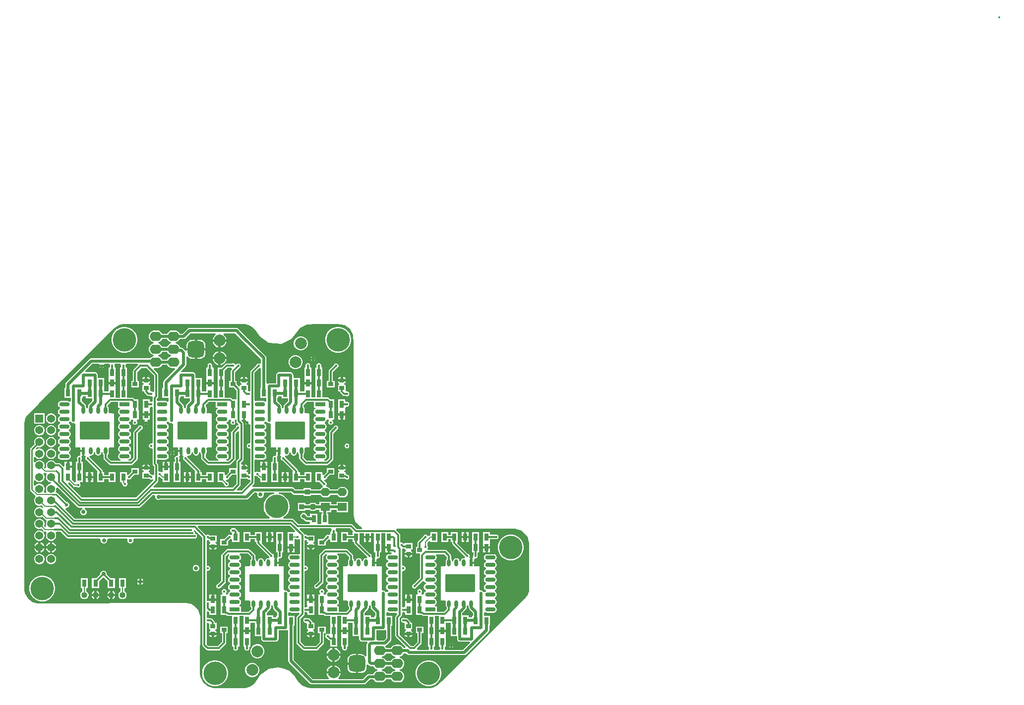
<source format=gbl>
G04*
G04 #@! TF.GenerationSoftware,Altium Limited,Altium Designer,22.1.2 (22)*
G04*
G04 Layer_Physical_Order=6*
G04 Layer_Color=16737819*
%FSAX42Y42*%
%MOMM*%
G71*
G04*
G04 #@! TF.SameCoordinates,62F643CC-CF5F-4127-9562-83DCACE2805F*
G04*
G04*
G04 #@! TF.FilePolarity,Positive*
G04*
G01*
G75*
%ADD11C,0.25*%
%ADD13C,0.20*%
%ADD15C,0.50*%
%ADD39O,1.80X0.70*%
%ADD40O,0.64X1.20*%
%ADD41R,0.60X1.20*%
%ADD42R,1.80X0.70*%
%ADD43R,0.80X1.30*%
%ADD49C,0.30*%
G04:AMPARAMS|DCode=50|XSize=5mm|YSize=3mm|CornerRadius=0.08mm|HoleSize=0mm|Usage=FLASHONLY|Rotation=0.000|XOffset=0mm|YOffset=0mm|HoleType=Round|Shape=RoundedRectangle|*
%AMROUNDEDRECTD50*
21,1,5.00,2.85,0,0,0.0*
21,1,4.85,3.00,0,0,0.0*
1,1,0.15,2.42,-1.43*
1,1,0.15,-2.42,-1.43*
1,1,0.15,-2.42,1.43*
1,1,0.15,2.42,1.43*
%
%ADD50ROUNDEDRECTD50*%
%ADD51C,1.37*%
%ADD52R,1.37X1.37*%
%ADD53C,2.00*%
%ADD54C,1.02*%
G04:AMPARAMS|DCode=55|XSize=2.8mm|YSize=2.8mm|CornerRadius=0.7mm|HoleSize=0mm|Usage=FLASHONLY|Rotation=180.000|XOffset=0mm|YOffset=0mm|HoleType=Round|Shape=RoundedRectangle|*
%AMROUNDEDRECTD55*
21,1,2.80,1.40,0,0,180.0*
21,1,1.40,2.80,0,0,180.0*
1,1,1.40,-0.70,0.70*
1,1,1.40,0.70,0.70*
1,1,1.40,0.70,-0.70*
1,1,1.40,-0.70,-0.70*
%
%ADD55ROUNDEDRECTD55*%
%ADD56O,2.00X1.60*%
%ADD57R,1.60X1.40*%
%ADD58O,1.60X1.40*%
%ADD59C,0.40*%
%ADD60C,0.60*%
%ADD61C,0.70*%
%ADD62C,4.00*%
G04:AMPARAMS|DCode=79|XSize=0.7mm|YSize=0.9mm|CornerRadius=0.18mm|HoleSize=0mm|Usage=FLASHONLY|Rotation=270.000|XOffset=0mm|YOffset=0mm|HoleType=Round|Shape=RoundedRectangle|*
%AMROUNDEDRECTD79*
21,1,0.70,0.55,0,0,270.0*
21,1,0.35,0.90,0,0,270.0*
1,1,0.35,-0.28,-0.18*
1,1,0.35,-0.28,0.18*
1,1,0.35,0.28,0.18*
1,1,0.35,0.28,-0.18*
%
%ADD79ROUNDEDRECTD79*%
%ADD80R,0.90X0.70*%
G04:AMPARAMS|DCode=81|XSize=0.9mm|YSize=0.95mm|CornerRadius=0.23mm|HoleSize=0mm|Usage=FLASHONLY|Rotation=180.000|XOffset=0mm|YOffset=0mm|HoleType=Round|Shape=RoundedRectangle|*
%AMROUNDEDRECTD81*
21,1,0.90,0.50,0,0,180.0*
21,1,0.45,0.95,0,0,180.0*
1,1,0.45,-0.23,0.25*
1,1,0.45,0.23,0.25*
1,1,0.45,0.23,-0.25*
1,1,0.45,-0.23,-0.25*
%
%ADD81ROUNDEDRECTD81*%
%ADD82R,0.90X0.95*%
%ADD83R,0.90X0.95*%
G36*
X003776Y006119D02*
X003776Y006119D01*
X004132Y005764D01*
Y005695D01*
X004123Y005689D01*
X004109Y005684D01*
X004098Y005688D01*
X004082D01*
X004067Y005682D01*
X004056Y005671D01*
X004052Y005660D01*
X003960Y005569D01*
X003953Y005557D01*
X003950Y005544D01*
Y005219D01*
X003936Y005210D01*
X003926D01*
X003919Y005212D01*
X003906Y005228D01*
Y005325D01*
X003887D01*
X003883Y005346D01*
X003884Y005348D01*
X003895Y005356D01*
X003903Y005368D01*
X003906Y005380D01*
X003841D01*
X003775D01*
X003778Y005368D01*
X003786Y005356D01*
X003798Y005348D01*
X003798Y005346D01*
X003794Y005325D01*
X003776D01*
Y005303D01*
X003753Y005294D01*
X003716Y005331D01*
Y005390D01*
X003686D01*
Y005540D01*
X003756Y005610D01*
X003766Y005614D01*
X003778Y005625D01*
X003784Y005640D01*
Y005656D01*
X003778Y005671D01*
X003766Y005682D01*
X003752Y005688D01*
X003736D01*
X003721Y005682D01*
X003712Y005673D01*
X003690Y005672D01*
X003688Y005673D01*
X003676Y005684D01*
X003662Y005690D01*
X003646D01*
X003635Y005686D01*
X003546D01*
X003532Y005683D01*
X003520Y005675D01*
X003460Y005615D01*
X003390D01*
Y005445D01*
X003390D01*
Y005437D01*
X003390D01*
Y005267D01*
X003390D01*
X003390Y005258D01*
X003390D01*
X003390Y005244D01*
Y005103D01*
X003320D01*
Y005244D01*
X003320Y005267D01*
X003320Y005281D01*
Y005332D01*
X003200D01*
Y005281D01*
X003200Y005258D01*
X003200Y005244D01*
Y005209D01*
X003123D01*
Y005264D01*
X003123D01*
Y005274D01*
X003123D01*
Y005444D01*
X003013D01*
X003013Y005494D01*
X003011Y005503D01*
X003009Y005511D01*
X003009Y005511D01*
X003009Y005511D01*
X003004Y005519D01*
X002999Y005526D01*
X002999Y005526D01*
X002999Y005526D01*
X002992Y005531D01*
X002984Y005536D01*
X002984Y005536D01*
X002984Y005536D01*
X002976Y005538D01*
X002967Y005540D01*
X002777D01*
X002767Y005562D01*
X002842Y005638D01*
X002852Y005652D01*
X002856Y005670D01*
Y005802D01*
X002879Y005810D01*
X002888Y005797D01*
X002907Y005783D01*
X002929Y005774D01*
X002953Y005770D01*
X003003D01*
Y005911D01*
X002855D01*
X002853Y005909D01*
X002839Y005907D01*
X002803Y005943D01*
X002788Y005953D01*
X002771Y005956D01*
X002753D01*
X002753Y005957D01*
X002743Y005982D01*
X002727Y006003D01*
X002706Y006019D01*
X002682Y006029D01*
X002673Y006030D01*
Y006053D01*
X002682Y006054D01*
X002706Y006064D01*
X002727Y006080D01*
X002743Y006101D01*
X002745Y006105D01*
X002811D01*
X002829Y006109D01*
X002844Y006119D01*
X002929Y006204D01*
X003351D01*
X003357Y006181D01*
X003350Y006177D01*
X003328Y006155D01*
X003312Y006128D01*
X003305Y006101D01*
X003424D01*
X003542D01*
X003535Y006128D01*
X003520Y006155D01*
X003497Y006177D01*
X003490Y006181D01*
X003496Y006204D01*
X003691D01*
X003776Y006119D01*
D02*
G37*
G36*
X005431Y006364D02*
X005560Y006343D01*
X005649Y006277D01*
X005705Y006180D01*
X005713Y006030D01*
X005711Y005267D01*
X005713Y003106D01*
X005737Y002997D01*
X005787Y002931D01*
X005856Y002883D01*
X005853Y002861D01*
X005770D01*
X005695Y002935D01*
X005684Y002943D01*
X005670Y002946D01*
X005301D01*
X005280Y002948D01*
X005280Y002968D01*
Y003118D01*
X005266D01*
Y003146D01*
X005330D01*
Y003192D01*
X005420D01*
Y003146D01*
X005620D01*
Y003326D01*
X005420D01*
Y003284D01*
X005330D01*
Y003326D01*
X005130D01*
Y003284D01*
X005076D01*
X005068Y003296D01*
X005054Y003305D01*
X005038Y003308D01*
X004992D01*
X004976Y003305D01*
X004962Y003296D01*
X004954Y003284D01*
X004890D01*
Y003308D01*
X004760D01*
Y003173D01*
X004890D01*
Y003192D01*
X004957D01*
X004962Y003184D01*
X004976Y003175D01*
X004992Y003172D01*
X005038D01*
X005054Y003175D01*
X005068Y003184D01*
X005073Y003192D01*
X005130D01*
Y003146D01*
X005174D01*
Y003118D01*
X005160D01*
Y002968D01*
X005160Y002948D01*
X005138Y002946D01*
X005111D01*
X005090Y002948D01*
X005090Y002968D01*
Y003118D01*
X004970D01*
Y003079D01*
X004931D01*
X004912Y003098D01*
X004907Y003111D01*
X004891Y003127D01*
X004871Y003135D01*
X004849D01*
X004829Y003127D01*
X004813Y003111D01*
X004805Y003091D01*
Y003069D01*
X004813Y003049D01*
X004829Y003033D01*
X004849Y003025D01*
X004856D01*
X004880Y003001D01*
X004894Y002991D01*
X004912Y002988D01*
X004954D01*
X004970Y002972D01*
X004970Y002948D01*
X004948Y002946D01*
X004765D01*
X004686Y003025D01*
X004674Y003033D01*
X004661Y003036D01*
X004519D01*
X004512Y003058D01*
X004535Y003074D01*
X004566Y003105D01*
X004590Y003141D01*
X004607Y003181D01*
X004615Y003223D01*
Y003267D01*
X004607Y003309D01*
X004590Y003349D01*
X004566Y003385D01*
X004535Y003416D01*
X004499Y003440D01*
X004459Y003457D01*
X004435Y003461D01*
X004437Y003484D01*
X004641D01*
X004668Y003458D01*
X004682Y003448D01*
X004700Y003444D01*
X004855D01*
Y003422D01*
X004985D01*
Y003444D01*
X005142D01*
X005156Y003426D01*
X005175Y003411D01*
X005197Y003402D01*
X005220Y003399D01*
X005240D01*
X005263Y003402D01*
X005285Y003411D01*
X005304Y003426D01*
X005318Y003444D01*
X005432D01*
X005446Y003426D01*
X005465Y003411D01*
X005487Y003402D01*
X005510Y003399D01*
X005530D01*
X005553Y003402D01*
X005575Y003411D01*
X005594Y003426D01*
X005609Y003445D01*
X005618Y003467D01*
X005621Y003490D01*
X005618Y003513D01*
X005609Y003535D01*
X005594Y003554D01*
X005575Y003569D01*
X005553Y003578D01*
X005530Y003581D01*
X005510D01*
X005487Y003578D01*
X005465Y003569D01*
X005446Y003554D01*
X005432Y003536D01*
X005318D01*
X005304Y003554D01*
X005285Y003569D01*
X005263Y003578D01*
X005250Y003579D01*
X005241Y003603D01*
X005241Y003603D01*
X005245Y003607D01*
X005252Y003622D01*
Y003638D01*
X005245Y003652D01*
X005234Y003664D01*
X005226Y003667D01*
X005207Y003686D01*
X005208Y003690D01*
X005218Y003707D01*
X005228D01*
X005243Y003713D01*
X005254Y003724D01*
X005260Y003739D01*
Y003739D01*
X005306Y003785D01*
X005385D01*
Y003895D01*
X005255D01*
Y003835D01*
X005203Y003783D01*
X005201Y003783D01*
X005186Y003790D01*
X005180Y003796D01*
Y003832D01*
X005060D01*
Y003662D01*
X005130D01*
X005173Y003619D01*
X005178Y003607D01*
X005186Y003598D01*
X005187Y003584D01*
X005185Y003573D01*
X005175Y003569D01*
X005156Y003554D01*
X005142Y003536D01*
X004985D01*
Y003558D01*
X004855D01*
Y003536D01*
X004719D01*
X004692Y003562D01*
X004678Y003572D01*
X004660Y003576D01*
X004000D01*
X003982Y003596D01*
X003982Y003601D01*
X004011Y003630D01*
X004019Y003642D01*
X004021Y003656D01*
Y003760D01*
X004044Y003769D01*
X004047Y003766D01*
X004062Y003760D01*
X004067D01*
X004098Y003729D01*
X004108Y003722D01*
X004118Y003720D01*
Y003662D01*
X004238D01*
Y003818D01*
X004238Y003840D01*
X004238Y003854D01*
Y003905D01*
X004178D01*
X004118D01*
Y003854D01*
X004118Y003840D01*
X004110Y003832D01*
X004095Y003831D01*
X004093Y003834D01*
X004078Y003840D01*
X004062D01*
X004047Y003834D01*
X004044Y003831D01*
X004021Y003840D01*
Y004036D01*
X004044Y004049D01*
X004059Y004046D01*
X004169D01*
X004190Y004050D01*
X004209Y004062D01*
X004221Y004080D01*
X004225Y004102D01*
X004221Y004123D01*
X004209Y004141D01*
X004190Y004154D01*
X004190Y004154D01*
Y004177D01*
X004190Y004177D01*
X004209Y004189D01*
X004221Y004207D01*
X004225Y004229D01*
X004221Y004250D01*
X004209Y004268D01*
X004190Y004281D01*
X004190Y004281D01*
Y004304D01*
X004190Y004304D01*
X004209Y004316D01*
X004221Y004334D01*
X004225Y004356D01*
X004221Y004377D01*
X004209Y004395D01*
X004190Y004408D01*
X004190Y004408D01*
Y004431D01*
X004190Y004431D01*
X004209Y004443D01*
X004221Y004461D01*
X004225Y004483D01*
X004221Y004504D01*
X004209Y004522D01*
X004190Y004535D01*
X004190Y004535D01*
Y004558D01*
X004190Y004558D01*
X004209Y004570D01*
X004221Y004588D01*
X004225Y004610D01*
X004221Y004631D01*
X004209Y004649D01*
X004190Y004662D01*
X004190Y004662D01*
Y004685D01*
X004190Y004685D01*
X004204Y004694D01*
X004210Y004695D01*
X004222Y004693D01*
X004231Y004690D01*
X004237Y004682D01*
X004252Y004672D01*
X004270Y004668D01*
X004276Y004669D01*
X004299Y004654D01*
Y004274D01*
X004299Y004272D01*
Y004254D01*
X004317D01*
X004319Y004254D01*
X004388D01*
Y004215D01*
X004438D01*
Y004195D01*
X004458D01*
Y004115D01*
X004467D01*
X004476Y004093D01*
X004476Y004093D01*
X004470Y004078D01*
Y004062D01*
X004476Y004047D01*
X004487Y004036D01*
X004498Y004032D01*
X004675Y003854D01*
X004673Y003832D01*
X004673D01*
Y003662D01*
X004793D01*
Y003711D01*
X004870D01*
Y003662D01*
X004990D01*
Y003832D01*
X004870D01*
Y003782D01*
X004793D01*
Y003832D01*
X004768D01*
Y003847D01*
X004766Y003861D01*
X004758Y003873D01*
X004548Y004082D01*
X004544Y004093D01*
X004540Y004096D01*
X004552Y004117D01*
X004565Y004114D01*
X004585Y004118D01*
X004602Y004130D01*
X004613Y004147D01*
X004617Y004167D01*
X004639D01*
X004643Y004147D01*
X004654Y004130D01*
X004671Y004118D01*
X004692Y004114D01*
X004712Y004118D01*
X004729Y004130D01*
X004740Y004147D01*
X004744Y004167D01*
X004766D01*
X004770Y004147D01*
X004781Y004130D01*
X004783Y004129D01*
Y004071D01*
X004786Y004058D01*
X004793Y004046D01*
X004875Y003965D01*
X004886Y003957D01*
X004900Y003954D01*
X005260D01*
X005274Y003957D01*
X005285Y003965D01*
X005355Y004035D01*
X005363Y004046D01*
X005366Y004060D01*
Y004495D01*
X005422Y004552D01*
X005433Y004556D01*
X005444Y004567D01*
X005450Y004582D01*
Y004598D01*
X005444Y004613D01*
X005433Y004624D01*
X005418Y004630D01*
X005402D01*
X005387Y004624D01*
X005376Y004613D01*
X005372Y004602D01*
X005305Y004535D01*
X005297Y004524D01*
X005294Y004510D01*
Y004075D01*
X005245Y004026D01*
X005211D01*
X005209Y004048D01*
X005217Y004050D01*
X005235Y004062D01*
X005247Y004080D01*
X005251Y004102D01*
X005247Y004123D01*
X005235Y004141D01*
X005217Y004154D01*
X005216Y004154D01*
Y004177D01*
X005217Y004177D01*
X005235Y004189D01*
X005247Y004207D01*
X005251Y004229D01*
X005247Y004250D01*
X005235Y004268D01*
X005217Y004281D01*
X005216Y004281D01*
Y004304D01*
X005217Y004304D01*
X005235Y004316D01*
X005247Y004334D01*
X005251Y004356D01*
X005247Y004377D01*
X005235Y004395D01*
X005217Y004408D01*
X005216Y004408D01*
Y004431D01*
X005217Y004431D01*
X005235Y004443D01*
X005247Y004461D01*
X005251Y004483D01*
X005247Y004504D01*
X005235Y004522D01*
X005217Y004535D01*
X005216Y004535D01*
Y004558D01*
X005217Y004558D01*
X005235Y004570D01*
X005247Y004588D01*
X005251Y004610D01*
X005247Y004631D01*
X005235Y004649D01*
X005217Y004662D01*
X005216Y004662D01*
Y004685D01*
X005217Y004685D01*
X005235Y004697D01*
X005247Y004715D01*
X005249Y004717D01*
X005262Y004732D01*
X005285Y004732D01*
X005292Y004709D01*
X005286Y004703D01*
X005280Y004688D01*
Y004672D01*
X005286Y004657D01*
X005297Y004646D01*
X005312Y004640D01*
X005328D01*
X005343Y004646D01*
X005354Y004657D01*
X005360Y004672D01*
Y004688D01*
X005354Y004703D01*
X005348Y004709D01*
X005355Y004732D01*
X005381D01*
Y004887D01*
X005381Y004902D01*
X005381D01*
X005380Y004910D01*
X005380D01*
Y005080D01*
X005311D01*
X005296Y005095D01*
X005284Y005103D01*
X005270Y005106D01*
X005180D01*
Y005258D01*
X005180D01*
X005180Y005267D01*
X005180D01*
X005180Y005281D01*
Y005437D01*
X005180D01*
Y005445D01*
X005180D01*
Y005615D01*
X005168D01*
X005158Y005638D01*
X005160Y005642D01*
Y005658D01*
X005154Y005673D01*
X005143Y005684D01*
X005128Y005690D01*
X005112D01*
X005097Y005684D01*
X005086Y005673D01*
X005080Y005658D01*
Y005642D01*
X005082Y005638D01*
X005071Y005615D01*
X005060D01*
Y005445D01*
X005060D01*
Y005437D01*
X005060D01*
Y005267D01*
X005060D01*
X005060Y005258D01*
X005060D01*
X005060Y005244D01*
Y005106D01*
X004990D01*
Y005244D01*
X004990Y005267D01*
X004990Y005281D01*
Y005332D01*
X004870D01*
Y005281D01*
X004870Y005258D01*
X004870Y005244D01*
Y005209D01*
X004793D01*
Y005264D01*
X004793D01*
Y005274D01*
X004793D01*
Y005444D01*
X004683D01*
X004683Y005494D01*
X004681Y005503D01*
X004679Y005511D01*
X004679Y005511D01*
X004679Y005511D01*
X004674Y005519D01*
X004669Y005526D01*
X004669Y005526D01*
X004669Y005526D01*
X004662Y005531D01*
X004654Y005536D01*
X004654Y005536D01*
X004654Y005536D01*
X004646Y005538D01*
X004637Y005540D01*
X004436D01*
X004419Y005536D01*
X004404Y005526D01*
X004394Y005511D01*
X004390Y005494D01*
X004390Y005494D01*
X004390Y005494D01*
Y005348D01*
X004270D01*
X004252Y005344D01*
X004246Y005340D01*
X004223Y005352D01*
Y005783D01*
X004220Y005800D01*
X004210Y005815D01*
X003841Y006184D01*
X003841Y006184D01*
X003742Y006282D01*
X003728Y006292D01*
X003710Y006296D01*
X002910D01*
X002892Y006292D01*
X002878Y006282D01*
X002792Y006197D01*
X002745D01*
X002743Y006202D01*
X002727Y006223D01*
X002706Y006239D01*
X002682Y006249D01*
X002655Y006252D01*
X002615D01*
X002589Y006249D01*
X002565Y006239D01*
X002544Y006223D01*
X002528Y006202D01*
X002526Y006197D01*
X002445D01*
X002443Y006202D01*
X002427Y006223D01*
X002406Y006239D01*
X002382Y006249D01*
X002355Y006252D01*
X002315D01*
X002289Y006249D01*
X002265Y006239D01*
X002244Y006223D01*
X002228Y006202D01*
X002218Y006177D01*
X002215Y006151D01*
X002218Y006125D01*
X002228Y006101D01*
X002244Y006080D01*
X002265Y006064D01*
X002289Y006054D01*
X002298Y006053D01*
Y006030D01*
X002289Y006029D01*
X002265Y006019D01*
X002244Y006003D01*
X002228Y005982D01*
X002218Y005957D01*
X002215Y005931D01*
X002218Y005905D01*
X002228Y005881D01*
X002244Y005860D01*
X002265Y005844D01*
X002289Y005834D01*
X002298Y005833D01*
Y005810D01*
X002289Y005809D01*
X002265Y005799D01*
X002244Y005783D01*
X002239Y005776D01*
X001233D01*
X001216Y005772D01*
X001201Y005762D01*
X000805Y005367D01*
X000795Y005352D01*
X000792Y005334D01*
Y005268D01*
X000777D01*
Y005098D01*
X000884D01*
Y005046D01*
X000884Y005045D01*
X000861Y005035D01*
X000850Y005043D01*
X000829Y005047D01*
X000719D01*
X000697Y005043D01*
X000679Y005030D01*
X000667Y005012D01*
X000663Y004991D01*
X000667Y004969D01*
X000679Y004951D01*
X000697Y004939D01*
X000698Y004939D01*
Y004916D01*
X000697Y004916D01*
X000679Y004903D01*
X000667Y004885D01*
X000663Y004864D01*
X000667Y004842D01*
X000679Y004824D01*
X000697Y004812D01*
X000698Y004812D01*
Y004789D01*
X000697Y004789D01*
X000679Y004776D01*
X000667Y004758D01*
X000663Y004737D01*
X000667Y004715D01*
X000679Y004697D01*
X000697Y004685D01*
X000698Y004685D01*
Y004662D01*
X000697Y004662D01*
X000679Y004649D01*
X000667Y004631D01*
X000663Y004610D01*
X000667Y004588D01*
X000679Y004570D01*
X000697Y004558D01*
X000698Y004558D01*
Y004535D01*
X000697Y004535D01*
X000679Y004522D01*
X000667Y004504D01*
X000663Y004483D01*
X000667Y004461D01*
X000679Y004443D01*
X000697Y004431D01*
X000698Y004431D01*
Y004408D01*
X000697Y004408D01*
X000679Y004395D01*
X000667Y004377D01*
X000663Y004356D01*
X000667Y004334D01*
X000679Y004316D01*
X000697Y004304D01*
X000698Y004304D01*
Y004281D01*
X000697Y004281D01*
X000679Y004268D01*
X000667Y004250D01*
X000663Y004229D01*
X000667Y004207D01*
X000679Y004189D01*
X000697Y004177D01*
X000698Y004177D01*
Y004154D01*
X000697Y004154D01*
X000679Y004141D01*
X000667Y004123D01*
X000663Y004102D01*
X000667Y004080D01*
X000679Y004062D01*
X000697Y004050D01*
X000719Y004046D01*
X000829D01*
X000850Y004050D01*
X000869Y004062D01*
X000881Y004080D01*
X000885Y004102D01*
X000881Y004123D01*
X000869Y004141D01*
X000850Y004154D01*
X000850Y004154D01*
Y004177D01*
X000850Y004177D01*
X000869Y004189D01*
X000881Y004207D01*
X000885Y004229D01*
X000881Y004250D01*
X000869Y004268D01*
X000850Y004281D01*
X000850Y004281D01*
Y004304D01*
X000850Y004304D01*
X000869Y004316D01*
X000881Y004334D01*
X000885Y004356D01*
X000881Y004377D01*
X000869Y004395D01*
X000850Y004408D01*
X000850Y004408D01*
Y004431D01*
X000850Y004431D01*
X000869Y004443D01*
X000881Y004461D01*
X000885Y004483D01*
X000881Y004504D01*
X000869Y004522D01*
X000850Y004535D01*
X000850Y004535D01*
Y004558D01*
X000850Y004558D01*
X000869Y004570D01*
X000881Y004588D01*
X000885Y004610D01*
X000881Y004631D01*
X000869Y004649D01*
X000850Y004662D01*
X000850Y004662D01*
Y004685D01*
X000850Y004685D01*
X000864Y004694D01*
X000870Y004695D01*
X000882Y004693D01*
X000891Y004690D01*
X000897Y004682D01*
X000912Y004672D01*
X000930Y004668D01*
X000936Y004669D01*
X000959Y004654D01*
Y004274D01*
X000959Y004272D01*
Y004254D01*
X000977D01*
X000979Y004254D01*
X001048D01*
Y004215D01*
X001098D01*
Y004195D01*
X001118D01*
Y004115D01*
X001127D01*
X001136Y004093D01*
X001136Y004093D01*
X001130Y004078D01*
Y004062D01*
X001136Y004047D01*
X001147Y004036D01*
X001158Y004032D01*
X001335Y003854D01*
X001333Y003832D01*
X001333D01*
Y003662D01*
X001453D01*
Y003711D01*
X001530D01*
Y003662D01*
X001650D01*
Y003832D01*
X001530D01*
Y003782D01*
X001453D01*
Y003832D01*
X001428D01*
Y003847D01*
X001426Y003861D01*
X001418Y003873D01*
X001208Y004082D01*
X001204Y004093D01*
X001200Y004096D01*
X001212Y004117D01*
X001225Y004114D01*
X001245Y004118D01*
X001262Y004130D01*
X001273Y004147D01*
X001277Y004167D01*
X001299D01*
X001303Y004147D01*
X001314Y004130D01*
X001331Y004118D01*
X001352Y004114D01*
X001372Y004118D01*
X001389Y004130D01*
X001400Y004147D01*
X001404Y004167D01*
X001426D01*
X001430Y004147D01*
X001441Y004130D01*
X001443Y004129D01*
Y004071D01*
X001446Y004058D01*
X001453Y004046D01*
X001535Y003965D01*
X001546Y003957D01*
X001560Y003954D01*
X001920D01*
X001934Y003957D01*
X001945Y003965D01*
X002015Y004035D01*
X002023Y004046D01*
X002026Y004060D01*
Y004495D01*
X002082Y004552D01*
X002093Y004556D01*
X002104Y004567D01*
X002110Y004582D01*
Y004598D01*
X002104Y004613D01*
X002093Y004624D01*
X002078Y004630D01*
X002062D01*
X002047Y004624D01*
X002036Y004613D01*
X002032Y004602D01*
X001965Y004535D01*
X001957Y004524D01*
X001954Y004510D01*
Y004075D01*
X001905Y004026D01*
X001871D01*
X001869Y004048D01*
X001877Y004050D01*
X001895Y004062D01*
X001907Y004080D01*
X001911Y004102D01*
X001907Y004123D01*
X001895Y004141D01*
X001877Y004154D01*
X001876Y004154D01*
Y004177D01*
X001877Y004177D01*
X001895Y004189D01*
X001907Y004207D01*
X001911Y004229D01*
X001907Y004250D01*
X001895Y004268D01*
X001877Y004281D01*
X001876Y004281D01*
Y004304D01*
X001877Y004304D01*
X001895Y004316D01*
X001907Y004334D01*
X001911Y004356D01*
X001907Y004377D01*
X001895Y004395D01*
X001877Y004408D01*
X001876Y004408D01*
Y004431D01*
X001877Y004431D01*
X001895Y004443D01*
X001907Y004461D01*
X001911Y004483D01*
X001907Y004504D01*
X001895Y004522D01*
X001877Y004535D01*
X001876Y004535D01*
Y004558D01*
X001877Y004558D01*
X001895Y004570D01*
X001907Y004588D01*
X001911Y004610D01*
X001907Y004631D01*
X001895Y004649D01*
X001877Y004662D01*
X001876Y004662D01*
Y004685D01*
X001877Y004685D01*
X001895Y004697D01*
X001907Y004715D01*
X001909Y004717D01*
X001922Y004732D01*
X001945Y004732D01*
X001952Y004709D01*
X001946Y004703D01*
X001940Y004688D01*
Y004672D01*
X001946Y004657D01*
X001957Y004646D01*
X001972Y004640D01*
X001988D01*
X002003Y004646D01*
X002014Y004657D01*
X002020Y004672D01*
Y004688D01*
X002014Y004703D01*
X002008Y004709D01*
X002015Y004732D01*
X002041D01*
Y004887D01*
X002041Y004902D01*
X002041D01*
X002040Y004910D01*
X002040D01*
Y005080D01*
X001971D01*
X001958Y005093D01*
X001946Y005101D01*
X001933Y005103D01*
X001840D01*
Y005258D01*
X001840D01*
X001840Y005267D01*
X001840D01*
X001840Y005281D01*
Y005437D01*
X001840D01*
Y005445D01*
X001840D01*
Y005615D01*
X001828D01*
X001818Y005638D01*
X001820Y005642D01*
Y005658D01*
X001819Y005661D01*
X001832Y005684D01*
X002023D01*
X002024Y005683D01*
X002036Y005661D01*
X002035Y005660D01*
X001955Y005580D01*
X001948Y005569D01*
X001945Y005555D01*
Y005390D01*
X001916D01*
Y005280D01*
X002046D01*
Y005390D01*
X002016D01*
Y005540D01*
X002086Y005610D01*
X002092Y005612D01*
X002173D01*
X002305Y005480D01*
Y005212D01*
X002283Y005202D01*
X002281Y005204D01*
X002266Y005210D01*
X002256D01*
X002249Y005212D01*
X002236Y005228D01*
Y005325D01*
X002217D01*
X002213Y005346D01*
X002214Y005348D01*
X002225Y005356D01*
X002233Y005368D01*
X002236Y005380D01*
X002171D01*
X002105D01*
X002108Y005368D01*
X002116Y005356D01*
X002128Y005348D01*
X002128Y005346D01*
X002124Y005325D01*
X002106D01*
Y005215D01*
X002136D01*
Y005208D01*
X002139Y005194D01*
X002147Y005183D01*
X002185Y005145D01*
X002196Y005137D01*
X002210Y005134D01*
X002240D01*
X002250Y005130D01*
X002265D01*
X002274Y005123D01*
X002282Y005112D01*
X002280Y005102D01*
Y005039D01*
X002266Y005030D01*
X002250D01*
X002230Y005046D01*
Y005080D01*
X002110D01*
Y004924D01*
X002110Y004910D01*
X002111Y004887D01*
Y004837D01*
X002171D01*
X002231D01*
Y004887D01*
X002231Y004902D01*
X002230Y004924D01*
Y004934D01*
X002250Y004950D01*
X002266D01*
X002280Y004941D01*
Y004329D01*
X002266Y004320D01*
X002250D01*
X002236Y004314D01*
X002225Y004303D01*
X002218Y004288D01*
Y004272D01*
X002225Y004257D01*
X002236Y004246D01*
X002250Y004240D01*
X002266D01*
X002280Y004231D01*
Y003974D01*
X002283Y003961D01*
X002291Y003949D01*
X002304Y003935D01*
Y003789D01*
X002282Y003779D01*
X002281Y003780D01*
X002266Y003786D01*
X002266D01*
X002260Y003793D01*
X002248Y003800D01*
X002235Y003803D01*
Y003830D01*
X002217D01*
X002213Y003851D01*
X002213Y003853D01*
X002225Y003860D01*
X002233Y003873D01*
X002235Y003885D01*
X002170D01*
X002105D01*
X002107Y003873D01*
X002116Y003860D01*
X002127Y003853D01*
X002128Y003851D01*
X002124Y003830D01*
X002105D01*
Y003720D01*
X002228D01*
X002236Y003712D01*
X002250Y003706D01*
X002266D01*
X002281Y003712D01*
X002295Y003695D01*
X001995Y003396D01*
X001075D01*
X000839Y003632D01*
X000847Y003656D01*
X000859Y003657D01*
X000907Y003610D01*
X000907Y003610D01*
X000907Y003610D01*
X000928Y003588D01*
X000928Y003588D01*
X000938Y003581D01*
X000950Y003579D01*
X000950Y003579D01*
X000984D01*
X000987Y003576D01*
X001002Y003570D01*
X001018D01*
X001033Y003576D01*
X001044Y003587D01*
X001050Y003602D01*
Y003618D01*
X001044Y003633D01*
X001037Y003639D01*
X001044Y003661D01*
X001044Y003662D01*
X001088D01*
Y003832D01*
X001088D01*
X001088Y003840D01*
X001088D01*
X001088Y003854D01*
Y004010D01*
X001064D01*
Y004051D01*
X001068Y004062D01*
Y004078D01*
X001062Y004093D01*
X001062Y004093D01*
X001072Y004115D01*
X001078D01*
Y004175D01*
X001048D01*
Y004130D01*
X001038Y004113D01*
X001027Y004110D01*
X001020D01*
X001006Y004104D01*
X000994Y004093D01*
X000988Y004078D01*
Y004062D01*
X000992Y004052D01*
Y004010D01*
X000968D01*
Y003840D01*
X000968D01*
X000968Y003832D01*
X000968D01*
X000968Y003818D01*
Y003667D01*
X000959Y003660D01*
X000948Y003655D01*
X000898Y003705D01*
Y003818D01*
X000898Y003840D01*
X000898Y003854D01*
Y003905D01*
X000838D01*
Y003925D01*
X000818D01*
Y004010D01*
X000778D01*
Y003934D01*
X000756Y003925D01*
X000708Y003972D01*
X000697Y003980D01*
X000683Y003982D01*
X000628D01*
X000617Y004001D01*
X000601Y004018D01*
X000581Y004029D01*
X000558Y004035D01*
X000535D01*
X000512Y004029D01*
X000492Y004018D01*
X000476Y004001D01*
X000464Y003981D01*
X000458Y003958D01*
Y003935D01*
X000462Y003920D01*
X000453Y003901D01*
X000448Y003895D01*
X000443Y003894D01*
X000427Y003909D01*
X000429Y003913D01*
X000435Y003935D01*
Y003958D01*
X000429Y003981D01*
X000417Y004001D01*
X000401Y004018D01*
X000381Y004029D01*
X000358Y004035D01*
X000335D01*
X000312Y004029D01*
X000292Y004018D01*
X000276Y004001D01*
X000275Y004001D01*
X000253Y004007D01*
Y004086D01*
X000275Y004092D01*
X000276Y004092D01*
X000292Y004076D01*
X000312Y004064D01*
X000335Y004058D01*
X000358D01*
X000381Y004064D01*
X000401Y004076D01*
X000417Y004092D01*
X000429Y004113D01*
X000435Y004135D01*
Y004158D01*
X000429Y004181D01*
X000417Y004201D01*
X000401Y004218D01*
X000381Y004229D01*
X000358Y004235D01*
X000335D01*
X000312Y004229D01*
X000302Y004223D01*
X000288Y004242D01*
X000311Y004265D01*
X000312Y004264D01*
X000335Y004258D01*
X000358D01*
X000381Y004264D01*
X000401Y004276D01*
X000417Y004292D01*
X000429Y004313D01*
X000435Y004335D01*
Y004358D01*
X000429Y004381D01*
X000417Y004401D01*
X000401Y004418D01*
X000381Y004429D01*
X000358Y004435D01*
X000335D01*
X000312Y004429D01*
X000292Y004418D01*
X000276Y004401D01*
X000264Y004381D01*
X000258Y004358D01*
Y004335D01*
X000264Y004313D01*
X000265Y004312D01*
X000197Y004244D01*
X000189Y004233D01*
X000187Y004220D01*
Y003534D01*
X000189Y003521D01*
X000197Y003511D01*
X000207Y003503D01*
X000207Y003503D01*
X000277Y003434D01*
X000280Y003409D01*
X000278Y003404D01*
X000278Y003403D01*
X000276Y003401D01*
X000264Y003381D01*
X000258Y003358D01*
Y003335D01*
X000264Y003313D01*
X000276Y003292D01*
X000292Y003276D01*
X000312Y003264D01*
X000335Y003258D01*
X000358D01*
X000381Y003264D01*
X000384Y003266D01*
X000416Y003234D01*
X000401Y003218D01*
X000381Y003229D01*
X000358Y003235D01*
X000335D01*
X000312Y003229D01*
X000292Y003218D01*
X000276Y003201D01*
X000264Y003181D01*
X000258Y003158D01*
Y003135D01*
X000264Y003113D01*
X000276Y003092D01*
X000292Y003076D01*
X000312Y003064D01*
X000335Y003058D01*
X000358D01*
X000381Y003064D01*
X000395Y003072D01*
X000441Y003025D01*
X000441Y003025D01*
X000451Y003019D01*
X000460Y003017D01*
X000464Y003013D01*
X000465Y003011D01*
X000471Y002994D01*
X000464Y002981D01*
X000458Y002958D01*
Y002935D01*
X000462Y002920D01*
X000453Y002901D01*
X000448Y002895D01*
X000443Y002894D01*
X000427Y002909D01*
X000429Y002913D01*
X000435Y002935D01*
Y002958D01*
X000429Y002981D01*
X000417Y003001D01*
X000401Y003018D01*
X000381Y003029D01*
X000358Y003035D01*
X000335D01*
X000312Y003029D01*
X000292Y003018D01*
X000276Y003001D01*
X000264Y002981D01*
X000258Y002958D01*
Y002935D01*
X000264Y002913D01*
X000276Y002892D01*
X000292Y002876D01*
X000312Y002864D01*
X000335Y002858D01*
X000358D01*
X000381Y002864D01*
X000384Y002866D01*
X000410Y002840D01*
X000416Y002834D01*
X000401Y002818D01*
X000394Y002821D01*
X000381Y002829D01*
X000358Y002835D01*
X000335D01*
X000312Y002829D01*
X000292Y002818D01*
X000276Y002801D01*
X000264Y002781D01*
X000258Y002758D01*
Y002735D01*
X000264Y002713D01*
X000276Y002692D01*
X000292Y002676D01*
X000312Y002664D01*
X000335Y002658D01*
X000358D01*
X000381Y002664D01*
X000401Y002676D01*
X000417Y002692D01*
X000429Y002713D01*
X000435Y002735D01*
Y002758D01*
X000429Y002781D01*
X000417Y002801D01*
X000412Y002807D01*
X000426Y002825D01*
X000434Y002819D01*
X000446Y002817D01*
X000462D01*
X000472Y002794D01*
X000464Y002781D01*
X000458Y002758D01*
Y002735D01*
X000464Y002713D01*
X000476Y002692D01*
X000492Y002676D01*
X000512Y002664D01*
X000535Y002658D01*
X000558D01*
X000581Y002664D01*
X000601Y002676D01*
X000617Y002692D01*
X000629Y002713D01*
X000635Y002735D01*
Y002758D01*
X000629Y002781D01*
X000625Y002789D01*
X000638Y002812D01*
X000707D01*
X000809Y002710D01*
X000821Y002702D01*
X000834Y002699D01*
X001380D01*
X001395Y002677D01*
X001394Y002675D01*
Y002653D01*
X001402Y002633D01*
X001418Y002617D01*
X001438Y002609D01*
X001460D01*
X001480Y002617D01*
X001496Y002633D01*
X001504Y002653D01*
Y002675D01*
X001503Y002677D01*
X001519Y002699D01*
X001839D01*
X001853Y002677D01*
X001850Y002670D01*
Y002650D01*
X001858Y002632D01*
X001872Y002618D01*
X001890Y002610D01*
X001910D01*
X001928Y002618D01*
X001942Y002632D01*
X001950Y002650D01*
Y002670D01*
X001947Y002677D01*
X001961Y002699D01*
X002983D01*
X002990Y002701D01*
X002992Y002700D01*
X003008D01*
X003023Y002706D01*
X003034Y002717D01*
X003040Y002732D01*
Y002748D01*
X003034Y002763D01*
X003023Y002774D01*
X003008Y002780D01*
X003006D01*
X003000Y002782D01*
Y002798D01*
X002994Y002813D01*
X002983Y002824D01*
X002980Y002827D01*
X002981Y002836D01*
X003005Y002844D01*
X003131Y002718D01*
Y000873D01*
X003134Y000860D01*
X003141Y000848D01*
X003193Y000797D01*
X003204Y000789D01*
X003218Y000786D01*
X003388D01*
X003398Y000782D01*
X003414D01*
X003429Y000788D01*
X003440Y000799D01*
X003445Y000810D01*
X003525Y000890D01*
X003532Y000901D01*
X003535Y000915D01*
Y001080D01*
X003564D01*
Y001190D01*
X003434D01*
Y001080D01*
X003464D01*
Y000930D01*
X003394Y000860D01*
X003388Y000858D01*
X003233D01*
X003202Y000888D01*
Y001252D01*
X003214Y001260D01*
X003224D01*
X003231Y001258D01*
X003244Y001242D01*
Y001145D01*
X003263D01*
X003267Y001124D01*
X003266Y001122D01*
X003255Y001114D01*
X003247Y001102D01*
X003244Y001090D01*
X003309D01*
X003375D01*
X003372Y001102D01*
X003364Y001114D01*
X003352Y001122D01*
X003352Y001124D01*
X003356Y001145D01*
X003374D01*
Y001255D01*
X003344D01*
Y001262D01*
X003341Y001276D01*
X003333Y001287D01*
X003295Y001325D01*
X003284Y001333D01*
X003270Y001336D01*
X003240D01*
X003230Y001340D01*
X003214D01*
X003202Y001348D01*
Y001448D01*
X003223Y001456D01*
X003225Y001455D01*
X003236Y001447D01*
X003250Y001444D01*
Y001390D01*
X003370D01*
Y001546D01*
X003370Y001560D01*
X003370D01*
X003369Y001568D01*
X003369D01*
Y001633D01*
X003239D01*
X003230Y001626D01*
X003214D01*
X003202Y001633D01*
Y002142D01*
X003214Y002150D01*
X003230D01*
X003244Y002156D01*
X003255Y002167D01*
X003262Y002182D01*
Y002198D01*
X003255Y002213D01*
X003244Y002224D01*
X003230Y002230D01*
X003214D01*
X003202Y002238D01*
Y002663D01*
X003210Y002669D01*
X003225Y002674D01*
X003232Y002670D01*
X003245Y002667D01*
Y002640D01*
X003263D01*
X003267Y002619D01*
X003267Y002617D01*
X003255Y002610D01*
X003247Y002597D01*
X003245Y002585D01*
X003310D01*
X003375D01*
X003373Y002597D01*
X003364Y002610D01*
X003353Y002617D01*
X003352Y002619D01*
X003356Y002640D01*
X003375D01*
Y002750D01*
X003252D01*
X003244Y002758D01*
X003230Y002764D01*
X003214D01*
X003199Y002758D01*
X003198Y002757D01*
X003192Y002758D01*
X003056Y002893D01*
X003065Y002914D01*
X004625D01*
X004713Y002826D01*
X004699Y002808D01*
X004582D01*
Y002652D01*
X004582Y002630D01*
X004582Y002616D01*
Y002565D01*
X004702D01*
Y002616D01*
X004702Y002638D01*
X004702Y002652D01*
Y002691D01*
X004725D01*
X004729Y002687D01*
X004743Y002681D01*
X004759D01*
X004774Y002687D01*
X004778Y002692D01*
X004801Y002682D01*
Y002523D01*
X004801Y002523D01*
Y002441D01*
X004794Y002435D01*
X004778Y002427D01*
X004761Y002430D01*
X004651D01*
X004630Y002426D01*
X004611Y002414D01*
X004599Y002396D01*
X004595Y002374D01*
X004599Y002353D01*
X004611Y002335D01*
X004630Y002322D01*
X004630Y002322D01*
Y002299D01*
X004630Y002299D01*
X004611Y002287D01*
X004599Y002269D01*
X004595Y002247D01*
X004599Y002226D01*
X004611Y002208D01*
X004630Y002195D01*
X004630Y002195D01*
Y002172D01*
X004630Y002172D01*
X004611Y002160D01*
X004599Y002142D01*
X004595Y002120D01*
X004599Y002099D01*
X004611Y002081D01*
X004630Y002068D01*
X004630Y002068D01*
Y002045D01*
X004630Y002045D01*
X004611Y002033D01*
X004599Y002015D01*
X004595Y001993D01*
X004599Y001972D01*
X004611Y001954D01*
X004630Y001941D01*
X004630Y001941D01*
Y001918D01*
X004630Y001918D01*
X004611Y001906D01*
X004599Y001888D01*
X004595Y001866D01*
X004599Y001845D01*
X004611Y001827D01*
X004630Y001814D01*
X004630Y001814D01*
Y001791D01*
X004630Y001791D01*
X004616Y001782D01*
X004610Y001781D01*
X004598Y001783D01*
X004589Y001786D01*
X004583Y001794D01*
X004568Y001804D01*
X004550Y001808D01*
X004544Y001807D01*
X004521Y001822D01*
Y002202D01*
X004521Y002204D01*
Y002222D01*
X004503D01*
X004501Y002222D01*
X004432D01*
Y002261D01*
X004382D01*
Y002281D01*
X004362D01*
Y002361D01*
X004359D01*
X004354Y002366D01*
X004346Y002383D01*
X004350Y002392D01*
Y002408D01*
X004344Y002423D01*
X004333Y002434D01*
X004322Y002438D01*
X004145Y002616D01*
X004147Y002638D01*
X004147D01*
Y002808D01*
X004027D01*
Y002759D01*
X003950D01*
Y002808D01*
X003830D01*
Y002638D01*
X003950D01*
Y002688D01*
X004027D01*
Y002638D01*
X004052D01*
Y002623D01*
X004054Y002609D01*
X004062Y002597D01*
X004272Y002388D01*
X004275Y002381D01*
X004269Y002369D01*
X004261Y002360D01*
X004255Y002362D01*
X004235Y002358D01*
X004218Y002346D01*
X004207Y002329D01*
X004203Y002309D01*
X004181D01*
X004177Y002329D01*
X004166Y002346D01*
X004149Y002358D01*
X004128Y002362D01*
X004108Y002358D01*
X004091Y002346D01*
X004080Y002329D01*
X004076Y002309D01*
X004054D01*
X004050Y002329D01*
X004039Y002346D01*
X004037Y002347D01*
Y002399D01*
X004034Y002412D01*
X004027Y002424D01*
X003945Y002505D01*
X003934Y002513D01*
X003920Y002516D01*
X003560D01*
X003546Y002513D01*
X003535Y002505D01*
X003465Y002435D01*
X003457Y002424D01*
X003454Y002410D01*
Y001975D01*
X003398Y001918D01*
X003387Y001914D01*
X003376Y001903D01*
X003370Y001888D01*
Y001872D01*
X003376Y001857D01*
X003387Y001846D01*
X003402Y001840D01*
X003418D01*
X003433Y001846D01*
X003444Y001857D01*
X003448Y001868D01*
X003515Y001935D01*
X003523Y001946D01*
X003526Y001960D01*
Y002395D01*
X003568Y002438D01*
X003577Y002436D01*
X003582Y002422D01*
X003584Y002412D01*
X003573Y002396D01*
X003569Y002374D01*
X003573Y002353D01*
X003585Y002335D01*
X003603Y002322D01*
X003604Y002322D01*
Y002299D01*
X003603Y002299D01*
X003585Y002287D01*
X003573Y002269D01*
X003569Y002247D01*
X003573Y002226D01*
X003585Y002208D01*
X003603Y002195D01*
X003604Y002195D01*
Y002172D01*
X003603Y002172D01*
X003585Y002160D01*
X003573Y002142D01*
X003569Y002120D01*
X003573Y002099D01*
X003585Y002081D01*
X003603Y002068D01*
X003604Y002068D01*
Y002045D01*
X003603Y002045D01*
X003585Y002033D01*
X003573Y002015D01*
X003569Y001993D01*
X003573Y001972D01*
X003585Y001954D01*
X003603Y001941D01*
X003604Y001941D01*
Y001918D01*
X003603Y001918D01*
X003585Y001906D01*
X003573Y001888D01*
X003569Y001866D01*
X003573Y001845D01*
X003585Y001827D01*
X003603Y001814D01*
X003604Y001814D01*
Y001791D01*
X003603Y001791D01*
X003585Y001779D01*
X003573Y001761D01*
X003572Y001756D01*
X003559Y001739D01*
X003547Y001738D01*
X003535D01*
X003528Y001761D01*
X003534Y001767D01*
X003540Y001782D01*
Y001798D01*
X003534Y001813D01*
X003523Y001824D01*
X003508Y001830D01*
X003492D01*
X003477Y001824D01*
X003466Y001813D01*
X003460Y001798D01*
Y001782D01*
X003466Y001767D01*
X003472Y001761D01*
X003465Y001738D01*
X003439D01*
Y001583D01*
X003439Y001568D01*
X003439D01*
X003440Y001560D01*
X003440D01*
Y001390D01*
X003521D01*
X003525Y001389D01*
X003537D01*
X003541Y001386D01*
X003553Y001378D01*
X003566Y001375D01*
X003640D01*
Y001212D01*
X003640D01*
X003640Y001203D01*
X003640D01*
X003640Y001189D01*
Y001033D01*
X003640D01*
Y001025D01*
X003640D01*
Y000855D01*
X003652D01*
X003662Y000832D01*
X003660Y000828D01*
Y000812D01*
X003666Y000797D01*
X003677Y000786D01*
X003692Y000780D01*
X003708D01*
X003723Y000786D01*
X003734Y000797D01*
X003740Y000812D01*
Y000828D01*
X003738Y000832D01*
X003749Y000855D01*
X003760D01*
Y001025D01*
X003760D01*
Y001033D01*
X003760D01*
Y001203D01*
X003760D01*
X003760Y001212D01*
X003760D01*
X003760Y001226D01*
Y001375D01*
X003830D01*
Y001226D01*
X003830Y001203D01*
X003830Y001189D01*
Y001138D01*
X003890D01*
X003950D01*
Y001189D01*
X003950Y001212D01*
X003950Y001226D01*
Y001261D01*
X004027D01*
Y001212D01*
X004027D01*
Y001202D01*
X004027D01*
Y001032D01*
X004137D01*
X004137Y000982D01*
X004139Y000973D01*
X004141Y000965D01*
X004141Y000965D01*
X004141Y000965D01*
X004146Y000957D01*
X004151Y000950D01*
X004151Y000950D01*
X004151Y000950D01*
X004158Y000945D01*
X004166Y000940D01*
X004166Y000940D01*
X004166Y000940D01*
X004174Y000938D01*
X004183Y000936D01*
X004384D01*
X004401Y000940D01*
X004416Y000950D01*
X004426Y000965D01*
X004430Y000982D01*
X004430Y000982D01*
X004430Y000982D01*
Y001128D01*
X004550D01*
X004568Y001132D01*
X004574Y001136D01*
X004597Y001124D01*
Y000607D01*
X004600Y000590D01*
X004610Y000575D01*
X004968Y000218D01*
X004982Y000208D01*
X005000Y000204D01*
X005890D01*
X005908Y000208D01*
X005922Y000218D01*
X005994Y000289D01*
X006052D01*
X006067Y000269D01*
X006088Y000253D01*
X006112Y000243D01*
X006138Y000239D01*
X006178D01*
X006204Y000243D01*
X006229Y000253D01*
X006250Y000269D01*
X006266Y000290D01*
X006267Y000294D01*
X006349D01*
X006351Y000290D01*
X006367Y000269D01*
X006388Y000253D01*
X006412Y000243D01*
X006438Y000239D01*
X006478D01*
X006504Y000243D01*
X006529Y000253D01*
X006550Y000269D01*
X006566Y000290D01*
X006576Y000314D01*
X006579Y000340D01*
X006576Y000366D01*
X006566Y000390D01*
X006550Y000411D01*
X006529Y000427D01*
X006504Y000437D01*
X006496Y000439D01*
Y000461D01*
X006504Y000463D01*
X006529Y000473D01*
X006550Y000489D01*
X006566Y000510D01*
X006576Y000534D01*
X006579Y000560D01*
X006576Y000586D01*
X006566Y000610D01*
X006550Y000631D01*
X006529Y000647D01*
X006504Y000657D01*
X006496Y000659D01*
Y000681D01*
X006504Y000683D01*
X006529Y000693D01*
X006550Y000709D01*
X006566Y000730D01*
X006567Y000734D01*
X006611D01*
X006628Y000718D01*
X006642Y000708D01*
X006660Y000704D01*
X007600D01*
X007618Y000708D01*
X007632Y000718D01*
X008015Y001100D01*
X008025Y001115D01*
X008028Y001133D01*
Y001208D01*
X008043D01*
Y001378D01*
X007936D01*
Y001430D01*
X007936Y001431D01*
X007959Y001441D01*
X007970Y001433D01*
X007991Y001429D01*
X008101D01*
X008123Y001433D01*
X008141Y001446D01*
X008153Y001464D01*
X008157Y001485D01*
X008153Y001507D01*
X008141Y001525D01*
X008123Y001537D01*
X008122Y001537D01*
Y001560D01*
X008123Y001560D01*
X008141Y001573D01*
X008153Y001591D01*
X008157Y001612D01*
X008153Y001634D01*
X008141Y001652D01*
X008123Y001664D01*
X008122Y001664D01*
Y001687D01*
X008123Y001687D01*
X008141Y001700D01*
X008153Y001718D01*
X008157Y001739D01*
X008153Y001761D01*
X008141Y001779D01*
X008123Y001791D01*
X008122Y001791D01*
Y001814D01*
X008123Y001814D01*
X008141Y001827D01*
X008153Y001845D01*
X008157Y001866D01*
X008153Y001888D01*
X008141Y001906D01*
X008123Y001918D01*
X008122Y001918D01*
Y001941D01*
X008123Y001941D01*
X008141Y001954D01*
X008153Y001972D01*
X008157Y001993D01*
X008153Y002015D01*
X008141Y002033D01*
X008123Y002045D01*
X008122Y002045D01*
Y002068D01*
X008123Y002068D01*
X008141Y002081D01*
X008153Y002099D01*
X008157Y002120D01*
X008153Y002142D01*
X008141Y002160D01*
X008123Y002172D01*
X008122Y002172D01*
Y002195D01*
X008123Y002195D01*
X008141Y002208D01*
X008153Y002226D01*
X008157Y002247D01*
X008153Y002269D01*
X008141Y002287D01*
X008123Y002299D01*
X008122Y002299D01*
Y002322D01*
X008123Y002322D01*
X008141Y002335D01*
X008153Y002353D01*
X008157Y002374D01*
X008153Y002396D01*
X008141Y002414D01*
X008123Y002426D01*
X008101Y002430D01*
X007991D01*
X007970Y002426D01*
X007951Y002414D01*
X007939Y002396D01*
X007935Y002374D01*
X007939Y002353D01*
X007951Y002335D01*
X007970Y002322D01*
X007970Y002322D01*
Y002299D01*
X007970Y002299D01*
X007951Y002287D01*
X007939Y002269D01*
X007935Y002247D01*
X007939Y002226D01*
X007951Y002208D01*
X007970Y002195D01*
X007970Y002195D01*
Y002172D01*
X007970Y002172D01*
X007951Y002160D01*
X007939Y002142D01*
X007935Y002120D01*
X007939Y002099D01*
X007951Y002081D01*
X007970Y002068D01*
X007970Y002068D01*
Y002045D01*
X007970Y002045D01*
X007951Y002033D01*
X007939Y002015D01*
X007935Y001993D01*
X007939Y001972D01*
X007951Y001954D01*
X007970Y001941D01*
X007970Y001941D01*
Y001918D01*
X007970Y001918D01*
X007951Y001906D01*
X007939Y001888D01*
X007935Y001866D01*
X007939Y001845D01*
X007951Y001827D01*
X007970Y001814D01*
X007970Y001814D01*
Y001791D01*
X007970Y001791D01*
X007956Y001782D01*
X007950Y001781D01*
X007938Y001783D01*
X007929Y001786D01*
X007923Y001794D01*
X007908Y001804D01*
X007890Y001808D01*
X007884Y001807D01*
X007861Y001822D01*
Y002202D01*
X007861Y002204D01*
Y002222D01*
X007843D01*
X007841Y002222D01*
X007772D01*
Y002261D01*
X007722D01*
Y002281D01*
X007702D01*
Y002361D01*
X007699D01*
X007694Y002366D01*
X007686Y002383D01*
X007690Y002392D01*
Y002408D01*
X007684Y002423D01*
X007673Y002434D01*
X007662Y002438D01*
X007485Y002616D01*
X007487Y002638D01*
X007487D01*
Y002808D01*
X007367D01*
Y002759D01*
X007330D01*
Y002808D01*
X007210D01*
Y002638D01*
X007330D01*
Y002688D01*
X007367D01*
Y002638D01*
X007392D01*
Y002623D01*
X007394Y002609D01*
X007402Y002597D01*
X007612Y002388D01*
X007615Y002381D01*
X007609Y002369D01*
X007601Y002360D01*
X007595Y002362D01*
X007575Y002358D01*
X007558Y002346D01*
X007547Y002329D01*
X007543Y002309D01*
X007521D01*
X007517Y002329D01*
X007506Y002346D01*
X007489Y002358D01*
X007468Y002362D01*
X007448Y002358D01*
X007431Y002346D01*
X007420Y002329D01*
X007416Y002309D01*
X007394D01*
X007390Y002329D01*
X007379Y002346D01*
X007377Y002347D01*
Y002399D01*
X007374Y002412D01*
X007367Y002424D01*
X007300Y002490D01*
X007289Y002498D01*
X007275Y002501D01*
X006979D01*
X006970Y002523D01*
X006974Y002527D01*
X006980Y002542D01*
Y002558D01*
X006974Y002573D01*
X006972Y002575D01*
Y002629D01*
X006999Y002655D01*
X007020Y002647D01*
Y002638D01*
X007140D01*
Y002808D01*
X007020D01*
Y002752D01*
X007010Y002750D01*
X007000Y002743D01*
X007000Y002743D01*
X006974Y002746D01*
X006962Y002757D01*
X006948Y002763D01*
X006932D01*
X006917Y002757D01*
X006906Y002746D01*
X006902Y002735D01*
X006815Y002648D01*
X006807Y002637D01*
X006804Y002623D01*
Y002555D01*
X006775D01*
Y002445D01*
X006839D01*
X006849Y002422D01*
X006847Y002419D01*
X006844Y002405D01*
Y002025D01*
X006738Y001918D01*
X006727Y001914D01*
X006716Y001903D01*
X006710Y001888D01*
Y001872D01*
X006716Y001857D01*
X006727Y001846D01*
X006742Y001840D01*
X006758D01*
X006773Y001846D01*
X006784Y001857D01*
X006788Y001868D01*
X006890Y001970D01*
X006896Y001970D01*
X006917Y001965D01*
X006925Y001954D01*
X006943Y001941D01*
X006944Y001941D01*
Y001918D01*
X006943Y001918D01*
X006925Y001906D01*
X006913Y001888D01*
X006909Y001866D01*
X006913Y001845D01*
X006925Y001827D01*
X006943Y001814D01*
X006944Y001814D01*
Y001791D01*
X006943Y001791D01*
X006925Y001779D01*
X006913Y001761D01*
X006912Y001756D01*
X006899Y001739D01*
X006887Y001738D01*
X006875D01*
X006868Y001761D01*
X006874Y001767D01*
X006880Y001782D01*
Y001798D01*
X006874Y001813D01*
X006863Y001824D01*
X006848Y001830D01*
X006832D01*
X006817Y001824D01*
X006806Y001813D01*
X006800Y001798D01*
Y001782D01*
X006806Y001767D01*
X006812Y001761D01*
X006805Y001738D01*
X006779D01*
Y001583D01*
X006779Y001568D01*
X006779D01*
X006780Y001560D01*
X006780D01*
Y001390D01*
X006861D01*
X006865Y001389D01*
X006877D01*
X006881Y001386D01*
X006893Y001378D01*
X006906Y001375D01*
X006980D01*
Y001212D01*
X006980D01*
X006980Y001203D01*
X006980D01*
X006980Y001189D01*
Y001033D01*
X006980D01*
Y001025D01*
X006980D01*
Y000855D01*
X006992D01*
X007002Y000832D01*
X007000Y000828D01*
Y000812D01*
X006982Y000796D01*
X006803D01*
X006803Y000796D01*
X006794Y000819D01*
X006865Y000890D01*
X006872Y000901D01*
X006875Y000915D01*
Y001080D01*
X006904D01*
Y001190D01*
X006774D01*
Y001080D01*
X006804D01*
Y000930D01*
X006734Y000860D01*
X006728Y000858D01*
X006693D01*
X006496Y001055D01*
Y001335D01*
X006526Y001366D01*
X006534Y001377D01*
X006537Y001391D01*
Y001422D01*
X006554Y001440D01*
X006570D01*
X006590Y001424D01*
Y001390D01*
X006710D01*
Y001546D01*
X006710Y001560D01*
X006709Y001583D01*
Y001633D01*
X006589D01*
Y001583D01*
X006589Y001568D01*
X006590Y001546D01*
Y001536D01*
X006570Y001520D01*
X006554D01*
X006537Y001538D01*
Y002132D01*
X006554Y002150D01*
X006570D01*
X006584Y002156D01*
X006595Y002167D01*
X006602Y002182D01*
Y002198D01*
X006595Y002213D01*
X006584Y002224D01*
X006570Y002230D01*
X006554D01*
X006537Y002248D01*
Y002403D01*
X006537Y002403D01*
Y002512D01*
X006551Y002526D01*
X006558Y002529D01*
X006585D01*
Y002510D01*
X006603D01*
X006607Y002489D01*
X006607Y002487D01*
X006595Y002480D01*
X006587Y002467D01*
X006585Y002455D01*
X006650D01*
X006715D01*
X006713Y002467D01*
X006704Y002480D01*
X006693Y002487D01*
X006692Y002489D01*
X006696Y002510D01*
X006715D01*
Y002620D01*
X006585D01*
X006585Y002620D01*
X006573Y002616D01*
X006562Y002615D01*
X006553Y002624D01*
X006538Y002630D01*
X006522D01*
X006506Y002648D01*
Y002760D01*
X006503Y002774D01*
X006495Y002785D01*
X006440Y002840D01*
X006449Y002863D01*
X006644D01*
X008460Y002865D01*
X008581Y002832D01*
X008681Y002730D01*
X008710Y002618D01*
X008712Y001860D01*
X008707Y001791D01*
X008681Y001731D01*
X008638Y001674D01*
X007212Y000246D01*
X007137Y000180D01*
X007067Y000150D01*
X007010Y000142D01*
X004972Y000143D01*
X004895Y000158D01*
X004826Y000192D01*
X004756Y000266D01*
X004697Y000360D01*
X004616Y000433D01*
X004509Y000477D01*
X004425Y000493D01*
X004266Y000469D01*
X004201Y000432D01*
X004111Y000361D01*
X004074Y000304D01*
X004006Y000211D01*
X003958Y000178D01*
X003897Y000152D01*
X003836Y000139D01*
X003319Y000142D01*
X003219Y000175D01*
X003179Y000207D01*
X003140Y000248D01*
X003097Y000332D01*
X003087Y000397D01*
X003093Y001363D01*
X003058Y001467D01*
X003006Y001535D01*
X002941Y001580D01*
X002850Y001595D01*
X002478Y001593D01*
X000606Y001587D01*
X000606Y001587D01*
X000606Y001587D01*
X000345D01*
X000320Y001587D01*
X000271Y001597D01*
X000224Y001616D01*
X000183Y001644D01*
X000147Y001680D01*
X000120Y001721D01*
X000100Y001767D01*
X000091Y001816D01*
X000091Y001841D01*
Y004323D01*
X000091Y004664D01*
X000091D01*
X000091Y004664D01*
X000109Y004753D01*
X000149Y004815D01*
X000333Y004997D01*
X001606Y006277D01*
X001655Y006314D01*
X001710Y006344D01*
X001777Y006361D01*
X001846Y006367D01*
X003856D01*
X003913Y006347D01*
X003950Y006331D01*
X003991Y006303D01*
X004026Y006267D01*
X004116Y006147D01*
X004266Y006037D01*
X004486Y006027D01*
X004656Y006107D01*
X004796Y006297D01*
X004916Y006357D01*
X005056Y006367D01*
X005431Y006364D01*
D02*
G37*
G36*
X002528Y006101D02*
X002544Y006080D01*
X002565Y006064D01*
X002589Y006054D01*
X002598Y006053D01*
Y006030D01*
X002589Y006029D01*
X002565Y006019D01*
X002544Y006003D01*
X002528Y005982D01*
X002526Y005977D01*
X002445D01*
X002443Y005982D01*
X002427Y006003D01*
X002406Y006019D01*
X002382Y006029D01*
X002373Y006030D01*
Y006053D01*
X002382Y006054D01*
X002406Y006064D01*
X002427Y006080D01*
X002443Y006101D01*
X002445Y006105D01*
X002526D01*
X002528Y006101D01*
D02*
G37*
G36*
Y005881D02*
X002544Y005860D01*
X002565Y005844D01*
X002589Y005834D01*
X002598Y005833D01*
Y005810D01*
X002589Y005809D01*
X002565Y005799D01*
X002544Y005783D01*
X002528Y005762D01*
X002526Y005757D01*
X002445D01*
X002443Y005762D01*
X002427Y005783D01*
X002406Y005799D01*
X002382Y005809D01*
X002373Y005810D01*
Y005833D01*
X002382Y005834D01*
X002406Y005844D01*
X002427Y005860D01*
X002443Y005881D01*
X002445Y005885D01*
X002526D01*
X002528Y005881D01*
D02*
G37*
G36*
Y005661D02*
X002544Y005640D01*
X002565Y005624D01*
X002589Y005614D01*
X002615Y005610D01*
X002653D01*
X002657Y005606D01*
X002664Y005589D01*
X002475Y005400D01*
X002465Y005385D01*
X002462Y005367D01*
Y005268D01*
X002447D01*
Y005098D01*
X002554D01*
Y005046D01*
X002554Y005045D01*
X002531Y005035D01*
X002520Y005043D01*
X002499Y005047D01*
X002389D01*
X002374Y005044D01*
X002351Y005057D01*
Y005087D01*
X002366Y005101D01*
X002374Y005113D01*
X002377Y005127D01*
Y005495D01*
X002374Y005509D01*
X002366Y005520D01*
X002296Y005590D01*
X002307Y005611D01*
X002315Y005610D01*
X002355D01*
X002382Y005614D01*
X002406Y005624D01*
X002427Y005640D01*
X002443Y005661D01*
X002445Y005665D01*
X002526D01*
X002528Y005661D01*
D02*
G37*
G36*
X001741Y005661D02*
X001740Y005658D01*
Y005642D01*
X001742Y005638D01*
X001731Y005615D01*
X001720D01*
Y005445D01*
X001720D01*
Y005437D01*
X001720D01*
Y005267D01*
X001720D01*
X001720Y005258D01*
X001720D01*
X001720Y005244D01*
Y005103D01*
X001650D01*
Y005244D01*
X001650Y005267D01*
X001650Y005281D01*
Y005332D01*
X001530D01*
Y005281D01*
X001530Y005258D01*
X001530Y005244D01*
Y005209D01*
X001453D01*
Y005264D01*
X001453D01*
Y005274D01*
X001453D01*
Y005444D01*
X001343D01*
X001343Y005494D01*
X001341Y005503D01*
X001339Y005511D01*
X001339Y005511D01*
X001339Y005511D01*
X001334Y005519D01*
X001329Y005526D01*
X001329Y005526D01*
X001329Y005526D01*
X001322Y005531D01*
X001314Y005536D01*
X001314Y005536D01*
X001314Y005536D01*
X001306Y005538D01*
X001297Y005540D01*
X001137D01*
X001129Y005561D01*
X001252Y005684D01*
X001358D01*
X001366Y005670D01*
X001454D01*
X001462Y005684D01*
X001538D01*
X001551Y005661D01*
X001550Y005658D01*
Y005642D01*
X001552Y005638D01*
X001541Y005615D01*
X001530D01*
Y005459D01*
X001530Y005445D01*
X001530Y005422D01*
Y005372D01*
X001650D01*
Y005422D01*
X001650Y005437D01*
X001650Y005459D01*
Y005615D01*
X001638D01*
X001628Y005638D01*
X001630Y005642D01*
Y005658D01*
X001629Y005661D01*
X001642Y005684D01*
X001728D01*
X001741Y005661D01*
D02*
G37*
G36*
X003635Y005595D02*
X003635Y005590D01*
X003625Y005580D01*
X003618Y005569D01*
X003615Y005555D01*
Y005390D01*
X003586D01*
Y005280D01*
X003665D01*
X003714Y005231D01*
Y005101D01*
X003710Y005080D01*
X003641D01*
X003628Y005093D01*
X003616Y005100D01*
X003603Y005103D01*
X003510D01*
Y005258D01*
X003510D01*
X003510Y005267D01*
X003510D01*
X003510Y005281D01*
Y005437D01*
X003510D01*
Y005445D01*
X003510D01*
Y005564D01*
X003560Y005614D01*
X003619D01*
X003635Y005595D01*
D02*
G37*
G36*
X004123Y005607D02*
X004132Y005601D01*
Y005268D01*
X004117D01*
Y005098D01*
X004224D01*
Y005046D01*
X004224Y005045D01*
X004201Y005035D01*
X004190Y005043D01*
X004169Y005047D01*
X004059D01*
X004044Y005044D01*
X004021Y005057D01*
Y005529D01*
X004102Y005610D01*
X004109Y005613D01*
X004123Y005607D01*
D02*
G37*
G36*
X004483Y005094D02*
X004591D01*
X004591Y005052D01*
X004531Y004992D01*
X004521Y004977D01*
X004518Y004959D01*
Y004945D01*
X004516Y004942D01*
X004512Y004922D01*
X004490D01*
X004486Y004942D01*
X004483Y004946D01*
Y004956D01*
X004480Y004973D01*
X004470Y004988D01*
X004410Y005048D01*
Y005098D01*
X004427D01*
Y005128D01*
X004483D01*
Y005094D01*
D02*
G37*
G36*
X002813D02*
X002921D01*
X002921Y005052D01*
X002861Y004992D01*
X002851Y004977D01*
X002848Y004959D01*
Y004945D01*
X002846Y004942D01*
X002842Y004922D01*
X002820D01*
X002816Y004942D01*
X002813Y004946D01*
Y004956D01*
X002810Y004973D01*
X002800Y004988D01*
X002740Y005048D01*
Y005098D01*
X002757D01*
Y005128D01*
X002813D01*
Y005094D01*
D02*
G37*
G36*
X001143D02*
X001251D01*
X001251Y005052D01*
X001191Y004992D01*
X001181Y004977D01*
X001178Y004959D01*
Y004945D01*
X001176Y004942D01*
X001172Y004922D01*
X001150D01*
X001146Y004942D01*
X001143Y004946D01*
Y004956D01*
X001140Y004973D01*
X001130Y004988D01*
X001070Y005048D01*
Y005098D01*
X001087D01*
Y005128D01*
X001143D01*
Y005094D01*
D02*
G37*
G36*
X003711Y004732D02*
X003714Y004710D01*
Y004702D01*
X003717Y004689D01*
X003725Y004677D01*
X003750Y004652D01*
X003740Y004630D01*
X003732D01*
X003717Y004624D01*
X003706Y004613D01*
X003702Y004602D01*
X003635Y004535D01*
X003627Y004524D01*
X003624Y004510D01*
Y004075D01*
X003575Y004026D01*
X003541D01*
X003539Y004048D01*
X003547Y004050D01*
X003565Y004062D01*
X003577Y004080D01*
X003581Y004102D01*
X003577Y004123D01*
X003565Y004141D01*
X003547Y004154D01*
X003546Y004154D01*
Y004177D01*
X003547Y004177D01*
X003565Y004189D01*
X003577Y004207D01*
X003581Y004229D01*
X003577Y004250D01*
X003565Y004268D01*
X003547Y004281D01*
X003546Y004281D01*
Y004304D01*
X003547Y004304D01*
X003565Y004316D01*
X003577Y004334D01*
X003581Y004356D01*
X003577Y004377D01*
X003565Y004395D01*
X003547Y004408D01*
X003546Y004408D01*
Y004431D01*
X003547Y004431D01*
X003565Y004443D01*
X003577Y004461D01*
X003581Y004483D01*
X003577Y004504D01*
X003565Y004522D01*
X003547Y004535D01*
X003546Y004535D01*
Y004558D01*
X003547Y004558D01*
X003565Y004570D01*
X003577Y004588D01*
X003581Y004610D01*
X003577Y004631D01*
X003565Y004649D01*
X003547Y004662D01*
X003546Y004662D01*
Y004685D01*
X003547Y004685D01*
X003565Y004697D01*
X003577Y004715D01*
X003579Y004717D01*
X003592Y004732D01*
X003615Y004732D01*
X003622Y004709D01*
X003616Y004703D01*
X003610Y004688D01*
Y004672D01*
X003616Y004657D01*
X003627Y004646D01*
X003642Y004640D01*
X003658D01*
X003673Y004646D01*
X003684Y004657D01*
X003690Y004672D01*
Y004688D01*
X003684Y004703D01*
X003678Y004709D01*
X003685Y004732D01*
X003711D01*
D02*
G37*
G36*
X002552Y004693D02*
X002561Y004690D01*
X002567Y004682D01*
X002582Y004672D01*
X002600Y004668D01*
X002606Y004669D01*
X002629Y004654D01*
Y004274D01*
X002629Y004272D01*
Y004254D01*
X002647D01*
X002649Y004254D01*
X002718D01*
Y004215D01*
X002768D01*
Y004195D01*
X002788D01*
Y004115D01*
X002797D01*
X002806Y004093D01*
X002806Y004093D01*
X002800Y004078D01*
Y004062D01*
X002806Y004047D01*
X002817Y004036D01*
X002828Y004032D01*
X003005Y003854D01*
X003003Y003832D01*
X003003D01*
Y003662D01*
X003123D01*
Y003711D01*
X003200D01*
Y003662D01*
X003320D01*
Y003832D01*
X003200D01*
Y003782D01*
X003123D01*
Y003832D01*
X003098D01*
Y003847D01*
X003096Y003861D01*
X003088Y003873D01*
X002878Y004082D01*
X002874Y004093D01*
X002870Y004096D01*
X002882Y004117D01*
X002895Y004114D01*
X002915Y004118D01*
X002932Y004130D01*
X002943Y004147D01*
X002947Y004167D01*
X002969D01*
X002973Y004147D01*
X002984Y004130D01*
X003001Y004118D01*
X003022Y004114D01*
X003042Y004118D01*
X003059Y004130D01*
X003070Y004147D01*
X003074Y004167D01*
X003096D01*
X003100Y004147D01*
X003111Y004130D01*
X003113Y004129D01*
Y004071D01*
X003116Y004058D01*
X003123Y004046D01*
X003205Y003965D01*
X003216Y003957D01*
X003230Y003954D01*
X003590D01*
X003604Y003957D01*
X003615Y003965D01*
X003685Y004035D01*
X003693Y004046D01*
X003696Y004060D01*
Y004495D01*
X003737Y004536D01*
X003759Y004527D01*
Y004070D01*
X003721Y004031D01*
X003713Y004020D01*
X003710Y004006D01*
Y003895D01*
X003585D01*
Y003835D01*
X003533Y003783D01*
X003531Y003783D01*
X003516Y003790D01*
X003510Y003796D01*
Y003832D01*
X003390D01*
Y003662D01*
X003467D01*
X003500Y003629D01*
Y003622D01*
X003506Y003607D01*
X003517Y003596D01*
X003532Y003590D01*
X003548D01*
X003563Y003596D01*
X003574Y003607D01*
X003580Y003622D01*
Y003638D01*
X003574Y003652D01*
X003563Y003664D01*
X003548Y003670D01*
X003546D01*
X003527Y003689D01*
X003540Y003708D01*
X003542Y003707D01*
X003558D01*
X003573Y003713D01*
X003584Y003724D01*
X003590Y003739D01*
Y003739D01*
X003636Y003785D01*
X003710D01*
Y003631D01*
X003645Y003566D01*
X002296D01*
X002287Y003587D01*
X002365Y003665D01*
X002373Y003676D01*
X002376Y003690D01*
Y003742D01*
X002377Y003744D01*
X002398Y003753D01*
X002426Y003725D01*
X002426Y003725D01*
X002436Y003719D01*
X002448Y003716D01*
X002448Y003695D01*
Y003662D01*
X002568D01*
Y003818D01*
X002568Y003840D01*
X002568Y003854D01*
Y003905D01*
X002508D01*
X002448D01*
Y003854D01*
X002448Y003840D01*
X002440Y003832D01*
X002425Y003831D01*
X002423Y003834D01*
X002408Y003840D01*
X002392D01*
X002376Y003858D01*
Y003950D01*
X002373Y003964D01*
X002365Y003975D01*
X002351Y003989D01*
Y004035D01*
X002374Y004049D01*
X002389Y004046D01*
X002499D01*
X002520Y004050D01*
X002539Y004062D01*
X002551Y004080D01*
X002555Y004102D01*
X002551Y004123D01*
X002539Y004141D01*
X002520Y004154D01*
X002520Y004154D01*
Y004177D01*
X002520Y004177D01*
X002539Y004189D01*
X002551Y004207D01*
X002555Y004229D01*
X002551Y004250D01*
X002539Y004268D01*
X002520Y004281D01*
X002520Y004281D01*
Y004304D01*
X002520Y004304D01*
X002539Y004316D01*
X002551Y004334D01*
X002555Y004356D01*
X002551Y004377D01*
X002539Y004395D01*
X002520Y004408D01*
X002520Y004408D01*
Y004431D01*
X002520Y004431D01*
X002539Y004443D01*
X002551Y004461D01*
X002555Y004483D01*
X002551Y004504D01*
X002539Y004522D01*
X002520Y004535D01*
X002520Y004535D01*
Y004558D01*
X002520Y004558D01*
X002539Y004570D01*
X002551Y004588D01*
X002555Y004610D01*
X002551Y004631D01*
X002539Y004649D01*
X002520Y004662D01*
X002520Y004662D01*
Y004685D01*
X002520Y004685D01*
X002534Y004694D01*
X002540Y004695D01*
X002552Y004693D01*
D02*
G37*
G36*
X005030Y004936D02*
X005056D01*
X005058Y004930D01*
X005060Y004913D01*
X005046Y004903D01*
X005034Y004885D01*
X005029Y004864D01*
X005034Y004842D01*
X005046Y004824D01*
X005064Y004812D01*
X005065Y004812D01*
Y004789D01*
X005064Y004789D01*
X005046Y004776D01*
X005034Y004758D01*
X005029Y004737D01*
X005034Y004715D01*
X005046Y004697D01*
X005064Y004685D01*
X005065Y004685D01*
Y004662D01*
X005064Y004662D01*
X005046Y004649D01*
X005034Y004631D01*
X005029Y004610D01*
X005034Y004588D01*
X005046Y004570D01*
X005064Y004558D01*
X005065Y004558D01*
Y004535D01*
X005064Y004535D01*
X005046Y004522D01*
X005034Y004504D01*
X005029Y004483D01*
X005034Y004461D01*
X005046Y004443D01*
X005064Y004431D01*
X005065Y004431D01*
Y004408D01*
X005064Y004408D01*
X005046Y004395D01*
X005034Y004377D01*
X005029Y004356D01*
X005034Y004334D01*
X005046Y004316D01*
X005064Y004304D01*
X005065Y004304D01*
Y004281D01*
X005064Y004281D01*
X005046Y004268D01*
X005034Y004250D01*
X005029Y004229D01*
X005034Y004207D01*
X005046Y004189D01*
X005064Y004177D01*
X005065Y004177D01*
Y004154D01*
X005064Y004154D01*
X005046Y004141D01*
X005034Y004123D01*
X005029Y004102D01*
X005034Y004080D01*
X005046Y004062D01*
X005064Y004050D01*
X005072Y004048D01*
X005070Y004026D01*
X004915D01*
X004854Y004086D01*
Y004129D01*
X004856Y004130D01*
X004867Y004147D01*
X004871Y004167D01*
Y004224D01*
X004870Y004231D01*
X004886Y004254D01*
X004939D01*
X004941Y004254D01*
X004959D01*
Y004272D01*
X004960Y004274D01*
Y004814D01*
X004959Y004816D01*
Y004834D01*
X004941D01*
X004939Y004835D01*
X004886D01*
X004870Y004857D01*
X004871Y004865D01*
Y004922D01*
X004867Y004942D01*
X004856Y004959D01*
X004861Y004980D01*
X004915Y005034D01*
X005030D01*
Y004936D01*
D02*
G37*
G36*
X003360D02*
X003386D01*
X003388Y004930D01*
X003390Y004913D01*
X003376Y004903D01*
X003364Y004885D01*
X003359Y004864D01*
X003364Y004842D01*
X003376Y004824D01*
X003394Y004812D01*
X003395Y004812D01*
Y004789D01*
X003394Y004789D01*
X003376Y004776D01*
X003364Y004758D01*
X003359Y004737D01*
X003364Y004715D01*
X003376Y004697D01*
X003394Y004685D01*
X003395Y004685D01*
Y004662D01*
X003394Y004662D01*
X003376Y004649D01*
X003364Y004631D01*
X003359Y004610D01*
X003364Y004588D01*
X003376Y004570D01*
X003394Y004558D01*
X003395Y004558D01*
Y004535D01*
X003394Y004535D01*
X003376Y004522D01*
X003364Y004504D01*
X003359Y004483D01*
X003364Y004461D01*
X003376Y004443D01*
X003394Y004431D01*
X003395Y004431D01*
Y004408D01*
X003394Y004408D01*
X003376Y004395D01*
X003364Y004377D01*
X003359Y004356D01*
X003364Y004334D01*
X003376Y004316D01*
X003394Y004304D01*
X003395Y004304D01*
Y004281D01*
X003394Y004281D01*
X003376Y004268D01*
X003364Y004250D01*
X003359Y004229D01*
X003364Y004207D01*
X003376Y004189D01*
X003394Y004177D01*
X003395Y004177D01*
Y004154D01*
X003394Y004154D01*
X003376Y004141D01*
X003364Y004123D01*
X003359Y004102D01*
X003364Y004080D01*
X003376Y004062D01*
X003394Y004050D01*
X003402Y004048D01*
X003400Y004026D01*
X003245D01*
X003184Y004086D01*
Y004129D01*
X003186Y004130D01*
X003197Y004147D01*
X003201Y004167D01*
Y004224D01*
X003200Y004231D01*
X003216Y004254D01*
X003269D01*
X003271Y004254D01*
X003289D01*
Y004272D01*
X003290Y004274D01*
Y004814D01*
X003289Y004816D01*
Y004834D01*
X003271D01*
X003269Y004835D01*
X003216D01*
X003200Y004857D01*
X003201Y004865D01*
Y004922D01*
X003197Y004942D01*
X003186Y004959D01*
X003191Y004980D01*
X003242Y005032D01*
X003360D01*
Y004936D01*
D02*
G37*
G36*
X001690D02*
X001716D01*
X001718Y004930D01*
X001720Y004913D01*
X001706Y004903D01*
X001694Y004885D01*
X001689Y004864D01*
X001694Y004842D01*
X001706Y004824D01*
X001724Y004812D01*
X001725Y004812D01*
Y004789D01*
X001724Y004789D01*
X001706Y004776D01*
X001694Y004758D01*
X001689Y004737D01*
X001694Y004715D01*
X001706Y004697D01*
X001724Y004685D01*
X001725Y004685D01*
Y004662D01*
X001724Y004662D01*
X001706Y004649D01*
X001694Y004631D01*
X001689Y004610D01*
X001694Y004588D01*
X001706Y004570D01*
X001724Y004558D01*
X001725Y004558D01*
Y004535D01*
X001724Y004535D01*
X001706Y004522D01*
X001694Y004504D01*
X001689Y004483D01*
X001694Y004461D01*
X001706Y004443D01*
X001724Y004431D01*
X001725Y004431D01*
Y004408D01*
X001724Y004408D01*
X001706Y004395D01*
X001694Y004377D01*
X001689Y004356D01*
X001694Y004334D01*
X001706Y004316D01*
X001724Y004304D01*
X001725Y004304D01*
Y004281D01*
X001724Y004281D01*
X001706Y004268D01*
X001694Y004250D01*
X001689Y004229D01*
X001694Y004207D01*
X001706Y004189D01*
X001724Y004177D01*
X001725Y004177D01*
Y004154D01*
X001724Y004154D01*
X001706Y004141D01*
X001694Y004123D01*
X001689Y004102D01*
X001694Y004080D01*
X001706Y004062D01*
X001724Y004050D01*
X001732Y004048D01*
X001730Y004026D01*
X001575D01*
X001514Y004086D01*
Y004129D01*
X001516Y004130D01*
X001527Y004147D01*
X001531Y004167D01*
Y004224D01*
X001530Y004231D01*
X001546Y004254D01*
X001599D01*
X001601Y004254D01*
X001619D01*
Y004272D01*
X001620Y004274D01*
Y004814D01*
X001619Y004816D01*
Y004834D01*
X001601D01*
X001599Y004835D01*
X001546D01*
X001530Y004857D01*
X001531Y004865D01*
Y004922D01*
X001527Y004942D01*
X001516Y004959D01*
X001521Y004980D01*
X001572Y005032D01*
X001690D01*
Y004936D01*
D02*
G37*
G36*
X003861Y004732D02*
X003865D01*
X003866Y004731D01*
X003872Y004709D01*
X003866Y004702D01*
X003865Y004700D01*
X003900D01*
Y004680D01*
X003920D01*
Y004645D01*
X003922Y004646D01*
X003927Y004651D01*
X003950Y004641D01*
Y004329D01*
X003936Y004320D01*
X003920D01*
X003906Y004314D01*
X003895Y004303D01*
X003888Y004288D01*
Y004272D01*
X003895Y004257D01*
X003906Y004246D01*
X003920Y004240D01*
X003936D01*
X003950Y004231D01*
Y003804D01*
X003937Y003797D01*
X003927Y003794D01*
X003918Y003800D01*
X003905Y003803D01*
Y003830D01*
X003887D01*
X003883Y003851D01*
X003883Y003853D01*
X003895Y003860D01*
X003903Y003873D01*
X003905Y003885D01*
X003840D01*
Y003905D01*
X003820D01*
Y003961D01*
X003813D01*
X003804Y003959D01*
X003787Y003969D01*
X003786Y003970D01*
X003786Y003995D01*
X003820Y004030D01*
X003828Y004041D01*
X003831Y004055D01*
Y004657D01*
X003828Y004671D01*
X003820Y004682D01*
X003794Y004709D01*
X003803Y004732D01*
X003821D01*
Y004817D01*
X003861D01*
Y004732D01*
D02*
G37*
G36*
X000435Y003819D02*
X000446Y003817D01*
X000461D01*
X000472Y003794D01*
X000464Y003781D01*
X000458Y003758D01*
Y003735D01*
X000464Y003713D01*
X000476Y003692D01*
X000492Y003676D01*
X000512Y003664D01*
X000535Y003658D01*
X000549D01*
X000549Y003658D01*
X000537Y003635D01*
X000535D01*
X000512Y003629D01*
X000492Y003618D01*
X000476Y003601D01*
X000464Y003581D01*
X000458Y003558D01*
Y003535D01*
X000464Y003513D01*
X000470Y003502D01*
X000459Y003479D01*
X000434D01*
X000423Y003502D01*
X000429Y003513D01*
X000435Y003535D01*
Y003558D01*
X000429Y003581D01*
X000417Y003601D01*
X000401Y003618D01*
X000381Y003629D01*
X000358Y003635D01*
X000335D01*
X000312Y003629D01*
X000292Y003618D01*
X000276Y003601D01*
X000275Y003601D01*
X000253Y003607D01*
Y003686D01*
X000275Y003692D01*
X000276Y003692D01*
X000292Y003676D01*
X000312Y003664D01*
X000335Y003658D01*
X000358D01*
X000381Y003664D01*
X000401Y003676D01*
X000417Y003692D01*
X000429Y003713D01*
X000435Y003735D01*
Y003758D01*
X000429Y003781D01*
X000417Y003801D01*
X000412Y003807D01*
X000427Y003824D01*
X000435Y003819D01*
D02*
G37*
G36*
X003906Y003712D02*
X003920Y003706D01*
X003936D01*
X003950Y003697D01*
Y003670D01*
X003795Y003516D01*
X003726D01*
X003717Y003537D01*
X003771Y003591D01*
X003779Y003602D01*
X003782Y003616D01*
Y003720D01*
X003898D01*
X003906Y003712D01*
D02*
G37*
G36*
X000993Y003235D02*
X001005Y003227D01*
X001019Y003224D01*
X001076D01*
X001081Y003202D01*
X001069Y003197D01*
X001053Y003181D01*
X001045Y003161D01*
Y003139D01*
X001053Y003119D01*
X001069Y003103D01*
X001089Y003095D01*
X001111D01*
X001131Y003103D01*
X001147Y003119D01*
X001155Y003139D01*
Y003161D01*
X001147Y003181D01*
X001131Y003197D01*
X001119Y003202D01*
X001124Y003224D01*
X002051D01*
X002065Y003227D01*
X002077Y003235D01*
X002286Y003444D01*
X002310D01*
X002325Y003422D01*
X002325Y003421D01*
Y003399D01*
X002333Y003379D01*
X002349Y003363D01*
X002369Y003355D01*
X002391D01*
X002411Y003363D01*
X002412Y003364D01*
X003880D01*
X003898Y003368D01*
X003912Y003378D01*
X004019Y003484D01*
X004050D01*
X004065Y003461D01*
X004065Y003461D01*
Y003439D01*
X004073Y003419D01*
X004089Y003403D01*
X004109Y003395D01*
X004131D01*
X004151Y003403D01*
X004167Y003419D01*
X004175Y003439D01*
Y003461D01*
X004175Y003461D01*
X004190Y003484D01*
X004353D01*
X004355Y003461D01*
X004331Y003457D01*
X004291Y003440D01*
X004255Y003416D01*
X004224Y003385D01*
X004200Y003349D01*
X004183Y003309D01*
X004175Y003267D01*
Y003223D01*
X004183Y003181D01*
X004200Y003141D01*
X004224Y003105D01*
X004255Y003074D01*
X004278Y003058D01*
X004271Y003036D01*
X000955D01*
X000791Y003199D01*
X000797Y003214D01*
X000803Y003220D01*
X000820D01*
X000838Y003228D01*
X000852Y003242D01*
X000860Y003260D01*
Y003280D01*
X000852Y003298D01*
X000838Y003312D01*
X000820Y003320D01*
X000807D01*
X000656Y003471D01*
X000645Y003478D01*
X000636Y003480D01*
X000628Y003491D01*
X000624Y003504D01*
X000629Y003513D01*
X000635Y003535D01*
Y003558D01*
X000634Y003562D01*
X000655Y003573D01*
X000993Y003235D01*
D02*
G37*
G36*
X005704Y002825D02*
X005697Y002808D01*
X005697D01*
Y002759D01*
X005620D01*
Y002808D01*
X005500D01*
Y002638D01*
X005620D01*
Y002688D01*
X005697D01*
Y002638D01*
X005722D01*
Y002623D01*
X005724Y002609D01*
X005732Y002597D01*
X005942Y002388D01*
X005945Y002381D01*
X005939Y002369D01*
X005931Y002360D01*
X005925Y002362D01*
X005905Y002358D01*
X005888Y002346D01*
X005877Y002329D01*
X005873Y002309D01*
X005851D01*
X005847Y002329D01*
X005836Y002346D01*
X005819Y002358D01*
X005798Y002362D01*
X005778Y002358D01*
X005761Y002346D01*
X005750Y002329D01*
X005746Y002309D01*
X005724D01*
X005720Y002329D01*
X005709Y002346D01*
X005707Y002347D01*
Y002399D01*
X005704Y002412D01*
X005697Y002424D01*
X005615Y002505D01*
X005604Y002513D01*
X005590Y002516D01*
X005230D01*
X005216Y002513D01*
X005205Y002505D01*
X005135Y002435D01*
X005127Y002424D01*
X005124Y002410D01*
Y001975D01*
X005068Y001918D01*
X005057Y001914D01*
X005046Y001903D01*
X005040Y001888D01*
Y001872D01*
X005046Y001857D01*
X005057Y001846D01*
X005072Y001840D01*
X005088D01*
X005103Y001846D01*
X005114Y001857D01*
X005118Y001868D01*
X005185Y001935D01*
X005193Y001946D01*
X005196Y001960D01*
Y002395D01*
X005238Y002438D01*
X005247Y002436D01*
X005252Y002422D01*
X005254Y002412D01*
X005243Y002396D01*
X005239Y002374D01*
X005243Y002353D01*
X005255Y002335D01*
X005273Y002322D01*
X005274Y002322D01*
Y002299D01*
X005273Y002299D01*
X005255Y002287D01*
X005243Y002269D01*
X005239Y002247D01*
X005243Y002226D01*
X005255Y002208D01*
X005273Y002195D01*
X005274Y002195D01*
Y002172D01*
X005273Y002172D01*
X005255Y002160D01*
X005243Y002142D01*
X005239Y002120D01*
X005243Y002099D01*
X005255Y002081D01*
X005273Y002068D01*
X005274Y002068D01*
Y002045D01*
X005273Y002045D01*
X005255Y002033D01*
X005243Y002015D01*
X005239Y001993D01*
X005243Y001972D01*
X005255Y001954D01*
X005273Y001941D01*
X005274Y001941D01*
Y001918D01*
X005273Y001918D01*
X005255Y001906D01*
X005243Y001888D01*
X005239Y001866D01*
X005243Y001845D01*
X005255Y001827D01*
X005273Y001814D01*
X005274Y001814D01*
Y001791D01*
X005273Y001791D01*
X005255Y001779D01*
X005243Y001761D01*
X005242Y001756D01*
X005229Y001739D01*
X005217Y001738D01*
X005205D01*
X005198Y001761D01*
X005204Y001767D01*
X005210Y001782D01*
Y001798D01*
X005204Y001813D01*
X005193Y001824D01*
X005178Y001830D01*
X005162D01*
X005147Y001824D01*
X005136Y001813D01*
X005130Y001798D01*
Y001782D01*
X005136Y001767D01*
X005142Y001761D01*
X005135Y001738D01*
X005109D01*
Y001583D01*
X005109Y001568D01*
X005109D01*
X005110Y001560D01*
X005110D01*
Y001390D01*
X005191D01*
X005195Y001389D01*
X005207D01*
X005211Y001386D01*
X005223Y001378D01*
X005236Y001375D01*
X005310D01*
Y001212D01*
X005310D01*
X005310Y001203D01*
X005310D01*
X005310Y001189D01*
Y001079D01*
X005304Y001074D01*
X005287Y001066D01*
X005278Y001070D01*
X005262D01*
X005251Y001066D01*
X005236Y001079D01*
X005234Y001081D01*
Y001190D01*
X005104D01*
Y001080D01*
X005134D01*
Y000930D01*
X005064Y000860D01*
X005058Y000858D01*
X004883D01*
X004806Y000935D01*
Y001325D01*
X004862Y001381D01*
X004870Y001393D01*
X004872Y001407D01*
Y001432D01*
X004884Y001440D01*
X004900D01*
X004920Y001424D01*
Y001390D01*
X005040D01*
Y001546D01*
X005040Y001560D01*
X005039Y001583D01*
Y001633D01*
X004919D01*
Y001583D01*
X004919Y001568D01*
X004920Y001546D01*
Y001536D01*
X004900Y001520D01*
X004884D01*
X004872Y001528D01*
Y002142D01*
X004884Y002150D01*
X004900D01*
X004914Y002156D01*
X004925Y002167D01*
X004932Y002182D01*
Y002198D01*
X004925Y002213D01*
X004914Y002224D01*
X004900Y002230D01*
X004884D01*
X004872Y002238D01*
Y002523D01*
X004872Y002523D01*
Y002663D01*
X004880Y002669D01*
X004895Y002674D01*
X004902Y002670D01*
X004915Y002667D01*
Y002640D01*
X004933D01*
X004937Y002619D01*
X004937Y002617D01*
X004925Y002610D01*
X004917Y002597D01*
X004915Y002585D01*
X004980D01*
X005045D01*
X005043Y002597D01*
X005034Y002610D01*
X005023Y002617D01*
X005022Y002619D01*
X005026Y002640D01*
X005045D01*
Y002750D01*
X004922D01*
X004914Y002758D01*
X004900Y002764D01*
X004884D01*
X004879Y002762D01*
X004870Y002767D01*
X004862Y002779D01*
X004787Y002853D01*
X004796Y002874D01*
X005327D01*
X005337Y002852D01*
X005336Y002851D01*
X005330Y002836D01*
Y002820D01*
X005310Y002808D01*
X005310D01*
Y002772D01*
X005304Y002767D01*
X005287Y002759D01*
X005278Y002763D01*
X005262D01*
X005247Y002757D01*
X005236Y002746D01*
X005230Y002731D01*
Y002731D01*
X005184Y002685D01*
X005105D01*
Y002575D01*
X005235D01*
Y002635D01*
X005287Y002687D01*
X005289Y002687D01*
X005304Y002680D01*
X005310Y002674D01*
Y002638D01*
X005430D01*
Y002808D01*
X005430D01*
X005410Y002820D01*
Y002836D01*
X005404Y002851D01*
X005403Y002852D01*
X005413Y002874D01*
X005655D01*
X005704Y002825D01*
D02*
G37*
G36*
X006252Y002638D02*
X006252D01*
X006252Y002630D01*
X006252D01*
X006252Y002616D01*
Y002565D01*
X006312D01*
Y002545D01*
X006332D01*
Y002460D01*
X006333D01*
X006337Y002459D01*
X006359D01*
X006363Y002453D01*
X006351Y002430D01*
X006321D01*
X006300Y002426D01*
X006281Y002414D01*
X006269Y002396D01*
X006265Y002374D01*
X006269Y002353D01*
X006281Y002335D01*
X006300Y002322D01*
X006300Y002322D01*
Y002299D01*
X006300Y002299D01*
X006281Y002287D01*
X006269Y002269D01*
X006265Y002247D01*
X006269Y002226D01*
X006281Y002208D01*
X006300Y002195D01*
X006300Y002195D01*
Y002172D01*
X006300Y002172D01*
X006281Y002160D01*
X006269Y002142D01*
X006265Y002120D01*
X006269Y002099D01*
X006281Y002081D01*
X006300Y002068D01*
X006300Y002068D01*
Y002045D01*
X006300Y002045D01*
X006281Y002033D01*
X006269Y002015D01*
X006265Y001993D01*
X006269Y001972D01*
X006281Y001954D01*
X006300Y001941D01*
X006300Y001941D01*
Y001918D01*
X006300Y001918D01*
X006281Y001906D01*
X006269Y001888D01*
X006265Y001866D01*
X006269Y001845D01*
X006281Y001827D01*
X006300Y001814D01*
X006300Y001814D01*
Y001791D01*
X006300Y001791D01*
X006286Y001782D01*
X006280Y001781D01*
X006268Y001783D01*
X006259Y001786D01*
X006253Y001794D01*
X006238Y001804D01*
X006220Y001808D01*
X006214Y001807D01*
X006191Y001822D01*
Y002202D01*
X006191Y002204D01*
Y002222D01*
X006173D01*
X006171Y002222D01*
X006102D01*
Y002261D01*
X006052D01*
Y002281D01*
X006032D01*
Y002361D01*
X006029D01*
X006024Y002366D01*
X006016Y002383D01*
X006020Y002392D01*
Y002408D01*
X006014Y002423D01*
X006003Y002434D01*
X005992Y002438D01*
X005815Y002616D01*
X005817Y002638D01*
X005817D01*
Y002789D01*
X005887D01*
Y002743D01*
X005947D01*
X006007D01*
Y002789D01*
X006062D01*
Y002638D01*
X006062D01*
X006062Y002630D01*
X006062D01*
X006062Y002616D01*
Y002460D01*
X006086D01*
Y002419D01*
X006082Y002408D01*
Y002392D01*
X006085Y002383D01*
X006077Y002366D01*
X006072Y002361D01*
Y002301D01*
X006102D01*
Y002340D01*
X006114Y002360D01*
X006130Y002360D01*
X006144Y002366D01*
X006156Y002377D01*
X006162Y002392D01*
Y002408D01*
X006158Y002418D01*
Y002460D01*
X006182D01*
Y002630D01*
X006182D01*
X006182Y002638D01*
X006182D01*
X006182Y002652D01*
Y002789D01*
X006252D01*
Y002638D01*
D02*
G37*
G36*
X007306Y002384D02*
Y002347D01*
X007304Y002346D01*
X007293Y002329D01*
X007289Y002309D01*
Y002252D01*
X007290Y002245D01*
X007274Y002222D01*
X007221D01*
X007219Y002222D01*
X007201D01*
Y002204D01*
X007200Y002202D01*
Y001662D01*
X007201Y001660D01*
Y001642D01*
X007219D01*
X007221Y001641D01*
X007274D01*
X007290Y001619D01*
X007289Y001611D01*
Y001554D01*
X007293Y001534D01*
X007304Y001517D01*
X007304Y001495D01*
X007256Y001447D01*
X007130D01*
Y001540D01*
X007104D01*
X007102Y001546D01*
X007100Y001563D01*
X007114Y001573D01*
X007126Y001591D01*
X007131Y001612D01*
X007126Y001634D01*
X007114Y001652D01*
X007096Y001664D01*
X007095Y001664D01*
Y001687D01*
X007096Y001687D01*
X007114Y001700D01*
X007126Y001718D01*
X007131Y001739D01*
X007126Y001761D01*
X007114Y001779D01*
X007096Y001791D01*
X007095Y001791D01*
Y001814D01*
X007096Y001814D01*
X007114Y001827D01*
X007126Y001845D01*
X007131Y001866D01*
X007126Y001888D01*
X007114Y001906D01*
X007096Y001918D01*
X007095Y001918D01*
Y001941D01*
X007096Y001941D01*
X007114Y001954D01*
X007126Y001972D01*
X007131Y001993D01*
X007126Y002015D01*
X007114Y002033D01*
X007096Y002045D01*
X007095Y002045D01*
Y002068D01*
X007096Y002068D01*
X007114Y002081D01*
X007126Y002099D01*
X007131Y002120D01*
X007126Y002142D01*
X007114Y002160D01*
X007096Y002172D01*
X007095Y002172D01*
Y002195D01*
X007096Y002195D01*
X007114Y002208D01*
X007126Y002226D01*
X007131Y002247D01*
X007126Y002269D01*
X007114Y002287D01*
X007096Y002299D01*
X007095Y002299D01*
Y002322D01*
X007096Y002322D01*
X007114Y002335D01*
X007126Y002353D01*
X007131Y002374D01*
X007126Y002396D01*
X007119Y002407D01*
X007129Y002429D01*
X007129Y002429D01*
X007260D01*
X007306Y002384D01*
D02*
G37*
G36*
X005636D02*
Y002347D01*
X005634Y002346D01*
X005623Y002329D01*
X005619Y002309D01*
Y002252D01*
X005620Y002245D01*
X005604Y002222D01*
X005551D01*
X005549Y002222D01*
X005531D01*
Y002204D01*
X005530Y002202D01*
Y001662D01*
X005531Y001660D01*
Y001642D01*
X005549D01*
X005551Y001641D01*
X005604D01*
X005620Y001619D01*
X005619Y001611D01*
Y001554D01*
X005623Y001534D01*
X005634Y001517D01*
X005634Y001495D01*
X005586Y001447D01*
X005460D01*
Y001540D01*
X005434D01*
X005432Y001546D01*
X005430Y001563D01*
X005444Y001573D01*
X005456Y001591D01*
X005461Y001612D01*
X005456Y001634D01*
X005444Y001652D01*
X005426Y001664D01*
X005425Y001664D01*
Y001687D01*
X005426Y001687D01*
X005444Y001700D01*
X005456Y001718D01*
X005461Y001739D01*
X005456Y001761D01*
X005444Y001779D01*
X005426Y001791D01*
X005425Y001791D01*
Y001814D01*
X005426Y001814D01*
X005444Y001827D01*
X005456Y001845D01*
X005461Y001866D01*
X005456Y001888D01*
X005444Y001906D01*
X005426Y001918D01*
X005425Y001918D01*
Y001941D01*
X005426Y001941D01*
X005444Y001954D01*
X005456Y001972D01*
X005461Y001993D01*
X005456Y002015D01*
X005444Y002033D01*
X005426Y002045D01*
X005425Y002045D01*
Y002068D01*
X005426Y002068D01*
X005444Y002081D01*
X005456Y002099D01*
X005461Y002120D01*
X005456Y002142D01*
X005444Y002160D01*
X005426Y002172D01*
X005425Y002172D01*
Y002195D01*
X005426Y002195D01*
X005444Y002208D01*
X005456Y002226D01*
X005461Y002247D01*
X005456Y002269D01*
X005444Y002287D01*
X005426Y002299D01*
X005425Y002299D01*
Y002322D01*
X005426Y002322D01*
X005444Y002335D01*
X005456Y002353D01*
X005461Y002374D01*
X005456Y002396D01*
X005444Y002414D01*
X005433Y002422D01*
X005440Y002444D01*
X005575D01*
X005636Y002384D01*
D02*
G37*
G36*
X003966D02*
Y002347D01*
X003964Y002346D01*
X003953Y002329D01*
X003949Y002309D01*
Y002252D01*
X003950Y002245D01*
X003934Y002222D01*
X003881D01*
X003879Y002222D01*
X003861D01*
Y002204D01*
X003860Y002202D01*
Y001662D01*
X003861Y001660D01*
Y001642D01*
X003879D01*
X003881Y001641D01*
X003934D01*
X003950Y001619D01*
X003949Y001611D01*
Y001554D01*
X003953Y001534D01*
X003964Y001517D01*
X003964Y001495D01*
X003916Y001447D01*
X003790D01*
Y001540D01*
X003764D01*
X003762Y001546D01*
X003760Y001563D01*
X003774Y001573D01*
X003786Y001591D01*
X003791Y001612D01*
X003786Y001634D01*
X003774Y001652D01*
X003756Y001664D01*
X003755Y001664D01*
Y001687D01*
X003756Y001687D01*
X003774Y001700D01*
X003786Y001718D01*
X003791Y001739D01*
X003786Y001761D01*
X003774Y001779D01*
X003756Y001791D01*
X003755Y001791D01*
Y001814D01*
X003756Y001814D01*
X003774Y001827D01*
X003786Y001845D01*
X003791Y001866D01*
X003786Y001888D01*
X003774Y001906D01*
X003756Y001918D01*
X003755Y001918D01*
Y001941D01*
X003756Y001941D01*
X003774Y001954D01*
X003786Y001972D01*
X003791Y001993D01*
X003786Y002015D01*
X003774Y002033D01*
X003756Y002045D01*
X003755Y002045D01*
Y002068D01*
X003756Y002068D01*
X003774Y002081D01*
X003786Y002099D01*
X003791Y002120D01*
X003786Y002142D01*
X003774Y002160D01*
X003756Y002172D01*
X003755Y002172D01*
Y002195D01*
X003756Y002195D01*
X003774Y002208D01*
X003786Y002226D01*
X003791Y002247D01*
X003786Y002269D01*
X003774Y002287D01*
X003756Y002299D01*
X003755Y002299D01*
Y002322D01*
X003756Y002322D01*
X003774Y002335D01*
X003786Y002353D01*
X003791Y002374D01*
X003786Y002396D01*
X003774Y002414D01*
X003763Y002422D01*
X003770Y002444D01*
X003905D01*
X003966Y002384D01*
D02*
G37*
G36*
X007674Y001534D02*
X007677Y001530D01*
Y001520D01*
X007680Y001503D01*
X007690Y001488D01*
X007750Y001428D01*
Y001378D01*
X007733D01*
Y001348D01*
X007677D01*
Y001382D01*
X007569D01*
X007569Y001424D01*
X007629Y001484D01*
X007639Y001499D01*
X007642Y001517D01*
Y001531D01*
X007644Y001534D01*
X007648Y001554D01*
X007670D01*
X007674Y001534D01*
D02*
G37*
G36*
X006004D02*
X006007Y001530D01*
Y001520D01*
X006010Y001503D01*
X006020Y001488D01*
X006080Y001428D01*
Y001378D01*
X006063D01*
Y001348D01*
X006007D01*
Y001382D01*
X005899D01*
X005899Y001424D01*
X005959Y001484D01*
X005969Y001499D01*
X005972Y001517D01*
Y001531D01*
X005974Y001534D01*
X005978Y001554D01*
X006000D01*
X006004Y001534D01*
D02*
G37*
G36*
X004334D02*
X004337Y001530D01*
Y001520D01*
X004340Y001503D01*
X004350Y001488D01*
X004410Y001428D01*
Y001378D01*
X004393D01*
Y001348D01*
X004337D01*
Y001382D01*
X004229D01*
X004229Y001424D01*
X004289Y001484D01*
X004299Y001499D01*
X004302Y001517D01*
Y001531D01*
X004304Y001534D01*
X004308Y001554D01*
X004330D01*
X004334Y001534D01*
D02*
G37*
G36*
X006267Y001124D02*
Y000998D01*
X006224Y000956D01*
X006116D01*
X006099Y000979D01*
X006100Y000982D01*
X006100Y000982D01*
X006100Y000982D01*
Y001128D01*
X006220D01*
X006238Y001132D01*
X006244Y001136D01*
X006267Y001124D01*
D02*
G37*
G36*
X006300Y001433D02*
X006321Y001429D01*
X006431D01*
X006434Y001430D01*
X006455Y001414D01*
X006457Y001397D01*
X006435Y001375D01*
X006427Y001364D01*
X006424Y001350D01*
Y001040D01*
X006427Y001026D01*
X006435Y001015D01*
X006603Y000847D01*
X006594Y000826D01*
X006567D01*
X006566Y000830D01*
X006550Y000851D01*
X006529Y000867D01*
X006504Y000877D01*
X006478Y000881D01*
X006438D01*
X006412Y000877D01*
X006388Y000867D01*
X006367Y000851D01*
X006351Y000830D01*
X006349Y000826D01*
X006269D01*
X006266Y000830D01*
X006266Y000830D01*
X006265Y000831D01*
X006256Y000844D01*
X006260Y000865D01*
X006261Y000866D01*
X006263Y000869D01*
X006276Y000878D01*
X006345Y000947D01*
X006355Y000962D01*
X006358Y000979D01*
Y001208D01*
X006373D01*
Y001378D01*
X006266D01*
Y001430D01*
X006266Y001431D01*
X006289Y001441D01*
X006300Y001433D01*
D02*
G37*
G36*
X007170Y001226D02*
X007170Y001203D01*
X007170Y001189D01*
Y001138D01*
X007230D01*
X007290D01*
Y001189D01*
X007290Y001212D01*
X007290Y001226D01*
Y001261D01*
X007367D01*
Y001212D01*
X007367D01*
Y001202D01*
X007367D01*
Y001032D01*
X007477D01*
X007477Y000982D01*
X007479Y000973D01*
X007481Y000965D01*
X007481Y000965D01*
X007481Y000965D01*
X007486Y000957D01*
X007491Y000950D01*
X007491Y000950D01*
X007491Y000950D01*
X007498Y000945D01*
X007506Y000940D01*
X007506Y000940D01*
X007506Y000940D01*
X007514Y000938D01*
X007523Y000936D01*
X007692D01*
X007700Y000915D01*
X007581Y000796D01*
X007287D01*
X007269Y000812D01*
Y000828D01*
X007267Y000832D01*
X007277Y000855D01*
X007290D01*
Y001011D01*
X007290Y001025D01*
X007290Y001048D01*
Y001098D01*
X007230D01*
X007170D01*
Y001048D01*
X007170Y001033D01*
X007170Y001011D01*
Y000855D01*
X007180D01*
X007191Y000832D01*
X007189Y000828D01*
Y000812D01*
X007171Y000796D01*
X007098D01*
X007080Y000812D01*
Y000828D01*
X007078Y000832D01*
X007089Y000855D01*
X007100D01*
Y001025D01*
X007100D01*
Y001033D01*
X007100D01*
Y001203D01*
X007100D01*
X007100Y001212D01*
X007100D01*
X007100Y001226D01*
Y001375D01*
X007170D01*
Y001226D01*
D02*
G37*
G36*
X004630Y001433D02*
X004651Y001429D01*
X004761D01*
X004776Y001432D01*
X004786Y001412D01*
X004786Y001407D01*
X004745Y001365D01*
X004737Y001354D01*
X004734Y001340D01*
Y000920D01*
X004737Y000906D01*
X004745Y000895D01*
X004843Y000797D01*
X004854Y000789D01*
X004868Y000786D01*
X005058D01*
X005068Y000782D01*
X005084D01*
X005099Y000788D01*
X005110Y000799D01*
X005115Y000810D01*
X005195Y000890D01*
X005202Y000901D01*
X005205Y000915D01*
Y001080D01*
X005231D01*
X005245Y001061D01*
X005236Y001053D01*
X005230Y001038D01*
Y001022D01*
X005236Y001007D01*
X005247Y000996D01*
X005262Y000990D01*
X005262D01*
X005287Y000965D01*
X005299Y000957D01*
X005310Y000955D01*
Y000855D01*
X005430D01*
Y001025D01*
X005430D01*
Y001033D01*
X005430D01*
Y001203D01*
X005430D01*
X005430Y001212D01*
X005430D01*
X005430Y001226D01*
Y001375D01*
X005500D01*
Y001226D01*
X005500Y001203D01*
X005500Y001189D01*
Y001138D01*
X005560D01*
X005620D01*
Y001189D01*
X005620Y001212D01*
X005620Y001226D01*
Y001261D01*
X005697D01*
Y001212D01*
X005697D01*
Y001202D01*
X005697D01*
Y001032D01*
X005807D01*
X005807Y000982D01*
X005809Y000973D01*
X005811Y000965D01*
X005811Y000965D01*
X005811Y000965D01*
X005816Y000957D01*
X005821Y000950D01*
X005821Y000950D01*
X005821Y000950D01*
X005828Y000945D01*
X005836Y000940D01*
X005836Y000940D01*
X005836Y000940D01*
X005844Y000938D01*
X005853Y000936D01*
X005941D01*
X005950Y000915D01*
X005948Y000913D01*
X005938Y000898D01*
X005934Y000881D01*
Y000694D01*
X005911Y000686D01*
X005905Y000694D01*
X005886Y000709D01*
X005865Y000718D01*
X005841Y000721D01*
X005791D01*
Y000560D01*
Y000399D01*
X005841D01*
X005865Y000402D01*
X005886Y000411D01*
X005905Y000426D01*
X005920Y000445D01*
X005929Y000467D01*
X005932Y000490D01*
Y000541D01*
X005955Y000550D01*
X005977Y000528D01*
X005992Y000518D01*
X006009Y000514D01*
X006049D01*
X006051Y000510D01*
X006067Y000489D01*
X006088Y000473D01*
X006112Y000463D01*
X006121Y000461D01*
Y000439D01*
X006112Y000437D01*
X006088Y000427D01*
X006067Y000411D01*
X006051Y000390D01*
X006047Y000380D01*
X005974D01*
X005957Y000377D01*
X005942Y000367D01*
X005871Y000296D01*
X005456D01*
X005454Y000299D01*
X005448Y000319D01*
X005466Y000336D01*
X005482Y000364D01*
X005489Y000390D01*
X005370D01*
X005251D01*
X005258Y000364D01*
X005274Y000336D01*
X005292Y000319D01*
X005286Y000299D01*
X005284Y000296D01*
X005019D01*
X004688Y000626D01*
Y001208D01*
X004703D01*
Y001378D01*
X004596D01*
Y001430D01*
X004596Y001431D01*
X004619Y001441D01*
X004630Y001433D01*
D02*
G37*
G36*
X006351Y000730D02*
X006367Y000709D01*
X006388Y000693D01*
X006412Y000683D01*
X006421Y000681D01*
Y000659D01*
X006412Y000657D01*
X006388Y000647D01*
X006367Y000631D01*
X006351Y000610D01*
X006349Y000606D01*
X006267D01*
X006266Y000610D01*
X006250Y000631D01*
X006229Y000647D01*
X006204Y000657D01*
X006196Y000659D01*
Y000681D01*
X006204Y000683D01*
X006229Y000693D01*
X006250Y000709D01*
X006266Y000730D01*
X006267Y000734D01*
X006349D01*
X006351Y000730D01*
D02*
G37*
G36*
Y000510D02*
X006367Y000489D01*
X006388Y000473D01*
X006412Y000463D01*
X006421Y000461D01*
Y000439D01*
X006412Y000437D01*
X006388Y000427D01*
X006367Y000411D01*
X006351Y000390D01*
X006349Y000386D01*
X006267D01*
X006266Y000390D01*
X006250Y000411D01*
X006229Y000427D01*
X006204Y000437D01*
X006196Y000439D01*
Y000461D01*
X006204Y000463D01*
X006229Y000473D01*
X006250Y000489D01*
X006266Y000510D01*
X006267Y000514D01*
X006349D01*
X006351Y000510D01*
D02*
G37*
%LPC*%
G36*
X003542Y006061D02*
X003444D01*
Y005962D01*
X003470Y005969D01*
X003497Y005985D01*
X003520Y006008D01*
X003535Y006035D01*
X003542Y006061D01*
D02*
G37*
G36*
X003404D02*
X003305D01*
X003312Y006035D01*
X003328Y006008D01*
X003350Y005985D01*
X003377Y005969D01*
X003404Y005962D01*
Y006061D01*
D02*
G37*
G36*
X003093Y006092D02*
X003043D01*
Y005951D01*
X003183D01*
Y006001D01*
X003180Y006025D01*
X003171Y006047D01*
X003157Y006065D01*
X003138Y006080D01*
X003116Y006089D01*
X003093Y006092D01*
D02*
G37*
G36*
X003003D02*
X002953D01*
X002929Y006089D01*
X002907Y006080D01*
X002888Y006065D01*
X002874Y006047D01*
X002865Y006025D01*
X002862Y006001D01*
Y005951D01*
X003003D01*
Y006092D01*
D02*
G37*
G36*
X003444Y005900D02*
Y005801D01*
X003542D01*
X003535Y005828D01*
X003520Y005855D01*
X003497Y005877D01*
X003470Y005893D01*
X003444Y005900D01*
D02*
G37*
G36*
X003404D02*
X003377Y005893D01*
X003350Y005877D01*
X003328Y005855D01*
X003312Y005828D01*
X003305Y005801D01*
X003404D01*
Y005900D01*
D02*
G37*
G36*
X003183Y005911D02*
X003043D01*
Y005770D01*
X003093D01*
X003116Y005774D01*
X003138Y005783D01*
X003157Y005797D01*
X003171Y005816D01*
X003180Y005838D01*
X003183Y005861D01*
Y005911D01*
D02*
G37*
G36*
X003542Y005761D02*
X003444D01*
Y005662D01*
X003470Y005669D01*
X003497Y005685D01*
X003520Y005708D01*
X003535Y005735D01*
X003542Y005761D01*
D02*
G37*
G36*
X003404D02*
X003305D01*
X003312Y005735D01*
X003328Y005708D01*
X003350Y005685D01*
X003377Y005669D01*
X003404Y005662D01*
Y005761D01*
D02*
G37*
G36*
X003868Y005456D02*
X003861D01*
Y005420D01*
X003906D01*
X003903Y005432D01*
X003895Y005445D01*
X003883Y005453D01*
X003868Y005456D01*
D02*
G37*
G36*
X003821D02*
X003813D01*
X003798Y005453D01*
X003786Y005445D01*
X003778Y005432D01*
X003775Y005420D01*
X003821D01*
Y005456D01*
D02*
G37*
G36*
X003268Y005690D02*
X003252D01*
X003237Y005684D01*
X003226Y005673D01*
X003220Y005658D01*
Y005642D01*
X003222Y005638D01*
X003211Y005615D01*
X003200D01*
Y005459D01*
X003200Y005445D01*
X003200Y005422D01*
Y005372D01*
X003320D01*
Y005422D01*
X003320Y005437D01*
X003320Y005459D01*
Y005615D01*
X003308D01*
X003298Y005638D01*
X003300Y005642D01*
Y005658D01*
X003294Y005673D01*
X003283Y005684D01*
X003268Y005690D01*
D02*
G37*
G36*
X004826Y006152D02*
X004795D01*
X004764Y006144D01*
X004737Y006128D01*
X004714Y006106D01*
X004699Y006079D01*
X004691Y006048D01*
Y006017D01*
X004699Y005986D01*
X004714Y005959D01*
X004737Y005936D01*
X004764Y005921D01*
X004795Y005912D01*
X004826D01*
X004857Y005921D01*
X004884Y005936D01*
X004907Y005959D01*
X004922Y005986D01*
X004931Y006017D01*
Y006048D01*
X004922Y006079D01*
X004907Y006106D01*
X004884Y006128D01*
X004857Y006144D01*
X004826Y006152D01*
D02*
G37*
G36*
X005467Y006315D02*
X005423D01*
X005381Y006307D01*
X005341Y006290D01*
X005305Y006266D01*
X005274Y006235D01*
X005250Y006199D01*
X005233Y006159D01*
X005225Y006117D01*
Y006073D01*
X005233Y006031D01*
X005250Y005991D01*
X005274Y005955D01*
X005305Y005924D01*
X005341Y005900D01*
X005381Y005883D01*
X005423Y005875D01*
X005467D01*
X005509Y005883D01*
X005549Y005900D01*
X005585Y005924D01*
X005616Y005955D01*
X005640Y005991D01*
X005657Y006031D01*
X005665Y006073D01*
Y006117D01*
X005657Y006159D01*
X005640Y006199D01*
X005616Y006235D01*
X005585Y006266D01*
X005549Y006290D01*
X005509Y006307D01*
X005467Y006315D01*
D02*
G37*
G36*
X001820D02*
X001777D01*
X001734Y006307D01*
X001694Y006290D01*
X001658Y006266D01*
X001628Y006235D01*
X001604Y006199D01*
X001587Y006159D01*
X001579Y006117D01*
Y006073D01*
X001587Y006031D01*
X001604Y005991D01*
X001628Y005955D01*
X001658Y005924D01*
X001694Y005900D01*
X001734Y005883D01*
X001777Y005875D01*
X001820D01*
X001863Y005883D01*
X001903Y005900D01*
X001939Y005924D01*
X001969Y005955D01*
X001994Y005991D01*
X002010Y006031D01*
X002019Y006073D01*
Y006117D01*
X002010Y006159D01*
X001994Y006199D01*
X001969Y006235D01*
X001939Y006266D01*
X001903Y006290D01*
X001863Y006307D01*
X001820Y006315D01*
D02*
G37*
G36*
X005040Y005805D02*
Y005790D01*
X005055D01*
X005054Y005793D01*
X005043Y005804D01*
X005040Y005805D01*
D02*
G37*
G36*
X005000D02*
X004997Y005804D01*
X004986Y005793D01*
X004985Y005790D01*
X005000D01*
Y005805D01*
D02*
G37*
G36*
X005055Y005750D02*
X005040D01*
Y005735D01*
X005043Y005736D01*
X005054Y005747D01*
X005055Y005750D01*
D02*
G37*
G36*
X005000D02*
X004985D01*
X004986Y005747D01*
X004997Y005736D01*
X005000Y005735D01*
Y005750D01*
D02*
G37*
G36*
X004736Y005832D02*
X004705D01*
X004674Y005824D01*
X004647Y005808D01*
X004624Y005786D01*
X004609Y005759D01*
X004601Y005728D01*
Y005697D01*
X004609Y005666D01*
X004624Y005639D01*
X004647Y005616D01*
X004674Y005601D01*
X004705Y005592D01*
X004736D01*
X004767Y005601D01*
X004794Y005616D01*
X004817Y005639D01*
X004832Y005666D01*
X004841Y005697D01*
Y005728D01*
X004832Y005759D01*
X004817Y005786D01*
X004794Y005808D01*
X004767Y005824D01*
X004736Y005832D01*
D02*
G37*
G36*
X005538Y005456D02*
X005531D01*
Y005420D01*
X005576D01*
X005573Y005432D01*
X005565Y005445D01*
X005553Y005453D01*
X005538Y005456D01*
D02*
G37*
G36*
X002198D02*
X002191D01*
Y005420D01*
X002236D01*
X002233Y005432D01*
X002225Y005445D01*
X002213Y005453D01*
X002198Y005456D01*
D02*
G37*
G36*
X005491D02*
X005483D01*
X005468Y005453D01*
X005456Y005445D01*
X005448Y005432D01*
X005445Y005420D01*
X005491D01*
Y005456D01*
D02*
G37*
G36*
X002151D02*
X002143D01*
X002128Y005453D01*
X002116Y005445D01*
X002108Y005432D01*
X002105Y005420D01*
X002151D01*
Y005456D01*
D02*
G37*
G36*
X004930Y005696D02*
X004916Y005693D01*
X004905Y005685D01*
X004897Y005674D01*
X004897Y005674D01*
X004896Y005673D01*
X004890Y005658D01*
Y005642D01*
X004892Y005638D01*
X004881Y005615D01*
X004870D01*
Y005459D01*
X004870Y005445D01*
X004870Y005422D01*
Y005372D01*
X004990D01*
Y005422D01*
X004990Y005437D01*
X004990Y005459D01*
Y005615D01*
X004978D01*
X004968Y005638D01*
X004970Y005642D01*
Y005658D01*
X004964Y005673D01*
X004963Y005673D01*
X004963Y005673D01*
X004956Y005685D01*
X004955Y005685D01*
X004944Y005693D01*
X004930Y005696D01*
D02*
G37*
G36*
X005422Y005688D02*
X005406D01*
X005391Y005682D01*
X005380Y005671D01*
X005375Y005660D01*
X005295Y005580D01*
X005288Y005569D01*
X005285Y005555D01*
Y005390D01*
X005256D01*
Y005280D01*
X005386D01*
Y005390D01*
X005356D01*
Y005540D01*
X005426Y005610D01*
X005436Y005614D01*
X005448Y005625D01*
X005454Y005640D01*
Y005656D01*
X005448Y005671D01*
X005436Y005682D01*
X005422Y005688D01*
D02*
G37*
G36*
X005576Y005380D02*
X005511D01*
X005445D01*
X005448Y005368D01*
X005456Y005356D01*
X005468Y005348D01*
X005468Y005346D01*
X005464Y005325D01*
X005446D01*
Y005215D01*
X005476D01*
Y005208D01*
X005479Y005194D01*
X005487Y005183D01*
X005525Y005145D01*
X005536Y005137D01*
X005550Y005134D01*
X005580D01*
X005590Y005130D01*
X005606D01*
X005621Y005136D01*
X005632Y005147D01*
X005638Y005162D01*
Y005178D01*
X005632Y005193D01*
X005621Y005204D01*
X005606Y005210D01*
X005596D01*
X005589Y005212D01*
X005576Y005228D01*
Y005325D01*
X005557D01*
X005553Y005346D01*
X005554Y005348D01*
X005565Y005356D01*
X005573Y005368D01*
X005576Y005380D01*
D02*
G37*
G36*
X005570Y005080D02*
X005450D01*
Y004924D01*
X005450Y004910D01*
X005451Y004887D01*
Y004837D01*
X005511D01*
X005571D01*
Y004887D01*
X005571Y004902D01*
X005570Y004924D01*
Y004934D01*
X005590Y004950D01*
X005606D01*
X005621Y004956D01*
X005632Y004967D01*
X005638Y004982D01*
Y004998D01*
X005632Y005013D01*
X005621Y005024D01*
X005606Y005030D01*
X005590D01*
X005570Y005046D01*
Y005080D01*
D02*
G37*
G36*
X005571Y004797D02*
X005531D01*
Y004732D01*
X005571D01*
Y004797D01*
D02*
G37*
G36*
X005491D02*
X005451D01*
Y004732D01*
X005491D01*
Y004797D01*
D02*
G37*
G36*
X002231D02*
X002171D01*
X002111D01*
Y004732D01*
X002145D01*
X002149Y004709D01*
X002146Y004708D01*
X002135Y004697D01*
X002134Y004694D01*
X002204D01*
X002203Y004697D01*
X002192Y004708D01*
X002189Y004709D01*
X002194Y004732D01*
X002231D01*
Y004797D01*
D02*
G37*
G36*
X000558Y004835D02*
X000535D01*
X000512Y004829D01*
X000492Y004818D01*
X000476Y004801D01*
X000464Y004781D01*
X000458Y004758D01*
Y004735D01*
X000464Y004713D01*
X000476Y004692D01*
X000492Y004676D01*
X000512Y004664D01*
X000535Y004658D01*
X000558D01*
X000581Y004664D01*
X000601Y004676D01*
X000617Y004692D01*
X000629Y004713D01*
X000635Y004735D01*
Y004758D01*
X000629Y004781D01*
X000617Y004801D01*
X000601Y004818D01*
X000581Y004829D01*
X000558Y004835D01*
D02*
G37*
G36*
X000435D02*
X000258D01*
Y004658D01*
X000435D01*
Y004835D01*
D02*
G37*
G36*
X002204Y004654D02*
X002189D01*
Y004639D01*
X002192Y004640D01*
X002203Y004651D01*
X002204Y004654D01*
D02*
G37*
G36*
X002149D02*
X002134D01*
X002135Y004651D01*
X002146Y004640D01*
X002149Y004639D01*
Y004654D01*
D02*
G37*
G36*
X000558Y004635D02*
X000535D01*
X000512Y004629D01*
X000492Y004618D01*
X000476Y004601D01*
X000464Y004581D01*
X000458Y004558D01*
Y004535D01*
X000464Y004513D01*
X000476Y004492D01*
X000492Y004476D01*
X000512Y004464D01*
X000535Y004458D01*
X000558D01*
X000581Y004464D01*
X000601Y004476D01*
X000617Y004492D01*
X000629Y004513D01*
X000635Y004535D01*
Y004558D01*
X000629Y004581D01*
X000617Y004601D01*
X000601Y004618D01*
X000581Y004629D01*
X000558Y004635D01*
D02*
G37*
G36*
X000358D02*
X000335D01*
X000312Y004629D01*
X000292Y004618D01*
X000276Y004601D01*
X000264Y004581D01*
X000258Y004558D01*
Y004535D01*
X000264Y004513D01*
X000276Y004492D01*
X000292Y004476D01*
X000312Y004464D01*
X000335Y004458D01*
X000358D01*
X000381Y004464D01*
X000401Y004476D01*
X000417Y004492D01*
X000429Y004513D01*
X000435Y004535D01*
Y004558D01*
X000429Y004581D01*
X000417Y004601D01*
X000401Y004618D01*
X000381Y004629D01*
X000358Y004635D01*
D02*
G37*
G36*
X000558Y004435D02*
X000535D01*
X000512Y004429D01*
X000492Y004418D01*
X000476Y004401D01*
X000464Y004381D01*
X000458Y004358D01*
Y004335D01*
X000464Y004313D01*
X000476Y004292D01*
X000492Y004276D01*
X000512Y004264D01*
X000535Y004258D01*
X000558D01*
X000581Y004264D01*
X000601Y004276D01*
X000617Y004292D01*
X000629Y004313D01*
X000635Y004335D01*
Y004358D01*
X000629Y004381D01*
X000617Y004401D01*
X000601Y004418D01*
X000581Y004429D01*
X000558Y004435D01*
D02*
G37*
G36*
X005606Y004320D02*
X005590D01*
X005576Y004314D01*
X005565Y004303D01*
X005558Y004288D01*
Y004272D01*
X005565Y004257D01*
X005576Y004246D01*
X005590Y004240D01*
X005606D01*
X005621Y004246D01*
X005632Y004257D01*
X005638Y004272D01*
Y004288D01*
X005632Y004303D01*
X005621Y004314D01*
X005606Y004320D01*
D02*
G37*
G36*
X000558Y004235D02*
X000535D01*
X000512Y004229D01*
X000492Y004218D01*
X000476Y004201D01*
X000464Y004181D01*
X000458Y004158D01*
Y004135D01*
X000464Y004113D01*
X000476Y004092D01*
X000492Y004076D01*
X000512Y004064D01*
X000535Y004058D01*
X000558D01*
X000581Y004064D01*
X000601Y004076D01*
X000617Y004092D01*
X000629Y004113D01*
X000635Y004135D01*
Y004158D01*
X000629Y004181D01*
X000617Y004201D01*
X000601Y004218D01*
X000581Y004229D01*
X000558Y004235D01*
D02*
G37*
G36*
X000898Y004010D02*
X000858D01*
Y003945D01*
X000898D01*
Y004010D01*
D02*
G37*
G36*
X004238D02*
X004198D01*
Y003945D01*
X004238D01*
Y004010D01*
D02*
G37*
G36*
X004158D02*
X004118D01*
Y003945D01*
X004158D01*
Y004010D01*
D02*
G37*
G36*
X005538Y003961D02*
X005530D01*
Y003925D01*
X005575D01*
X005573Y003937D01*
X005565Y003950D01*
X005552Y003958D01*
X005538Y003961D01*
D02*
G37*
G36*
X002198D02*
X002190D01*
Y003925D01*
X002235D01*
X002233Y003937D01*
X002225Y003950D01*
X002212Y003958D01*
X002198Y003961D01*
D02*
G37*
G36*
X005490D02*
X005483D01*
X005468Y003958D01*
X005456Y003950D01*
X005447Y003937D01*
X005445Y003925D01*
X005490D01*
Y003961D01*
D02*
G37*
G36*
X002150D02*
X002143D01*
X002128Y003958D01*
X002116Y003950D01*
X002107Y003937D01*
X002105Y003925D01*
X002150D01*
Y003961D01*
D02*
G37*
G36*
X002045Y003895D02*
X001915D01*
Y003835D01*
X001863Y003783D01*
X001861Y003783D01*
X001846Y003790D01*
X001840Y003796D01*
Y003832D01*
X001720D01*
Y003662D01*
X001728D01*
X001750Y003660D01*
X001752Y003648D01*
X001759Y003638D01*
X001769Y003628D01*
Y003622D01*
X001775Y003607D01*
X001786Y003596D01*
X001801Y003590D01*
X001817D01*
X001831Y003596D01*
X001842Y003607D01*
X001849Y003622D01*
Y003638D01*
X001847Y003641D01*
X001840Y003662D01*
X001840Y003662D01*
X001840Y003662D01*
Y003698D01*
X001846Y003703D01*
X001863Y003711D01*
X001872Y003707D01*
X001888D01*
X001903Y003713D01*
X001914Y003724D01*
X001920Y003739D01*
Y003739D01*
X001966Y003785D01*
X002045D01*
Y003895D01*
D02*
G37*
G36*
X004603Y003832D02*
X004563D01*
Y003767D01*
X004603D01*
Y003832D01*
D02*
G37*
G36*
X004523D02*
X004483D01*
Y003767D01*
X004523D01*
Y003832D01*
D02*
G37*
G36*
X001263D02*
X001223D01*
Y003767D01*
X001263D01*
Y003832D01*
D02*
G37*
G36*
X001183D02*
X001143D01*
Y003767D01*
X001183D01*
Y003832D01*
D02*
G37*
G36*
X005575Y003885D02*
X005510D01*
X005445D01*
X005447Y003873D01*
X005456Y003860D01*
X005467Y003853D01*
X005468Y003851D01*
X005464Y003830D01*
X005445D01*
Y003720D01*
X005568D01*
X005576Y003712D01*
X005590Y003706D01*
X005606D01*
X005621Y003712D01*
X005632Y003723D01*
X005638Y003738D01*
Y003754D01*
X005632Y003769D01*
X005621Y003780D01*
X005606Y003786D01*
X005606D01*
X005600Y003793D01*
X005588Y003800D01*
X005575Y003803D01*
Y003830D01*
X005557D01*
X005553Y003851D01*
X005553Y003853D01*
X005565Y003860D01*
X005573Y003873D01*
X005575Y003885D01*
D02*
G37*
G36*
X004418Y004175D02*
X004388D01*
Y004130D01*
X004378Y004113D01*
X004367Y004110D01*
X004360D01*
X004346Y004104D01*
X004334Y004093D01*
X004328Y004078D01*
Y004062D01*
X004332Y004052D01*
Y004010D01*
X004308D01*
Y003840D01*
X004308D01*
X004308Y003832D01*
X004308D01*
X004308Y003818D01*
Y003662D01*
X004428D01*
Y003832D01*
X004428D01*
X004428Y003840D01*
X004428D01*
X004428Y003854D01*
Y004010D01*
X004404D01*
Y004051D01*
X004408Y004062D01*
Y004078D01*
X004402Y004093D01*
X004402Y004093D01*
X004412Y004115D01*
X004418D01*
Y004175D01*
D02*
G37*
G36*
X004603Y003727D02*
X004563D01*
Y003662D01*
X004603D01*
Y003727D01*
D02*
G37*
G36*
X004523D02*
X004483D01*
Y003662D01*
X004523D01*
Y003727D01*
D02*
G37*
G36*
X001263D02*
X001223D01*
Y003662D01*
X001263D01*
Y003727D01*
D02*
G37*
G36*
X001183D02*
X001143D01*
Y003662D01*
X001183D01*
Y003727D01*
D02*
G37*
G36*
X003651Y002875D02*
X003635D01*
X003620Y002869D01*
X003609Y002858D01*
X003603Y002843D01*
Y002827D01*
X003609Y002812D01*
X003620Y002801D01*
X003635Y002795D01*
X003640D01*
Y002765D01*
X003617Y002755D01*
X003615Y002757D01*
X003600Y002763D01*
X003584D01*
X003569Y002757D01*
X003558Y002746D01*
X003555Y002737D01*
X003505Y002687D01*
X003503Y002685D01*
X003435D01*
Y002575D01*
X003565D01*
Y002646D01*
X003603Y002685D01*
X003615Y002690D01*
X003617Y002692D01*
X003640Y002682D01*
Y002638D01*
X003760D01*
Y002808D01*
X003735D01*
Y002817D01*
X003733Y002831D01*
X003725Y002843D01*
X003707Y002860D01*
X003696Y002868D01*
X003682Y002871D01*
X003661D01*
X003651Y002875D01*
D02*
G37*
G36*
X007677Y002808D02*
X007637D01*
Y002743D01*
X007677D01*
Y002808D01*
D02*
G37*
G36*
X004337D02*
X004297D01*
Y002743D01*
X004337D01*
Y002808D01*
D02*
G37*
G36*
X007597D02*
X007557D01*
Y002743D01*
X007597D01*
Y002808D01*
D02*
G37*
G36*
X004257D02*
X004217D01*
Y002743D01*
X004257D01*
Y002808D01*
D02*
G37*
G36*
X008042Y002808D02*
X007922D01*
Y002652D01*
X007922Y002630D01*
X007922Y002616D01*
Y002565D01*
X008042D01*
Y002616D01*
X008042Y002638D01*
X008042Y002652D01*
Y002689D01*
X008129D01*
X008139Y002685D01*
X008155D01*
X008170Y002691D01*
X008181Y002702D01*
X008187Y002717D01*
Y002733D01*
X008181Y002748D01*
X008170Y002759D01*
X008155Y002765D01*
X008139D01*
X008129Y002761D01*
X008042D01*
Y002808D01*
D02*
G37*
G36*
X007677Y002703D02*
X007637D01*
Y002638D01*
X007677D01*
Y002703D01*
D02*
G37*
G36*
X007597D02*
X007557D01*
Y002638D01*
X007597D01*
Y002703D01*
D02*
G37*
G36*
X004337D02*
X004297D01*
Y002638D01*
X004337D01*
Y002703D01*
D02*
G37*
G36*
X004257D02*
X004217D01*
Y002638D01*
X004257D01*
Y002703D01*
D02*
G37*
G36*
X000567Y002633D02*
Y002567D01*
X000633D01*
X000629Y002581D01*
X000617Y002601D01*
X000601Y002618D01*
X000581Y002629D01*
X000567Y002633D01*
D02*
G37*
G36*
X000527D02*
X000512Y002629D01*
X000492Y002618D01*
X000476Y002601D01*
X000464Y002581D01*
X000460Y002567D01*
X000527D01*
Y002633D01*
D02*
G37*
G36*
X000367D02*
Y002567D01*
X000433D01*
X000429Y002581D01*
X000417Y002601D01*
X000401Y002618D01*
X000381Y002629D01*
X000367Y002633D01*
D02*
G37*
G36*
X000327D02*
X000312Y002629D01*
X000292Y002618D01*
X000276Y002601D01*
X000264Y002581D01*
X000260Y002567D01*
X000327D01*
Y002633D01*
D02*
G37*
G36*
X003375Y002545D02*
X003330D01*
Y002509D01*
X003337D01*
X003352Y002512D01*
X003364Y002520D01*
X003373Y002533D01*
X003375Y002545D01*
D02*
G37*
G36*
X003290D02*
X003245D01*
X003247Y002533D01*
X003255Y002520D01*
X003268Y002512D01*
X003282Y002509D01*
X003290D01*
Y002545D01*
D02*
G37*
G36*
X000633Y002527D02*
X000567D01*
Y002460D01*
X000581Y002464D01*
X000601Y002476D01*
X000617Y002492D01*
X000629Y002513D01*
X000633Y002527D01*
D02*
G37*
G36*
X000527D02*
X000460D01*
X000464Y002513D01*
X000476Y002492D01*
X000492Y002476D01*
X000512Y002464D01*
X000527Y002460D01*
Y002527D01*
D02*
G37*
G36*
X000433D02*
X000367D01*
Y002460D01*
X000381Y002464D01*
X000401Y002476D01*
X000417Y002492D01*
X000429Y002513D01*
X000433Y002527D01*
D02*
G37*
G36*
X000327D02*
X000260D01*
X000264Y002513D01*
X000276Y002492D01*
X000292Y002476D01*
X000312Y002464D01*
X000327Y002460D01*
Y002527D01*
D02*
G37*
G36*
X008042Y002525D02*
X008002D01*
Y002460D01*
X008042D01*
Y002525D01*
D02*
G37*
G36*
X007962D02*
X007922D01*
Y002460D01*
X007962D01*
Y002525D01*
D02*
G37*
G36*
X004702D02*
X004662D01*
Y002460D01*
X004702D01*
Y002525D01*
D02*
G37*
G36*
X004622D02*
X004582D01*
Y002460D01*
X004622D01*
Y002525D01*
D02*
G37*
G36*
X006715Y002415D02*
X006670D01*
Y002379D01*
X006677D01*
X006692Y002382D01*
X006704Y002390D01*
X006713Y002403D01*
X006715Y002415D01*
D02*
G37*
G36*
X006630D02*
X006585D01*
X006587Y002403D01*
X006595Y002390D01*
X006608Y002382D01*
X006622Y002379D01*
X006630D01*
Y002415D01*
D02*
G37*
G36*
X008417Y002765D02*
X008373D01*
X008331Y002756D01*
X008291Y002740D01*
X008255Y002716D01*
X008224Y002685D01*
X008200Y002649D01*
X008184Y002609D01*
X008175Y002566D01*
Y002523D01*
X008184Y002481D01*
X008200Y002440D01*
X008224Y002404D01*
X008255Y002374D01*
X008291Y002350D01*
X008331Y002333D01*
X008373Y002325D01*
X008417D01*
X008459Y002333D01*
X008499Y002350D01*
X008535Y002374D01*
X008566Y002404D01*
X008590Y002440D01*
X008607Y002481D01*
X008615Y002523D01*
Y002566D01*
X008607Y002609D01*
X008590Y002649D01*
X008566Y002685D01*
X008535Y002716D01*
X008499Y002740D01*
X008459Y002756D01*
X008417Y002765D01*
D02*
G37*
G36*
X007852Y002808D02*
X007732D01*
Y002638D01*
X007732D01*
X007732Y002630D01*
X007732D01*
X007732Y002616D01*
Y002460D01*
X007756D01*
Y002419D01*
X007752Y002408D01*
Y002392D01*
X007755Y002383D01*
X007747Y002366D01*
X007742Y002361D01*
Y002301D01*
X007772D01*
Y002340D01*
X007784Y002360D01*
X007800Y002360D01*
X007814Y002366D01*
X007826Y002377D01*
X007832Y002392D01*
Y002408D01*
X007828Y002418D01*
Y002460D01*
X007852D01*
Y002630D01*
X007852D01*
X007852Y002638D01*
X007852D01*
X007852Y002652D01*
Y002808D01*
D02*
G37*
G36*
X004512D02*
X004392D01*
Y002638D01*
X004392D01*
X004392Y002630D01*
X004392D01*
X004392Y002616D01*
Y002460D01*
X004416D01*
Y002419D01*
X004412Y002408D01*
Y002392D01*
X004415Y002383D01*
X004407Y002366D01*
X004402Y002361D01*
Y002301D01*
X004432D01*
Y002340D01*
X004444Y002360D01*
X004460Y002360D01*
X004474Y002366D01*
X004486Y002377D01*
X004492Y002392D01*
Y002408D01*
X004488Y002418D01*
Y002460D01*
X004512D01*
Y002630D01*
X004512D01*
X004512Y002638D01*
X004512D01*
X004512Y002652D01*
Y002808D01*
D02*
G37*
G36*
X000358Y002435D02*
X000335D01*
X000312Y002429D01*
X000292Y002418D01*
X000276Y002401D01*
X000264Y002381D01*
X000258Y002358D01*
Y002335D01*
X000264Y002313D01*
X000276Y002292D01*
X000292Y002276D01*
X000312Y002264D01*
X000335Y002258D01*
X000358D01*
X000381Y002264D01*
X000401Y002276D01*
X000417Y002292D01*
X000429Y002313D01*
X000435Y002335D01*
Y002358D01*
X000429Y002381D01*
X000417Y002401D01*
X000401Y002418D01*
X000381Y002429D01*
X000358Y002435D01*
D02*
G37*
G36*
X000558Y002435D02*
X000535D01*
X000512Y002429D01*
X000492Y002418D01*
X000476Y002401D01*
X000464Y002381D01*
X000458Y002358D01*
Y002335D01*
X000464Y002313D01*
X000476Y002292D01*
X000492Y002276D01*
X000512Y002264D01*
X000535Y002258D01*
X000558D01*
X000581Y002264D01*
X000601Y002276D01*
X000617Y002292D01*
X000629Y002313D01*
X000635Y002335D01*
Y002358D01*
X000629Y002381D01*
X000617Y002401D01*
X000601Y002418D01*
X000581Y002429D01*
X000558Y002435D01*
D02*
G37*
G36*
X003031Y002245D02*
X003009D01*
X002989Y002237D01*
X002973Y002221D01*
X002965Y002201D01*
Y002179D01*
X002973Y002159D01*
X002989Y002143D01*
X003009Y002135D01*
X003031D01*
X003051Y002143D01*
X003067Y002159D01*
X003075Y002179D01*
Y002201D01*
X003067Y002221D01*
X003051Y002237D01*
X003031Y002245D01*
D02*
G37*
G36*
X002090Y002011D02*
Y001980D01*
X002121D01*
X002117Y001991D01*
X002101Y002007D01*
X002090Y002011D01*
D02*
G37*
G36*
X002050D02*
X002039Y002007D01*
X002023Y001991D01*
X002019Y001980D01*
X002050D01*
Y002011D01*
D02*
G37*
G36*
X002121Y001940D02*
X002090D01*
Y001909D01*
X002101Y001913D01*
X002117Y001929D01*
X002121Y001940D01*
D02*
G37*
G36*
X002050D02*
X002019D01*
X002023Y001929D01*
X002039Y001913D01*
X002050Y001909D01*
Y001940D01*
D02*
G37*
G36*
X001454Y002149D02*
X001432D01*
X001412Y002141D01*
X001397Y002125D01*
X001388Y002105D01*
Y002091D01*
X001315Y002017D01*
X001245D01*
Y001848D01*
X001365D01*
Y001967D01*
X001437Y002039D01*
X001443D01*
X001515Y001967D01*
Y001848D01*
X001635D01*
Y002017D01*
X001565D01*
X001498Y002085D01*
Y002105D01*
X001490Y002125D01*
X001474Y002141D01*
X001454Y002149D01*
D02*
G37*
G36*
X001594Y001800D02*
Y001752D01*
X001642D01*
X001640Y001760D01*
X001631Y001776D01*
X001618Y001789D01*
X001602Y001798D01*
X001594Y001800D01*
D02*
G37*
G36*
X001326D02*
Y001752D01*
X001373D01*
X001371Y001760D01*
X001362Y001776D01*
X001349Y001789D01*
X001333Y001798D01*
X001326Y001800D01*
D02*
G37*
G36*
X001555D02*
X001547Y001798D01*
X001531Y001789D01*
X001518Y001776D01*
X001509Y001760D01*
X001507Y001752D01*
X001555D01*
Y001800D01*
D02*
G37*
G36*
X001285D02*
X001278Y001798D01*
X001262Y001789D01*
X001249Y001776D01*
X001240Y001760D01*
X001238Y001752D01*
X001285D01*
Y001800D01*
D02*
G37*
G36*
X006709Y001738D02*
X006669D01*
Y001673D01*
X006709D01*
Y001738D01*
D02*
G37*
G36*
X006629D02*
X006589D01*
Y001673D01*
X006629D01*
Y001738D01*
D02*
G37*
G36*
X003369D02*
X003329D01*
Y001673D01*
X003369D01*
Y001738D01*
D02*
G37*
G36*
X003289D02*
X003249D01*
Y001673D01*
X003289D01*
Y001738D01*
D02*
G37*
G36*
X001642Y001712D02*
X001594D01*
Y001665D01*
X001602Y001667D01*
X001618Y001676D01*
X001631Y001689D01*
X001640Y001705D01*
X001642Y001712D01*
D02*
G37*
G36*
X001373D02*
X001326D01*
Y001665D01*
X001333Y001667D01*
X001349Y001676D01*
X001362Y001689D01*
X001371Y001705D01*
X001373Y001712D01*
D02*
G37*
G36*
X001555D02*
X001507D01*
X001509Y001705D01*
X001518Y001689D01*
X001531Y001676D01*
X001547Y001667D01*
X001555Y001665D01*
Y001712D01*
D02*
G37*
G36*
X001285D02*
X001238D01*
X001240Y001705D01*
X001249Y001689D01*
X001262Y001676D01*
X001278Y001667D01*
X001285Y001665D01*
Y001712D01*
D02*
G37*
G36*
X001825Y002017D02*
X001705D01*
Y001848D01*
X001734D01*
Y001797D01*
X001722Y001789D01*
X001708Y001776D01*
X001699Y001760D01*
X001694Y001742D01*
Y001723D01*
X001699Y001705D01*
X001708Y001689D01*
X001722Y001676D01*
X001738Y001667D01*
X001756Y001662D01*
X001774D01*
X001792Y001667D01*
X001808Y001676D01*
X001822Y001689D01*
X001831Y001705D01*
X001836Y001723D01*
Y001742D01*
X001831Y001760D01*
X001822Y001776D01*
X001808Y001789D01*
X001796Y001797D01*
Y001848D01*
X001825D01*
Y002017D01*
D02*
G37*
G36*
X001175Y002017D02*
X001055D01*
Y001848D01*
X001084D01*
Y001797D01*
X001072Y001789D01*
X001058Y001776D01*
X001049Y001760D01*
X001044Y001742D01*
Y001723D01*
X001049Y001705D01*
X001058Y001689D01*
X001072Y001676D01*
X001088Y001667D01*
X001106Y001662D01*
X001124D01*
X001142Y001667D01*
X001158Y001676D01*
X001172Y001689D01*
X001181Y001705D01*
X001186Y001723D01*
Y001742D01*
X001181Y001760D01*
X001172Y001776D01*
X001158Y001789D01*
X001146Y001797D01*
Y001848D01*
X001175D01*
Y002017D01*
D02*
G37*
G36*
X000417Y002065D02*
X000373D01*
X000331Y002057D01*
X000291Y002040D01*
X000255Y002016D01*
X000224Y001985D01*
X000200Y001949D01*
X000183Y001909D01*
X000175Y001867D01*
Y001823D01*
X000183Y001781D01*
X000200Y001741D01*
X000224Y001705D01*
X000255Y001674D01*
X000291Y001650D01*
X000331Y001633D01*
X000373Y001625D01*
X000417D01*
X000459Y001633D01*
X000499Y001650D01*
X000535Y001674D01*
X000566Y001705D01*
X000590Y001741D01*
X000607Y001781D01*
X000615Y001823D01*
Y001867D01*
X000607Y001909D01*
X000590Y001949D01*
X000566Y001985D01*
X000535Y002016D01*
X000499Y002040D01*
X000459Y002057D01*
X000417Y002065D01*
D02*
G37*
G36*
X006570Y001340D02*
X006554D01*
X006539Y001334D01*
X006528Y001323D01*
X006522Y001308D01*
Y001292D01*
X006528Y001277D01*
X006539Y001266D01*
X006554Y001260D01*
X006564D01*
X006571Y001258D01*
X006584Y001242D01*
Y001145D01*
X006603D01*
X006607Y001124D01*
X006606Y001122D01*
X006595Y001114D01*
X006587Y001102D01*
X006584Y001090D01*
X006649D01*
Y001070D01*
D01*
Y001090D01*
X006715D01*
X006712Y001102D01*
X006704Y001114D01*
X006692Y001122D01*
X006692Y001124D01*
X006696Y001145D01*
X006714D01*
Y001255D01*
X006684D01*
Y001262D01*
X006681Y001276D01*
X006673Y001287D01*
X006635Y001325D01*
X006624Y001333D01*
X006610Y001336D01*
X006580D01*
X006570Y001340D01*
D02*
G37*
G36*
X006715Y001050D02*
X006669D01*
Y001014D01*
X006677D01*
X006692Y001017D01*
X006704Y001025D01*
X006712Y001038D01*
X006715Y001050D01*
D02*
G37*
G36*
X006629D02*
X006584D01*
X006587Y001038D01*
X006595Y001025D01*
X006607Y001017D01*
X006622Y001014D01*
X006629D01*
Y001050D01*
D02*
G37*
G36*
X003375D02*
X003329D01*
Y001014D01*
X003337D01*
X003352Y001017D01*
X003364Y001025D01*
X003372Y001038D01*
X003375Y001050D01*
D02*
G37*
G36*
X003289D02*
X003244D01*
X003247Y001038D01*
X003255Y001025D01*
X003267Y001017D01*
X003282Y001014D01*
X003289D01*
Y001050D01*
D02*
G37*
G36*
X003950Y001098D02*
X003890D01*
X003830D01*
Y001048D01*
X003830Y001033D01*
X003830Y001011D01*
Y000855D01*
X003842D01*
X003852Y000832D01*
X003850Y000828D01*
Y000812D01*
X003856Y000797D01*
X003868Y000786D01*
X003882Y000780D01*
X003898D01*
X003913Y000786D01*
X003924Y000797D01*
X003930Y000812D01*
Y000828D01*
X003928Y000832D01*
X003939Y000855D01*
X003950D01*
Y001011D01*
X003950Y001025D01*
X003950Y001048D01*
Y001098D01*
D02*
G37*
G36*
X004086Y000890D02*
X004054D01*
X004024Y000882D01*
X003996Y000866D01*
X003974Y000844D01*
X003958Y000816D01*
X003950Y000786D01*
Y000754D01*
X003958Y000724D01*
X003974Y000696D01*
X003996Y000674D01*
X004024Y000658D01*
X004054Y000650D01*
X004086D01*
X004116Y000658D01*
X004144Y000674D01*
X004166Y000696D01*
X004182Y000724D01*
X004190Y000754D01*
Y000786D01*
X004182Y000816D01*
X004166Y000844D01*
X004144Y000866D01*
X004116Y000882D01*
X004086Y000890D01*
D02*
G37*
G36*
X003996Y000570D02*
X003964D01*
X003934Y000562D01*
X003906Y000546D01*
X003884Y000524D01*
X003868Y000496D01*
X003860Y000466D01*
Y000434D01*
X003868Y000404D01*
X003884Y000376D01*
X003906Y000354D01*
X003934Y000338D01*
X003964Y000330D01*
X003996D01*
X004026Y000338D01*
X004054Y000354D01*
X004076Y000376D01*
X004092Y000404D01*
X004100Y000434D01*
Y000466D01*
X004092Y000496D01*
X004076Y000524D01*
X004054Y000546D01*
X004026Y000562D01*
X003996Y000570D01*
D02*
G37*
G36*
X007013Y000615D02*
X006970D01*
X006927Y000607D01*
X006887Y000590D01*
X006851Y000566D01*
X006821Y000535D01*
X006796Y000499D01*
X006780Y000459D01*
X006771Y000417D01*
Y000373D01*
X006780Y000331D01*
X006796Y000291D01*
X006821Y000255D01*
X006851Y000224D01*
X006887Y000200D01*
X006927Y000183D01*
X006970Y000175D01*
X007013D01*
X007056Y000183D01*
X007096Y000200D01*
X007132Y000224D01*
X007162Y000255D01*
X007186Y000291D01*
X007203Y000331D01*
X007211Y000373D01*
Y000417D01*
X007203Y000459D01*
X007186Y000499D01*
X007162Y000535D01*
X007132Y000566D01*
X007096Y000590D01*
X007056Y000607D01*
X007013Y000615D01*
D02*
G37*
G36*
X003367D02*
X003323D01*
X003281Y000607D01*
X003241Y000590D01*
X003205Y000566D01*
X003174Y000535D01*
X003150Y000499D01*
X003133Y000459D01*
X003125Y000417D01*
Y000373D01*
X003133Y000331D01*
X003150Y000291D01*
X003174Y000255D01*
X003205Y000224D01*
X003241Y000200D01*
X003281Y000183D01*
X003323Y000175D01*
X003367D01*
X003409Y000183D01*
X003449Y000200D01*
X003485Y000224D01*
X003516Y000255D01*
X003540Y000291D01*
X003557Y000331D01*
X003565Y000373D01*
Y000417D01*
X003557Y000459D01*
X003540Y000499D01*
X003516Y000535D01*
X003485Y000566D01*
X003449Y000590D01*
X003409Y000607D01*
X003367Y000615D01*
D02*
G37*
G36*
X001445Y005630D02*
X001430D01*
Y005615D01*
X001433Y005616D01*
X001444Y005627D01*
X001445Y005630D01*
D02*
G37*
G36*
X001390D02*
X001375D01*
X001376Y005627D01*
X001387Y005616D01*
X001390Y005615D01*
Y005630D01*
D02*
G37*
G36*
X002639Y004197D02*
Y004182D01*
X002654D01*
X002652Y004185D01*
X002641Y004196D01*
X002639Y004197D01*
D02*
G37*
G36*
X002599D02*
X002596Y004196D01*
X002585Y004185D01*
X002584Y004182D01*
X002599D01*
Y004197D01*
D02*
G37*
G36*
X002654Y004142D02*
X002639D01*
Y004127D01*
X002641Y004128D01*
X002652Y004139D01*
X002654Y004142D01*
D02*
G37*
G36*
X002599D02*
X002584D01*
X002585Y004139D01*
X002596Y004128D01*
X002599Y004127D01*
Y004142D01*
D02*
G37*
G36*
X002568Y004010D02*
X002528D01*
Y003945D01*
X002568D01*
Y004010D01*
D02*
G37*
G36*
X002488D02*
X002448D01*
Y003945D01*
X002488D01*
Y004010D01*
D02*
G37*
G36*
X002933Y003832D02*
X002893D01*
Y003767D01*
X002933D01*
Y003832D01*
D02*
G37*
G36*
X002853D02*
X002813D01*
Y003767D01*
X002853D01*
Y003832D01*
D02*
G37*
G36*
X002748Y004175D02*
X002718D01*
Y004130D01*
X002708Y004113D01*
X002697Y004110D01*
X002690D01*
X002676Y004104D01*
X002664Y004093D01*
X002658Y004078D01*
Y004062D01*
X002662Y004052D01*
Y004010D01*
X002638D01*
Y003840D01*
X002638D01*
X002638Y003832D01*
X002638D01*
X002638Y003818D01*
Y003662D01*
X002758D01*
Y003832D01*
X002758D01*
X002758Y003840D01*
X002758D01*
X002758Y003854D01*
Y004010D01*
X002734D01*
Y004051D01*
X002738Y004062D01*
Y004078D01*
X002732Y004093D01*
X002732Y004093D01*
X002742Y004115D01*
X002748D01*
Y004175D01*
D02*
G37*
G36*
X002933Y003727D02*
X002893D01*
Y003662D01*
X002933D01*
Y003727D01*
D02*
G37*
G36*
X002853D02*
X002813D01*
Y003662D01*
X002853D01*
Y003727D01*
D02*
G37*
G36*
X003880Y004660D02*
X003865D01*
X003866Y004657D01*
X003877Y004646D01*
X003880Y004645D01*
Y004660D01*
D02*
G37*
G36*
X003868Y003961D02*
X003860D01*
Y003925D01*
X003905D01*
X003903Y003937D01*
X003895Y003950D01*
X003882Y003958D01*
X003868Y003961D01*
D02*
G37*
G36*
X005045Y002545D02*
X005000D01*
Y002509D01*
X005007D01*
X005022Y002512D01*
X005034Y002520D01*
X005043Y002533D01*
X005045Y002545D01*
D02*
G37*
G36*
X004960D02*
X004915D01*
X004917Y002533D01*
X004925Y002520D01*
X004938Y002512D01*
X004952Y002509D01*
X004960D01*
Y002545D01*
D02*
G37*
G36*
X005001Y001866D02*
Y001851D01*
X005016D01*
X005015Y001853D01*
X005003Y001865D01*
X005001Y001866D01*
D02*
G37*
G36*
X004961D02*
X004958Y001865D01*
X004947Y001853D01*
X004946Y001851D01*
X004961D01*
Y001866D01*
D02*
G37*
G36*
X005016Y001811D02*
X005001D01*
Y001796D01*
X005003Y001797D01*
X005015Y001808D01*
X005016Y001811D01*
D02*
G37*
G36*
X004961D02*
X004946D01*
X004947Y001808D01*
X004958Y001797D01*
X004961Y001796D01*
Y001811D01*
D02*
G37*
G36*
X005039Y001738D02*
X004999D01*
Y001673D01*
X005039D01*
Y001738D01*
D02*
G37*
G36*
X004959D02*
X004919D01*
Y001673D01*
X004959D01*
Y001738D01*
D02*
G37*
G36*
X004900Y001340D02*
X004884D01*
X004869Y001334D01*
X004858Y001323D01*
X004852Y001308D01*
Y001292D01*
X004858Y001277D01*
X004869Y001266D01*
X004884Y001260D01*
X004894D01*
X004901Y001258D01*
X004914Y001242D01*
Y001145D01*
X004933D01*
X004937Y001124D01*
X004936Y001122D01*
X004925Y001114D01*
X004917Y001102D01*
X004914Y001090D01*
X004979D01*
X005045D01*
X005042Y001102D01*
X005034Y001114D01*
X005022Y001122D01*
X005022Y001124D01*
X005026Y001145D01*
X005044D01*
Y001255D01*
X005014D01*
Y001262D01*
X005011Y001276D01*
X005003Y001287D01*
X004965Y001325D01*
X004954Y001333D01*
X004940Y001336D01*
X004910D01*
X004900Y001340D01*
D02*
G37*
G36*
X005045Y001050D02*
X004999D01*
Y001014D01*
X005007D01*
X005022Y001017D01*
X005034Y001025D01*
X005042Y001038D01*
X005045Y001050D01*
D02*
G37*
G36*
X004959D02*
X004914D01*
X004917Y001038D01*
X004925Y001025D01*
X004937Y001017D01*
X004952Y001014D01*
X004959D01*
Y001050D01*
D02*
G37*
G36*
X006007Y002703D02*
X005967D01*
Y002638D01*
X006007D01*
Y002703D01*
D02*
G37*
G36*
X005927D02*
X005887D01*
Y002638D01*
X005927D01*
Y002703D01*
D02*
G37*
G36*
X006292Y002525D02*
X006252D01*
Y002460D01*
X006292D01*
Y002525D01*
D02*
G37*
G36*
X007400Y000905D02*
Y000890D01*
X007415D01*
X007414Y000893D01*
X007403Y000904D01*
X007400Y000905D01*
D02*
G37*
G36*
X007360D02*
X007357Y000904D01*
X007346Y000893D01*
X007345Y000890D01*
X007360D01*
Y000905D01*
D02*
G37*
G36*
X007415Y000850D02*
X007400D01*
Y000835D01*
X007403Y000836D01*
X007414Y000847D01*
X007415Y000850D01*
D02*
G37*
G36*
X007360D02*
X007345D01*
X007346Y000847D01*
X007357Y000836D01*
X007360Y000835D01*
Y000850D01*
D02*
G37*
G36*
X005620Y001098D02*
X005560D01*
X005500D01*
Y001048D01*
X005500Y001033D01*
X005500Y001011D01*
Y000855D01*
X005509D01*
X005521Y000832D01*
X005520Y000830D01*
Y000814D01*
X005526Y000799D01*
X005537Y000788D01*
X005552Y000782D01*
X005568D01*
X005582Y000788D01*
X005594Y000799D01*
X005600Y000814D01*
Y000830D01*
X005599Y000832D01*
X005605Y000847D01*
X005610Y000855D01*
X005620D01*
Y001011D01*
X005620Y001025D01*
X005620Y001048D01*
Y001098D01*
D02*
G37*
G36*
X005390Y000829D02*
Y000730D01*
X005489D01*
X005482Y000756D01*
X005466Y000784D01*
X005444Y000806D01*
X005416Y000822D01*
X005390Y000829D01*
D02*
G37*
G36*
X005350D02*
X005324Y000822D01*
X005296Y000806D01*
X005274Y000784D01*
X005258Y000756D01*
X005251Y000730D01*
X005350D01*
Y000829D01*
D02*
G37*
G36*
X005489Y000690D02*
X005390D01*
Y000591D01*
X005416Y000598D01*
X005444Y000614D01*
X005466Y000636D01*
X005482Y000664D01*
X005489Y000690D01*
D02*
G37*
G36*
X005350D02*
X005251D01*
X005258Y000664D01*
X005274Y000636D01*
X005296Y000614D01*
X005324Y000598D01*
X005350Y000591D01*
Y000690D01*
D02*
G37*
G36*
X005751Y000721D02*
X005701D01*
X005678Y000718D01*
X005656Y000709D01*
X005637Y000694D01*
X005622Y000675D01*
X005613Y000653D01*
X005610Y000630D01*
Y000580D01*
X005751D01*
Y000721D01*
D02*
G37*
G36*
X005390Y000529D02*
Y000430D01*
X005489D01*
X005482Y000456D01*
X005466Y000484D01*
X005444Y000506D01*
X005416Y000522D01*
X005390Y000529D01*
D02*
G37*
G36*
X005350D02*
X005324Y000522D01*
X005296Y000506D01*
X005274Y000484D01*
X005258Y000456D01*
X005251Y000430D01*
X005350D01*
Y000529D01*
D02*
G37*
G36*
X005751Y000540D02*
X005610D01*
Y000490D01*
X005613Y000467D01*
X005622Y000445D01*
X005637Y000426D01*
X005656Y000411D01*
X005678Y000402D01*
X005701Y000399D01*
X005751D01*
Y000540D01*
D02*
G37*
%LPD*%
D11*
X000220Y004220D02*
X000347Y004347D01*
X000220Y003534D02*
Y004220D01*
X000632Y003448D02*
X000810Y003270D01*
X000567Y003448D02*
X000632D01*
D13*
X000220Y003534D02*
X000306Y003448D01*
X000446Y003847D02*
X000643D01*
X000446Y003847D02*
X000446Y003847D01*
X000347Y003947D02*
X000446Y003847D01*
X000446Y002847D02*
X000607D01*
X000347Y002947D02*
X000446Y002847D01*
X000363Y003147D02*
X000463Y003047D01*
X000611D01*
X000347Y003347D02*
X000445Y003248D01*
X000602D01*
X000603Y003247D01*
X000347Y003147D02*
X000363D01*
X000306Y003448D02*
X000567D01*
X000567Y003448D01*
X000928Y003631D02*
X000950Y003610D01*
X001010D02*
X001010Y003610D01*
X000950Y003610D02*
X001010D01*
X000838Y003722D02*
X000928Y003631D01*
X000928D01*
X000838Y003722D02*
Y003747D01*
X006940Y002550D02*
X006941Y002551D01*
Y002641D01*
X007021Y002721D01*
X007050D01*
X007055Y002727D01*
Y002755D01*
X001115Y001733D02*
Y001933D01*
X001765Y001733D02*
Y001933D01*
X003450Y003722D02*
X003540Y003632D01*
Y003630D02*
Y003632D01*
X003450Y003722D02*
Y003747D01*
X001780Y003660D02*
Y003747D01*
Y003660D02*
X001800Y003640D01*
X002400Y003795D02*
X002448Y003747D01*
X002508D01*
X002400Y003795D02*
Y003800D01*
X004174Y003750D02*
X004178Y003747D01*
X004070Y003800D02*
X004120Y003750D01*
X004174D01*
X004642Y002723D02*
X004644Y002721D01*
X004751D01*
D15*
X007890Y001174D02*
Y001762D01*
X007724Y001174D02*
X007890D01*
X007724Y000982D02*
Y001174D01*
X007617Y001117D02*
Y001302D01*
X007427Y001117D02*
Y001296D01*
X007617Y001302D02*
X007796D01*
X007722Y001520D02*
Y001583D01*
Y001520D02*
X007796Y001447D01*
Y001302D02*
Y001447D01*
X007427Y001297D02*
Y001476D01*
X007468Y001518D01*
Y001583D01*
X007523Y000982D02*
X007724D01*
X007596Y001517D02*
Y001582D01*
X007553Y001473D02*
X007596Y001517D01*
X007523Y001443D02*
X007523Y000982D01*
X007523Y001443D02*
X007553Y001473D01*
X005853Y001443D02*
X005883Y001473D01*
X005853Y001443D02*
X005853Y000982D01*
X005883Y001473D02*
X005926Y001517D01*
Y001582D01*
X005853Y000982D02*
X006054D01*
X005798Y001518D02*
Y001583D01*
X005757Y001476D02*
X005798Y001518D01*
X005757Y001297D02*
Y001476D01*
X006126Y001302D02*
Y001447D01*
X006052Y001520D02*
X006126Y001447D01*
X006052Y001520D02*
Y001583D01*
X005947Y001302D02*
X006126D01*
X005757Y001117D02*
Y001296D01*
X005947Y001117D02*
Y001302D01*
X006054Y000982D02*
Y001174D01*
X006220D01*
Y001762D01*
X004550Y001174D02*
Y001762D01*
X004384Y001174D02*
X004550D01*
X004384Y000982D02*
Y001174D01*
X004277Y001117D02*
Y001302D01*
X004087Y001117D02*
Y001296D01*
X004277Y001302D02*
X004456D01*
X004382Y001520D02*
Y001583D01*
Y001520D02*
X004456Y001447D01*
Y001302D02*
Y001447D01*
X004087Y001297D02*
Y001476D01*
X004128Y001518D01*
Y001583D01*
X004183Y000982D02*
X004384D01*
X004256Y001517D02*
Y001582D01*
X004213Y001473D02*
X004256Y001517D01*
X004183Y001443D02*
X004183Y000982D01*
X004183Y001443D02*
X004213Y001473D01*
X004607Y005003D02*
X004637Y005033D01*
X004637Y005494D02*
X004637Y005033D01*
X004564Y004959D02*
X004607Y005003D01*
X004564Y004894D02*
Y004959D01*
X004436Y005494D02*
X004637D01*
X004692Y004893D02*
Y004958D01*
X004733Y005000D01*
Y005179D01*
X004364Y005029D02*
Y005174D01*
Y005029D02*
X004438Y004956D01*
Y004893D02*
Y004956D01*
X004364Y005174D02*
X004543D01*
X004733Y005180D02*
Y005359D01*
X004543Y005174D02*
Y005359D01*
X004436Y005302D02*
Y005494D01*
X004270Y005302D02*
X004436D01*
X004270Y004714D02*
Y005302D01*
X000930Y004714D02*
Y005302D01*
X001096D01*
Y005494D01*
X001203Y005174D02*
Y005359D01*
X001393Y005180D02*
Y005359D01*
X001024Y005174D02*
X001203D01*
X001098Y004893D02*
Y004956D01*
X001024Y005029D02*
X001098Y004956D01*
X001024Y005029D02*
Y005174D01*
X001393Y005000D02*
Y005179D01*
X001352Y004958D02*
X001393Y005000D01*
X001352Y004893D02*
Y004958D01*
X001096Y005494D02*
X001297D01*
X001224Y004894D02*
Y004959D01*
X001267Y005003D01*
X001297Y005494D02*
X001297Y005033D01*
X001267Y005003D02*
X001297Y005033D01*
X002937Y005003D02*
X002967Y005033D01*
X002967Y005494D02*
X002967Y005033D01*
X002894Y004959D02*
X002937Y005003D01*
X002894Y004894D02*
Y004959D01*
X002766Y005494D02*
X002967D01*
X003022Y004893D02*
Y004958D01*
X003063Y005000D01*
Y005179D01*
X002694Y005029D02*
Y005174D01*
Y005029D02*
X002768Y004956D01*
Y004893D02*
Y004956D01*
X002694Y005174D02*
X002873D01*
X003063Y005180D02*
Y005359D01*
X002873Y005174D02*
Y005359D01*
X002766Y005302D02*
Y005494D01*
X002600Y005302D02*
X002766D01*
X002600Y004714D02*
Y005302D01*
X007983Y001133D02*
Y001293D01*
X004860Y003080D02*
X004865D01*
X004912Y003033D01*
X005030D01*
X005015Y003238D02*
X005220D01*
X005518D01*
X005980Y000881D02*
X006009Y000910D01*
X006243D01*
X006313Y000979D01*
Y001293D01*
X003880Y003410D02*
X004000Y003530D01*
X002380Y003410D02*
X003880D01*
X004000Y003530D02*
X004660D01*
X004700Y003490D02*
X004920D01*
X004660Y003530D02*
X004700Y003490D01*
X004827Y003238D02*
X005015D01*
X005220Y003226D02*
X005230Y003236D01*
X005220Y003030D02*
Y003226D01*
X002811Y006151D02*
X002910Y006250D01*
X003710D01*
X003809Y006151D01*
X002335D02*
X002635D01*
X002665D02*
X002811D01*
X002635D02*
X002665D01*
X003809D02*
X003809D01*
X004177Y005783D01*
Y005183D02*
Y005783D01*
X002267Y005730D02*
X002286Y005711D01*
X000837Y005334D02*
X001233Y005730D01*
X002267D01*
X002286Y005711D02*
X002635D01*
X000837Y005183D02*
Y005334D01*
X002656Y005910D02*
X002771D01*
X002810Y005871D01*
Y005670D02*
Y005871D01*
X002635Y005931D02*
X002656Y005910D01*
X002507Y005367D02*
X002810Y005670D01*
X002507Y005183D02*
Y005367D01*
X002335Y005931D02*
X002635D01*
X007600Y000750D02*
X007983Y001133D01*
X006660Y000750D02*
X007600D01*
X006458Y000780D02*
X006630D01*
X006158D02*
X006458D01*
X004825Y003240D02*
X004827Y003238D01*
X005518D02*
X005520Y003236D01*
X005230Y003490D02*
X005520D01*
X004920D02*
X005230D01*
X005980Y000590D02*
Y000881D01*
X006009Y000560D02*
X006158D01*
X005980Y000590D02*
X006009Y000560D01*
X006158D02*
X006158Y000560D01*
X006408D01*
X006630Y000780D02*
X006660Y000750D01*
X005890Y000250D02*
X005974Y000334D01*
X005000Y000250D02*
X005890D01*
X006103Y000334D02*
X006108Y000340D01*
X005974Y000334D02*
X006103D01*
X006094Y000340D02*
X006408D01*
X004643Y000607D02*
X005000Y000250D01*
X004643Y000607D02*
Y001293D01*
D39*
X008046Y002120D02*
D03*
Y001993D02*
D03*
Y002374D02*
D03*
Y001866D02*
D03*
Y002247D02*
D03*
Y001739D02*
D03*
Y001612D02*
D03*
Y001485D02*
D03*
X007020Y001612D02*
D03*
Y002374D02*
D03*
Y002247D02*
D03*
Y002120D02*
D03*
Y001993D02*
D03*
Y001866D02*
D03*
Y001739D02*
D03*
X005350D02*
D03*
Y001866D02*
D03*
Y001993D02*
D03*
Y002120D02*
D03*
Y002247D02*
D03*
Y002374D02*
D03*
Y001612D02*
D03*
X006376Y001485D02*
D03*
Y001612D02*
D03*
Y001739D02*
D03*
Y002247D02*
D03*
Y001866D02*
D03*
Y002374D02*
D03*
Y001993D02*
D03*
Y002120D02*
D03*
X004706D02*
D03*
Y001993D02*
D03*
Y002374D02*
D03*
Y001866D02*
D03*
Y002247D02*
D03*
Y001739D02*
D03*
Y001612D02*
D03*
Y001485D02*
D03*
X003680Y001612D02*
D03*
Y002374D02*
D03*
Y002247D02*
D03*
Y002120D02*
D03*
Y001993D02*
D03*
Y001866D02*
D03*
Y001739D02*
D03*
X005140Y004737D02*
D03*
Y004610D02*
D03*
Y004483D02*
D03*
Y004356D02*
D03*
Y004229D02*
D03*
Y004102D02*
D03*
Y004864D02*
D03*
X004114Y004991D02*
D03*
Y004864D02*
D03*
Y004737D02*
D03*
Y004229D02*
D03*
Y004610D02*
D03*
Y004102D02*
D03*
Y004483D02*
D03*
Y004356D02*
D03*
X000774D02*
D03*
Y004483D02*
D03*
Y004102D02*
D03*
Y004610D02*
D03*
Y004229D02*
D03*
Y004737D02*
D03*
Y004864D02*
D03*
Y004991D02*
D03*
X001800Y004864D02*
D03*
Y004102D02*
D03*
Y004229D02*
D03*
Y004356D02*
D03*
Y004483D02*
D03*
Y004610D02*
D03*
Y004737D02*
D03*
X003470D02*
D03*
Y004610D02*
D03*
Y004483D02*
D03*
Y004356D02*
D03*
Y004229D02*
D03*
Y004102D02*
D03*
Y004864D02*
D03*
X002444Y004991D02*
D03*
Y004864D02*
D03*
Y004737D02*
D03*
Y004229D02*
D03*
Y004610D02*
D03*
Y004102D02*
D03*
Y004483D02*
D03*
Y004356D02*
D03*
D40*
X007468Y001583D02*
D03*
X007595Y002281D02*
D03*
X007341Y001583D02*
D03*
X007722D02*
D03*
X007468Y002281D02*
D03*
X007341D02*
D03*
X007595Y001583D02*
D03*
X005925D02*
D03*
X005671Y002281D02*
D03*
X005798D02*
D03*
X006052Y001583D02*
D03*
X005671D02*
D03*
X005925Y002281D02*
D03*
X005798Y001583D02*
D03*
X004128D02*
D03*
X004255Y002281D02*
D03*
X004001Y001583D02*
D03*
X004382D02*
D03*
X004128Y002281D02*
D03*
X004001D02*
D03*
X004255Y001583D02*
D03*
X004565Y004893D02*
D03*
X004819Y004195D02*
D03*
X004692D02*
D03*
X004438Y004893D02*
D03*
X004819D02*
D03*
X004565Y004195D02*
D03*
X004692Y004893D02*
D03*
X001352D02*
D03*
X001225Y004195D02*
D03*
X001479Y004893D02*
D03*
X001098D02*
D03*
X001352Y004195D02*
D03*
X001479D02*
D03*
X001225Y004893D02*
D03*
X002895D02*
D03*
X003149Y004195D02*
D03*
X003022D02*
D03*
X002768Y004893D02*
D03*
X003149D02*
D03*
X002895Y004195D02*
D03*
X003022Y004893D02*
D03*
D41*
X007722Y002281D02*
D03*
X006052D02*
D03*
X004382D02*
D03*
X004438Y004195D02*
D03*
X001098D02*
D03*
X002768D02*
D03*
D42*
X007020Y001485D02*
D03*
X005350D02*
D03*
X003680D02*
D03*
X005140Y004991D02*
D03*
X001800D02*
D03*
X003470D02*
D03*
D43*
X007427Y001297D02*
D03*
Y001117D02*
D03*
X007617Y001297D02*
D03*
Y001117D02*
D03*
X007793Y001293D02*
D03*
X007983D02*
D03*
X006313D02*
D03*
X006123D02*
D03*
X005947Y001117D02*
D03*
Y001297D02*
D03*
X005757Y001117D02*
D03*
Y001297D02*
D03*
X004087D02*
D03*
Y001117D02*
D03*
X004277Y001297D02*
D03*
Y001117D02*
D03*
X004453Y001293D02*
D03*
X004643D02*
D03*
X004177Y005183D02*
D03*
X004367D02*
D03*
X004543Y005359D02*
D03*
Y005179D02*
D03*
X004733Y005359D02*
D03*
Y005179D02*
D03*
X001393D02*
D03*
Y005359D02*
D03*
X001203Y005179D02*
D03*
Y005359D02*
D03*
X001027Y005183D02*
D03*
X000837D02*
D03*
X002507D02*
D03*
X002697D02*
D03*
X002873Y005359D02*
D03*
Y005179D02*
D03*
X003063Y005359D02*
D03*
Y005179D02*
D03*
X007270Y002723D02*
D03*
X007080D02*
D03*
X007982D02*
D03*
X007792D02*
D03*
X007617Y002723D02*
D03*
X007427D02*
D03*
X007230Y001297D02*
D03*
X007040D02*
D03*
X006840Y001475D02*
D03*
X006650D02*
D03*
X007792Y002545D02*
D03*
X007982D02*
D03*
X007230Y000940D02*
D03*
X007040D02*
D03*
X007230Y001118D02*
D03*
X007040D02*
D03*
X006649Y001653D02*
D03*
X006839D02*
D03*
X004642Y002545D02*
D03*
X004452D02*
D03*
X003700Y000940D02*
D03*
X003890D02*
D03*
X004452Y002723D02*
D03*
X004642D02*
D03*
X004087Y002723D02*
D03*
X004277D02*
D03*
X003310Y001475D02*
D03*
X003500D02*
D03*
X003700Y002723D02*
D03*
X003890D02*
D03*
X003700Y001118D02*
D03*
X003890D02*
D03*
X003700Y001297D02*
D03*
X003890D02*
D03*
X003499Y001653D02*
D03*
X003309D02*
D03*
X005370Y001118D02*
D03*
X005560D02*
D03*
X006122Y002723D02*
D03*
X006312D02*
D03*
X005757Y002723D02*
D03*
X005947D02*
D03*
X005370Y001297D02*
D03*
X005560D02*
D03*
X004980Y001475D02*
D03*
X005170D02*
D03*
X005370Y000940D02*
D03*
X005560D02*
D03*
X005370Y002723D02*
D03*
X005560D02*
D03*
X005169Y001653D02*
D03*
X004979D02*
D03*
X006312Y002545D02*
D03*
X006122D02*
D03*
X001575Y001933D02*
D03*
X001765D02*
D03*
X001305Y001933D02*
D03*
X001115D02*
D03*
X003063Y003747D02*
D03*
X002873D02*
D03*
X001981Y004817D02*
D03*
X002171D02*
D03*
X001780Y005352D02*
D03*
X001590D02*
D03*
X001780Y003747D02*
D03*
X001590D02*
D03*
X001780Y005530D02*
D03*
X001590D02*
D03*
X000838Y003925D02*
D03*
X001028D02*
D03*
X002170Y004995D02*
D03*
X001980D02*
D03*
X001780Y005173D02*
D03*
X001590D02*
D03*
X001393Y003747D02*
D03*
X001203D02*
D03*
X001028Y003747D02*
D03*
X000838D02*
D03*
X003651Y004817D02*
D03*
X003841D02*
D03*
X003450Y005352D02*
D03*
X003260D02*
D03*
X003450Y003747D02*
D03*
X003260D02*
D03*
X003450Y005530D02*
D03*
X003260D02*
D03*
X002508Y003925D02*
D03*
X002698D02*
D03*
X003840Y004995D02*
D03*
X003650D02*
D03*
X003450Y005173D02*
D03*
X003260D02*
D03*
X002698Y003747D02*
D03*
X002508D02*
D03*
X004368D02*
D03*
X004178D02*
D03*
X004733Y003747D02*
D03*
X004543D02*
D03*
X005120Y005173D02*
D03*
X004930D02*
D03*
X005510Y004995D02*
D03*
X005320D02*
D03*
X004178Y003925D02*
D03*
X004368D02*
D03*
X005120Y005530D02*
D03*
X004930D02*
D03*
X005120Y003747D02*
D03*
X004930D02*
D03*
X005120Y005352D02*
D03*
X004930D02*
D03*
X005321Y004817D02*
D03*
X005511D02*
D03*
X005030Y003033D02*
D03*
X005220D02*
D03*
D49*
X000683Y003947D02*
X000740Y003890D01*
Y003680D02*
Y003890D01*
Y003680D02*
X001060Y003360D01*
X000684Y003666D02*
X001039Y003310D01*
X000684Y003666D02*
Y003806D01*
X000643Y003847D02*
X000684Y003806D01*
X000547Y003732D02*
X001019Y003260D01*
X000547Y003732D02*
Y003747D01*
X000834Y002735D02*
X002983D01*
X000607Y002847D02*
X000722D01*
X000834Y002735D01*
X000664Y003047D02*
X000866Y002845D01*
X000611Y003047D02*
X000664D01*
X000866Y002845D02*
X002930D01*
X000547Y002947D02*
X000693D01*
X000850Y002790D02*
X002960D01*
X000693Y002947D02*
X000850Y002790D01*
X000494Y002947D02*
X000557D01*
X000547Y003147D02*
X000643D01*
X000890Y002900D01*
X002999D01*
X004640Y002950D02*
X004837Y002753D01*
X000919Y002950D02*
X004640D01*
X000622Y003247D02*
X000919Y002950D01*
X000603Y003247D02*
X000622D01*
X000567Y003326D02*
X000614D01*
X000940Y003000D01*
X004661D01*
X000547Y003347D02*
X000567Y003326D01*
X001019Y003260D02*
X002051D01*
X001039Y003310D02*
X002031D01*
X000547Y003947D02*
X000683D01*
X007426Y001297D02*
X007427Y001296D01*
X007040Y000820D02*
X007040Y000820D01*
X007229D02*
X007229Y000820D01*
X006678Y000822D02*
X006746D01*
X006839Y000915D01*
X007229Y000820D02*
Y000940D01*
X007040Y000820D02*
Y000940D01*
X007229Y000940D02*
X007230Y000940D01*
X007040D02*
X007040Y000940D01*
X006839Y000915D02*
Y001135D01*
X007040Y000940D02*
Y001118D01*
X006906Y001411D02*
X007271D01*
X007341Y001481D01*
Y001583D01*
X007040Y001118D02*
Y001297D01*
X007040Y001297D01*
X007230D02*
X007426D01*
X006501Y001391D02*
Y002403D01*
X006750Y001880D02*
X006880Y002010D01*
X006839Y001653D02*
X006839Y001653D01*
Y001475D02*
Y001653D01*
X006880Y002010D02*
Y002405D01*
X006501Y002403D02*
Y002519D01*
Y002403D02*
X006501Y002403D01*
X006558Y002565D02*
X006650D01*
X006840Y002500D02*
Y002623D01*
X006880Y002405D02*
X006940Y002465D01*
X007275D01*
X007341Y002399D01*
Y002281D02*
Y002399D01*
X007427Y002623D02*
X007650Y002400D01*
X007792D02*
X007792Y002400D01*
Y002723D01*
X006530Y002590D02*
X006533D01*
X006558Y002565D01*
X006840Y002623D02*
X006940Y002723D01*
X007270Y002723D02*
X007427D01*
X007427Y002623D02*
Y002723D01*
X007792Y002723D02*
X007792Y002723D01*
X007982D02*
X007984Y002725D01*
X008147D01*
X006648Y001201D02*
X006649Y001200D01*
X006648Y001201D02*
Y001262D01*
X006610Y001300D02*
X006648Y001262D01*
X006562Y001300D02*
X006610D01*
X006892Y001425D02*
X006906Y001411D01*
X006865Y001425D02*
X006892D01*
X006840Y001450D02*
X006865Y001425D01*
X006840Y001450D02*
Y001475D01*
X006839Y001475D02*
X006840Y001475D01*
X006645Y001480D02*
X006650Y001475D01*
X006562Y001480D02*
X006645D01*
X003603Y005067D02*
X003650Y005020D01*
X003227Y005067D02*
X003603D01*
X003149Y004989D02*
X003227Y005067D01*
X001955Y005045D02*
X001955D01*
X001933Y005068D02*
X001955Y005045D01*
X001558Y005068D02*
X001933D01*
X001955Y005045D02*
X001980Y005020D01*
X001479Y004989D02*
X001558Y005068D01*
X002983Y002735D02*
X002986Y002738D01*
X002995D02*
X002997Y002740D01*
X002986Y002738D02*
X002995D01*
X002960Y002790D02*
X002960Y002790D01*
X001060Y003360D02*
X002010D01*
X002340Y003690D01*
X002031Y003310D02*
X002251Y003530D01*
X002051Y003260D02*
X002271Y003480D01*
X006411Y002476D02*
X006414D01*
X006312Y002520D02*
Y002545D01*
Y002520D02*
X006337Y002495D01*
X006393D01*
X006411Y002476D01*
X006405Y002825D02*
X006470Y002760D01*
X005670Y002910D02*
X005755Y002825D01*
X006405D01*
X001305Y001958D02*
X001442Y002094D01*
X001443Y002089D02*
Y002094D01*
X001442D02*
X001443D01*
Y002089D02*
X001575Y001958D01*
X001305Y001933D02*
Y001958D01*
X001575Y001933D02*
Y001958D01*
X005560Y000829D02*
X005564Y000825D01*
Y000822D02*
Y000825D01*
X005560Y000829D02*
Y000940D01*
X003890Y000820D02*
Y000940D01*
Y000820D02*
X003890Y000820D01*
X003890Y000940D02*
X003890Y000940D01*
X004900Y005070D02*
X005270D01*
X005320Y005020D01*
X004819Y004989D02*
X004900Y005070D01*
X005120Y003722D02*
X005212Y003631D01*
X005120Y003722D02*
Y003747D01*
X005212Y003630D02*
Y003631D01*
X005268Y002721D02*
X005270Y002723D01*
X005170Y002630D02*
X005180D01*
X005268Y002718D01*
Y002721D01*
X004892Y001480D02*
X004975D01*
X004980Y001475D01*
X003250Y001480D02*
X003305D01*
X003310Y001475D01*
X003222Y001508D02*
Y001586D01*
Y001508D02*
X003250Y001480D01*
X002175Y004990D02*
X002258D01*
X002170Y004995D02*
X002175Y004990D01*
X005510Y004995D02*
X005515Y004990D01*
X005598D01*
X004930Y005530D02*
Y005660D01*
X004930Y005530D02*
Y005650D01*
X004930Y005650D02*
X004930Y005650D01*
Y005530D02*
X004930Y005530D01*
X004930Y005660D02*
X004930Y005660D01*
X001590Y005530D02*
Y005640D01*
X001590Y005640D02*
X001590Y005640D01*
Y005530D02*
X001590Y005530D01*
X003260Y005650D02*
X003260Y005650D01*
Y005530D02*
X003260Y005530D01*
X003260Y005530D02*
Y005650D01*
X003845Y004990D02*
X003928D01*
X003840Y004995D02*
X003845Y004990D01*
X003546Y005650D02*
X003654D01*
X003450Y005555D02*
X003546Y005650D01*
X003450Y005352D02*
Y005555D01*
X005273Y001030D02*
X005313Y000990D01*
X005345D01*
X005270Y001030D02*
X005273D01*
X005370Y000915D02*
Y000965D01*
X005345Y000990D02*
X005370Y000965D01*
X003700Y001118D02*
Y001297D01*
X001780Y005173D02*
Y005352D01*
X005120Y005173D02*
Y005352D01*
X006391Y002723D02*
X006408Y002706D01*
X006312Y002723D02*
X006391D01*
X006408Y002572D02*
Y002706D01*
Y002572D02*
X006410Y002570D01*
X006470Y002550D02*
Y002760D01*
Y002550D02*
X006501Y002519D01*
X001981Y005335D02*
Y005555D01*
X002074Y005648D01*
X003746Y003616D02*
Y004006D01*
X002251Y003530D02*
X003660D01*
X003746Y003616D01*
X003810Y003480D02*
X003986Y003656D01*
X002271Y003480D02*
X003810D01*
X001970Y003840D02*
X001980D01*
X001882Y003752D02*
X001970Y003840D01*
X001882Y003749D02*
Y003752D01*
X001880Y003747D02*
X001882Y003749D01*
X003552Y003752D02*
X003640Y003840D01*
X003552Y003749D02*
Y003752D01*
X003550Y003747D02*
X003552Y003749D01*
X003640Y003840D02*
X003650D01*
X005222Y003752D02*
X005310Y003840D01*
X005222Y003749D02*
Y003752D01*
X005310Y003840D02*
X005320D01*
X005220Y003747D02*
X005222Y003749D01*
X003530Y002650D02*
Y002662D01*
X003591Y002723D01*
X003500Y002630D02*
X003510D01*
X003530Y002650D01*
X003682Y002835D02*
X003700Y002817D01*
X003643Y002835D02*
X003682D01*
X003700Y002723D02*
Y002817D01*
X004661Y003000D02*
X004751Y002910D01*
X003890Y002723D02*
X004087D01*
X003246Y002703D02*
X003310D01*
X003224Y002724D02*
X003246Y002703D01*
X003222Y002724D02*
X003224D01*
X003560Y002480D02*
X003920D01*
X004001Y002399D01*
X003490Y002410D02*
X003560Y002480D01*
X004452Y002400D02*
X004452Y002400D01*
Y002723D01*
X004001Y001481D02*
Y001583D01*
X004086Y001297D02*
X004087Y001296D01*
X004087Y002623D02*
Y002723D01*
Y002623D02*
X004310Y002400D01*
X004452Y002723D02*
X004452Y002723D01*
X004001Y002281D02*
Y002399D01*
X003499Y001475D02*
X003500Y001475D01*
Y001450D02*
Y001475D01*
X003525Y001425D02*
X003552D01*
X003500Y001450D02*
X003525Y001425D01*
X003499Y001475D02*
Y001653D01*
X003499Y001653D02*
X003499Y001653D01*
X003222Y001300D02*
X003270D01*
X003552Y001425D02*
X003566Y001411D01*
X003700Y000940D02*
Y001118D01*
X003700Y000820D02*
Y000940D01*
X003700Y000940D02*
X003700Y000940D01*
X003566Y001411D02*
X003931D01*
X003700Y001297D02*
X003700Y001297D01*
X003890D02*
X004086D01*
X003931Y001411D02*
X004001Y001481D01*
X003270Y001300D02*
X003308Y001262D01*
X003218Y000822D02*
X003406D01*
X003308Y001201D02*
X003309Y001200D01*
X003499Y000915D02*
Y001135D01*
X003308Y001201D02*
Y001262D01*
X003406Y000822D02*
X003499Y000915D01*
X003490Y001960D02*
Y002410D01*
X003410Y001880D02*
X003490Y001960D01*
X003700Y000820D02*
X003700Y000820D01*
X004770Y000920D02*
Y001340D01*
X003167Y000873D02*
X003218Y000822D01*
X003167Y000873D02*
Y002733D01*
X004837Y002523D02*
Y002753D01*
X005370Y002828D02*
X005370Y002828D01*
X005370Y002723D02*
Y002828D01*
X004751Y002910D02*
X005670D01*
X006460Y001350D02*
X006501Y001391D01*
X004837Y001407D02*
Y002523D01*
X004837Y002523D02*
X004837Y002523D01*
X004892Y002724D02*
X004894D01*
X004916Y002703D01*
X005160Y001960D02*
Y002410D01*
X005230Y002480D01*
X005080Y001880D02*
X005160Y001960D01*
X004916Y002703D02*
X004980D01*
X005169Y001475D02*
X005170Y001475D01*
Y001450D02*
Y001475D01*
X004892Y001300D02*
X004940D01*
X005169Y001475D02*
Y001653D01*
X005170Y001450D02*
X005195Y001425D01*
X005222D01*
X005169Y001653D02*
X005169Y001653D01*
X005590Y002480D02*
X005671Y002399D01*
Y002281D02*
Y002399D01*
X005222Y001425D02*
X005236Y001411D01*
X005601D01*
X005230Y002480D02*
X005590D01*
X006122Y002723D02*
X006122Y002723D01*
X006122Y002400D02*
Y002723D01*
X006122Y002400D02*
X006122Y002400D01*
X005757Y002623D02*
X005980Y002400D01*
X005560Y001297D02*
X005756D01*
X005671Y001481D02*
Y001583D01*
X005601Y001411D02*
X005671Y001481D01*
X005756Y001297D02*
X005757Y001296D01*
X005757Y002623D02*
Y002723D01*
X005560Y002723D02*
X005757D01*
X005076Y000822D02*
X005169Y000915D01*
X004978Y001201D02*
X004979Y001200D01*
X005169Y000915D02*
Y001135D01*
X004978Y001201D02*
Y001262D01*
X004868Y000822D02*
X005076D01*
X004940Y001300D02*
X004978Y001262D01*
X005370Y001297D02*
X005370Y001297D01*
X005370Y001118D02*
Y001297D01*
X005370Y000915D02*
Y001118D01*
X006460Y001040D02*
Y001350D01*
X002999Y002900D02*
X003167Y002733D01*
X002340Y003690D02*
Y003950D01*
X003986Y003656D02*
Y005544D01*
X004090Y005648D01*
X002188D02*
X002341Y005495D01*
Y005127D02*
Y005495D01*
X002074Y005648D02*
X002188D01*
X002316Y005102D02*
X002341Y005127D01*
X002316Y003974D02*
Y005102D01*
Y003974D02*
X002340Y003950D01*
X003651Y005555D02*
X003744Y005648D01*
X003651Y005335D02*
Y005555D01*
X003661Y005335D02*
X003750Y005246D01*
Y004702D02*
X003795Y004657D01*
X003750Y004702D02*
Y005246D01*
X003795Y004055D02*
Y004657D01*
X003746Y004006D02*
X003795Y004055D01*
X003651Y005335D02*
X003661D01*
X005321D02*
Y005555D01*
X005414Y005648D01*
X006460Y001040D02*
X006678Y000822D01*
X001780Y005530D02*
Y005650D01*
X001780Y005650D02*
X001780Y005650D01*
Y005530D02*
X001780Y005530D01*
Y005352D02*
Y005530D01*
X001981Y004817D02*
Y004995D01*
Y004817D02*
X001981Y004817D01*
X001980Y004995D02*
Y005020D01*
Y004995D02*
X001981Y004995D01*
X001780Y005173D02*
X001780Y005173D01*
X001393Y003747D02*
X001590D01*
X001479Y004071D02*
Y004189D01*
X001560Y003990D02*
X001920D01*
X001479Y004071D02*
X001560Y003990D01*
X001920D02*
X001990Y004060D01*
Y004510D01*
X002070Y004590D01*
X001479Y004887D02*
Y004989D01*
X001393Y005174D02*
X001394Y005173D01*
X001590D01*
X001028Y003747D02*
X001028Y003747D01*
Y004070D02*
X001028Y004070D01*
X001028Y003747D02*
Y004070D01*
X001170Y004070D02*
X001393Y003847D01*
Y003747D02*
Y003847D01*
X002170Y003767D02*
X002234D01*
X002256Y003746D01*
X002258D01*
X002172Y005208D02*
X002210Y005170D01*
X002171Y005270D02*
X002172Y005269D01*
Y005208D02*
Y005269D01*
X002210Y005170D02*
X002258D01*
X003651Y004817D02*
Y004995D01*
Y004817D02*
X003651Y004817D01*
X003650Y004995D02*
Y005020D01*
Y004995D02*
X003651Y004995D01*
X003450Y005173D02*
X003450Y005173D01*
Y005352D01*
X003063Y003747D02*
X003260D01*
X003149Y004071D02*
Y004189D01*
X003230Y003990D02*
X003590D01*
X003149Y004071D02*
X003230Y003990D01*
X003590D02*
X003660Y004060D01*
Y004510D01*
X003740Y004590D01*
X003149Y004887D02*
Y004989D01*
X003063Y005174D02*
X003064Y005173D01*
X003260D01*
X002698Y003747D02*
X002698Y003747D01*
Y004070D02*
X002698Y004070D01*
X002698Y003747D02*
Y004070D01*
X002840Y004070D02*
X003063Y003847D01*
Y003747D02*
Y003847D01*
X003840Y003767D02*
X003904D01*
X003926Y003746D01*
X003928D01*
X003842Y005208D02*
X003880Y005170D01*
X003841Y005270D02*
X003842Y005269D01*
Y005208D02*
Y005269D01*
X003880Y005170D02*
X003928D01*
X004510Y004070D02*
X004733Y003847D01*
X004368Y004070D02*
X004368Y004070D01*
X004368Y003747D02*
Y004070D01*
X004733Y003747D02*
Y003847D01*
X004733Y003747D02*
X004930D01*
X004368D02*
X004368Y003747D01*
X004733Y005174D02*
X004734Y005173D01*
X004930D01*
X005550Y005170D02*
X005598D01*
X004819Y004887D02*
Y004989D01*
X005120Y005530D02*
X005120Y005530D01*
X005120Y005173D02*
X005120Y005173D01*
X005512Y005208D02*
Y005269D01*
X005511Y005270D02*
X005512Y005269D01*
X005120Y005650D02*
X005120Y005650D01*
Y005530D02*
Y005650D01*
X005120Y005352D02*
Y005530D01*
X005512Y005208D02*
X005550Y005170D01*
X005321Y004817D02*
Y004995D01*
X005320Y004995D02*
X005321Y004995D01*
X005320Y004995D02*
Y005020D01*
X004819Y004071D02*
X004900Y003990D01*
X005260D01*
X005330Y004060D01*
X004819Y004071D02*
Y004189D01*
X005321Y004817D02*
X005321Y004817D01*
X005330Y004510D02*
X005410Y004590D01*
X005510Y003767D02*
X005574D01*
X005596Y003746D02*
X005598D01*
X005574Y003767D02*
X005596Y003746D01*
X005330Y004060D02*
Y004510D01*
X004770Y000920D02*
X004868Y000822D01*
X004770Y001340D02*
X004837Y001407D01*
X016731Y011600D02*
X016731Y011600D01*
D50*
X007531Y001932D02*
D03*
X005861D02*
D03*
X004191D02*
D03*
X004629Y004544D02*
D03*
X001289D02*
D03*
X002959D02*
D03*
D51*
X000347Y004147D02*
D03*
Y004347D02*
D03*
X000547Y003947D02*
D03*
X000347D02*
D03*
X000547Y004147D02*
D03*
Y004347D02*
D03*
Y004547D02*
D03*
X000347D02*
D03*
X000547Y004747D02*
D03*
Y003747D02*
D03*
X000347Y003547D02*
D03*
X000547D02*
D03*
X000347Y003747D02*
D03*
X000547Y003347D02*
D03*
X000347Y003147D02*
D03*
X000547D02*
D03*
X000347Y003347D02*
D03*
X000547Y002947D02*
D03*
X000347D02*
D03*
X000547Y002747D02*
D03*
X000347Y002547D02*
D03*
X000547D02*
D03*
Y002347D02*
D03*
X000347Y002347D02*
D03*
Y002747D02*
D03*
D52*
Y004747D02*
D03*
D53*
X003424Y005781D02*
D03*
X004721Y005712D02*
D03*
X005370Y000710D02*
D03*
X003424Y006081D02*
D03*
X004811Y006032D02*
D03*
X004070Y000770D02*
D03*
X003980Y000450D02*
D03*
X005370Y000410D02*
D03*
D54*
X001574Y001733D02*
D03*
X001765D02*
D03*
X001115D02*
D03*
X001306D02*
D03*
D55*
X003023Y005931D02*
D03*
X005771Y000560D02*
D03*
D56*
X002635Y006151D02*
D03*
Y005931D02*
D03*
Y005711D02*
D03*
X002335Y006151D02*
D03*
Y005931D02*
D03*
Y005711D02*
D03*
X006458Y000780D02*
D03*
Y000560D02*
D03*
Y000340D02*
D03*
X006158Y000780D02*
D03*
Y000560D02*
D03*
Y000340D02*
D03*
D57*
X005230Y003236D02*
D03*
X005520D02*
D03*
D58*
X005230Y003490D02*
D03*
X005520D02*
D03*
D59*
X007523Y001440D02*
D03*
X007523Y001205D02*
D03*
X007724Y000983D02*
D03*
X007522D02*
D03*
X007889Y001521D02*
D03*
Y001763D02*
D03*
X006219D02*
D03*
Y001521D02*
D03*
X005852Y000983D02*
D03*
X006054D02*
D03*
X005853Y001205D02*
D03*
X005853Y001440D02*
D03*
X004183D02*
D03*
X004183Y001205D02*
D03*
X004384Y000983D02*
D03*
X004182D02*
D03*
X004549Y001521D02*
D03*
Y001763D02*
D03*
X004271Y004713D02*
D03*
Y004955D02*
D03*
X004638Y005493D02*
D03*
X004436D02*
D03*
X004637Y005271D02*
D03*
X004637Y005036D02*
D03*
X001297D02*
D03*
X001297Y005271D02*
D03*
X001096Y005493D02*
D03*
X001298D02*
D03*
X000931Y004955D02*
D03*
Y004713D02*
D03*
X002601D02*
D03*
Y004955D02*
D03*
X002968Y005493D02*
D03*
X002766D02*
D03*
X002967Y005271D02*
D03*
X002967Y005036D02*
D03*
X001010Y003610D02*
D03*
X007229Y000820D02*
D03*
X007040D02*
D03*
X006746Y000822D02*
D03*
X007380Y000870D02*
D03*
X006562Y001300D02*
D03*
Y001480D02*
D03*
X006840Y001790D02*
D03*
X006750Y001880D02*
D03*
X006562Y002190D02*
D03*
X007650Y002400D02*
D03*
X007792D02*
D03*
X006940Y002550D02*
D03*
X006530Y002590D02*
D03*
X006940Y002723D02*
D03*
X008147Y002725D02*
D03*
X002169Y004674D02*
D03*
X006414Y002476D02*
D03*
X006410Y002570D02*
D03*
X004981Y001831D02*
D03*
X005020Y005770D02*
D03*
X005560Y000822D02*
D03*
X002619Y004162D02*
D03*
X003900Y004680D02*
D03*
X001410Y005650D02*
D03*
X003890Y000820D02*
D03*
X004930Y005650D02*
D03*
X001590D02*
D03*
X003260D02*
D03*
X003654Y005650D02*
D03*
X001809Y003630D02*
D03*
X001880Y003747D02*
D03*
X001780Y005650D02*
D03*
X002074Y005648D02*
D03*
X001980Y004680D02*
D03*
X002070Y004590D02*
D03*
X005212Y003630D02*
D03*
X003540D02*
D03*
X004070Y003800D02*
D03*
X005220Y003747D02*
D03*
X003550D02*
D03*
X004090Y005648D02*
D03*
X003744D02*
D03*
X003650Y004680D02*
D03*
X003928Y004280D02*
D03*
Y004990D02*
D03*
X003740Y004590D02*
D03*
X003928Y003746D02*
D03*
Y005170D02*
D03*
X005410Y004590D02*
D03*
X004368Y004070D02*
D03*
X004510D02*
D03*
X005320Y004680D02*
D03*
X005598Y005170D02*
D03*
Y004990D02*
D03*
Y004280D02*
D03*
Y003746D02*
D03*
X005120Y005650D02*
D03*
X005414Y005648D02*
D03*
X005270Y001030D02*
D03*
X003222Y001586D02*
D03*
X002400Y003800D02*
D03*
X005270Y002723D02*
D03*
X003643Y002835D02*
D03*
X003592Y002723D02*
D03*
X004751Y002721D02*
D03*
X004310Y002400D02*
D03*
X004452D02*
D03*
X003222Y002724D02*
D03*
Y001300D02*
D03*
Y002190D02*
D03*
X003406Y000822D02*
D03*
X003700Y000820D02*
D03*
X003500Y001790D02*
D03*
X003410Y001880D02*
D03*
X005370Y002828D02*
D03*
X003000Y002740D02*
D03*
X002960Y002790D02*
D03*
X002930Y002845D02*
D03*
X005076Y000822D02*
D03*
X006122Y002400D02*
D03*
X004892Y001300D02*
D03*
Y001480D02*
D03*
X005080Y001880D02*
D03*
X005980Y002400D02*
D03*
X005170Y001790D02*
D03*
X004892Y002190D02*
D03*
Y002724D02*
D03*
X002258Y004280D02*
D03*
Y004990D02*
D03*
X001028Y004070D02*
D03*
X001170D02*
D03*
X002258Y003746D02*
D03*
Y005170D02*
D03*
X002698Y004070D02*
D03*
X002840D02*
D03*
D60*
X000810Y003270D02*
D03*
X001900Y002660D02*
D03*
D61*
X004120Y003450D02*
D03*
X001443Y002094D02*
D03*
X003020Y002190D02*
D03*
X004860Y003080D02*
D03*
X001100Y003150D02*
D03*
X001449Y002664D02*
D03*
X002070Y001960D02*
D03*
X002380Y003410D02*
D03*
D62*
X001799Y006095D02*
D03*
X004395Y003245D02*
D03*
X005445Y006095D02*
D03*
X000395Y001845D02*
D03*
X003345Y000395D02*
D03*
X008395Y002545D02*
D03*
X006991Y000395D02*
D03*
D79*
X006649Y001070D02*
D03*
X006650Y002435D02*
D03*
X003309Y001070D02*
D03*
X003310Y002565D02*
D03*
X004979Y001070D02*
D03*
X004980Y002565D02*
D03*
X002170Y003905D02*
D03*
X002171Y005400D02*
D03*
X003840Y003905D02*
D03*
X003841Y005400D02*
D03*
X005511D02*
D03*
X005510Y003905D02*
D03*
D80*
X006649Y001200D02*
D03*
X006839Y001135D02*
D03*
X006650Y002565D02*
D03*
X006840Y002500D02*
D03*
X003309Y001200D02*
D03*
X003499Y001135D02*
D03*
X003310Y002695D02*
D03*
X003500Y002630D02*
D03*
X005169Y001135D02*
D03*
X004979Y001200D02*
D03*
X005170Y002630D02*
D03*
X004980Y002695D02*
D03*
X002170Y003775D02*
D03*
X001980Y003840D02*
D03*
X002171Y005270D02*
D03*
X001981Y005335D02*
D03*
X003840Y003775D02*
D03*
X003650Y003840D02*
D03*
X003841Y005270D02*
D03*
X003651Y005335D02*
D03*
X005511Y005270D02*
D03*
X005321Y005335D02*
D03*
X005510Y003775D02*
D03*
X005320Y003840D02*
D03*
D81*
X005015Y003240D02*
D03*
D82*
X004825Y003240D02*
D03*
D83*
X004920Y003490D02*
D03*
M02*

</source>
